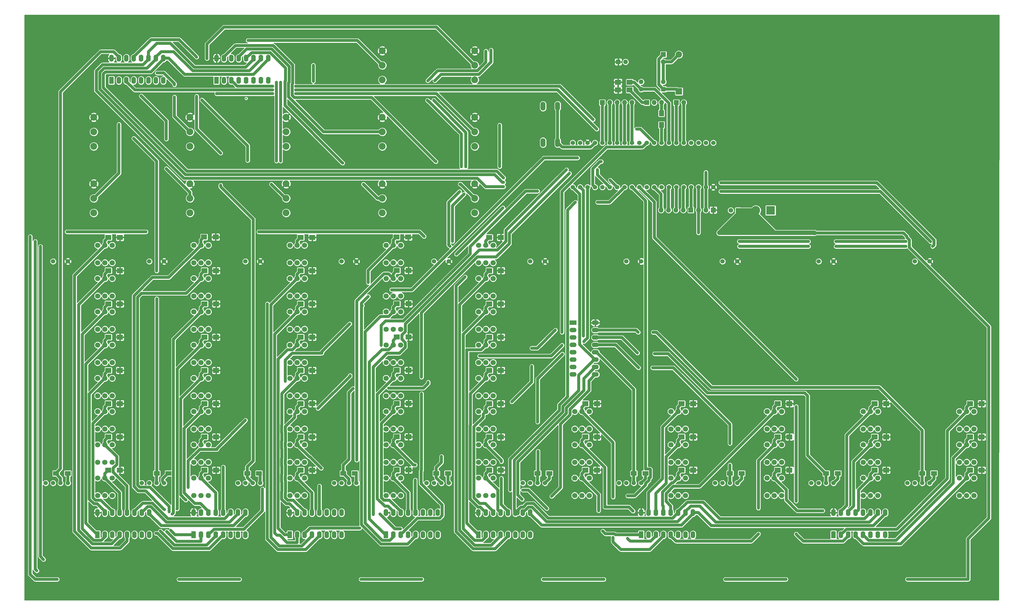
<source format=gbr>
G04 #@! TF.FileFunction,Copper,L2,Bot,Signal*
%FSLAX46Y46*%
G04 Gerber Fmt 4.6, Leading zero omitted, Abs format (unit mm)*
G04 Created by KiCad (PCBNEW 4.0.7) date 05/05/18 03:18:50*
%MOMM*%
%LPD*%
G01*
G04 APERTURE LIST*
%ADD10C,0.100000*%
%ADD11C,0.600000*%
%ADD12C,1.800000*%
%ADD13C,1.016000*%
%ADD14C,1.524000*%
%ADD15R,1.600000X2.400000*%
%ADD16O,1.600000X2.400000*%
%ADD17C,2.340000*%
%ADD18R,2.000000X1.600000*%
%ADD19R,2.200000X2.200000*%
%ADD20O,2.200000X2.200000*%
%ADD21R,1.700000X1.700000*%
%ADD22O,1.700000X1.700000*%
%ADD23R,2.000000X1.700000*%
%ADD24R,1.700000X2.000000*%
%ADD25O,1.727200X3.048000*%
%ADD26R,1.600000X1.600000*%
%ADD27O,1.600000X1.600000*%
%ADD28R,2.400000X1.600000*%
%ADD29O,2.400000X1.600000*%
%ADD30C,1.600000*%
%ADD31R,3.000000X3.000000*%
%ADD32C,3.000000*%
%ADD33C,1.016000*%
%ADD34C,1.524000*%
%ADD35C,0.254000*%
G04 APERTURE END LIST*
D10*
D11*
X100330000Y-99568000D03*
X99568000Y-99568000D03*
X98806000Y-99568000D03*
X98806000Y-92456000D03*
X99568000Y-92456000D03*
D12*
X195580000Y-137620000D03*
X198080000Y-137620000D03*
X193080000Y-137620000D03*
X193080000Y-131620000D03*
X195580000Y-131620000D03*
X198080000Y-131620000D03*
D13*
X179006500Y-123952000D03*
X50292000Y-212090000D03*
D14*
X82550000Y-201930000D03*
X85090000Y-201930000D03*
X80010000Y-201930000D03*
X77470000Y-201930000D03*
X85090000Y-125730000D03*
X80010000Y-125730000D03*
D13*
X91948000Y-228219000D03*
X65659000Y-169418000D03*
X46228000Y-169418000D03*
X46228000Y-168275000D03*
D15*
X67056000Y-63500000D03*
D16*
X84836000Y-55880000D03*
X69596000Y-63500000D03*
X82296000Y-55880000D03*
X72136000Y-63500000D03*
X79756000Y-55880000D03*
X74676000Y-63500000D03*
X77216000Y-55880000D03*
X77216000Y-63500000D03*
X74676000Y-55880000D03*
X79756000Y-63500000D03*
X72136000Y-55880000D03*
X82296000Y-63500000D03*
X69596000Y-55880000D03*
X84836000Y-63500000D03*
X67056000Y-55880000D03*
D14*
X49530000Y-201930000D03*
X52070000Y-201930000D03*
X46990000Y-201930000D03*
X44450000Y-201930000D03*
X52070000Y-125730000D03*
X46990000Y-125730000D03*
X115570000Y-201930000D03*
X118110000Y-201930000D03*
X113030000Y-201930000D03*
X110490000Y-201930000D03*
X118110000Y-125730000D03*
X113030000Y-125730000D03*
X148590000Y-201930000D03*
X151130000Y-201930000D03*
X146050000Y-201930000D03*
X143510000Y-201930000D03*
X151130000Y-125730000D03*
X146050000Y-125730000D03*
X180340000Y-201930000D03*
X182880000Y-201930000D03*
X177800000Y-201930000D03*
X175260000Y-201930000D03*
X182880000Y-125730000D03*
X177800000Y-125730000D03*
X213360000Y-201930000D03*
X215900000Y-201930000D03*
X210820000Y-201930000D03*
X208280000Y-201930000D03*
X215900000Y-125730000D03*
X210820000Y-125730000D03*
X246380000Y-201930000D03*
X248920000Y-201930000D03*
X243840000Y-201930000D03*
X241300000Y-201930000D03*
X248920000Y-125730000D03*
X243840000Y-125730000D03*
X279400000Y-201930000D03*
X281940000Y-201930000D03*
X276860000Y-201930000D03*
X274320000Y-201930000D03*
X281940000Y-125730000D03*
X276860000Y-125730000D03*
X312420000Y-201930000D03*
X314960000Y-201930000D03*
X309880000Y-201930000D03*
X307340000Y-201930000D03*
X314960000Y-125730000D03*
X309880000Y-125730000D03*
X345440000Y-201930000D03*
X347980000Y-201930000D03*
X342900000Y-201930000D03*
X340360000Y-201930000D03*
X347980000Y-125730000D03*
X342900000Y-125730000D03*
D17*
X93980000Y-109060000D03*
X93980000Y-104060000D03*
X93980000Y-99060000D03*
X93980000Y-86200000D03*
X93980000Y-81200000D03*
X93980000Y-76200000D03*
X127000000Y-109060000D03*
X127000000Y-104060000D03*
X127000000Y-99060000D03*
X127000000Y-86200000D03*
X127000000Y-81200000D03*
X127000000Y-76200000D03*
X160020000Y-109060000D03*
X160020000Y-104060000D03*
X160020000Y-99060000D03*
X160020000Y-63340000D03*
X160020000Y-58340000D03*
X160020000Y-53340000D03*
X160020000Y-86200000D03*
X160020000Y-81200000D03*
X160020000Y-76200000D03*
X191770000Y-109060000D03*
X191770000Y-104060000D03*
X191770000Y-99060000D03*
X191770000Y-63340000D03*
X191770000Y-58340000D03*
X191770000Y-53340000D03*
X191770000Y-86200000D03*
X191770000Y-81200000D03*
X191770000Y-76200000D03*
X60960000Y-109060000D03*
X60960000Y-104060000D03*
X60960000Y-99060000D03*
X60960000Y-86200000D03*
X60960000Y-81200000D03*
X60960000Y-76200000D03*
D12*
X64770000Y-126190000D03*
X67270000Y-126190000D03*
X62270000Y-126190000D03*
X62270000Y-120190000D03*
X64770000Y-120190000D03*
X67270000Y-120190000D03*
X64770000Y-137620000D03*
X67270000Y-137620000D03*
X62270000Y-137620000D03*
X62270000Y-131620000D03*
X64770000Y-131620000D03*
X67270000Y-131620000D03*
X64770000Y-149050000D03*
X67270000Y-149050000D03*
X62270000Y-149050000D03*
X62270000Y-143050000D03*
X64770000Y-143050000D03*
X67270000Y-143050000D03*
X64770000Y-160480000D03*
X67270000Y-160480000D03*
X62270000Y-160480000D03*
X62270000Y-154480000D03*
X64770000Y-154480000D03*
X67270000Y-154480000D03*
X64770000Y-171910000D03*
X67270000Y-171910000D03*
X62270000Y-171910000D03*
X62270000Y-165910000D03*
X64770000Y-165910000D03*
X67270000Y-165910000D03*
X64770000Y-183340000D03*
X67270000Y-183340000D03*
X62270000Y-183340000D03*
X62270000Y-177340000D03*
X64770000Y-177340000D03*
X67270000Y-177340000D03*
X64770000Y-194770000D03*
X67270000Y-194770000D03*
X62270000Y-194770000D03*
X62270000Y-188770000D03*
X64770000Y-188770000D03*
X67270000Y-188770000D03*
X64770000Y-206200000D03*
X67270000Y-206200000D03*
X62270000Y-206200000D03*
X62270000Y-200200000D03*
X64770000Y-200200000D03*
X67270000Y-200200000D03*
X97790000Y-126190000D03*
X100290000Y-126190000D03*
X95290000Y-126190000D03*
X95290000Y-120190000D03*
X97790000Y-120190000D03*
X100290000Y-120190000D03*
X97790000Y-137620000D03*
X100290000Y-137620000D03*
X95290000Y-137620000D03*
X95290000Y-131620000D03*
X97790000Y-131620000D03*
X100290000Y-131620000D03*
X97790000Y-149050000D03*
X100290000Y-149050000D03*
X95290000Y-149050000D03*
X95290000Y-143050000D03*
X97790000Y-143050000D03*
X100290000Y-143050000D03*
X97790000Y-160480000D03*
X100290000Y-160480000D03*
X95290000Y-160480000D03*
X95290000Y-154480000D03*
X97790000Y-154480000D03*
X100290000Y-154480000D03*
X97790000Y-171910000D03*
X100290000Y-171910000D03*
X95290000Y-171910000D03*
X95290000Y-165910000D03*
X97790000Y-165910000D03*
X100290000Y-165910000D03*
X97790000Y-183340000D03*
X100290000Y-183340000D03*
X95290000Y-183340000D03*
X95290000Y-177340000D03*
X97790000Y-177340000D03*
X100290000Y-177340000D03*
X97790000Y-194770000D03*
X100290000Y-194770000D03*
X95290000Y-194770000D03*
X95290000Y-188770000D03*
X97790000Y-188770000D03*
X100290000Y-188770000D03*
X97790000Y-206200000D03*
X100290000Y-206200000D03*
X95290000Y-206200000D03*
X95290000Y-200200000D03*
X97790000Y-200200000D03*
X100290000Y-200200000D03*
X130810000Y-126190000D03*
X133310000Y-126190000D03*
X128310000Y-126190000D03*
X128310000Y-120190000D03*
X130810000Y-120190000D03*
X133310000Y-120190000D03*
X130810000Y-137620000D03*
X133310000Y-137620000D03*
X128310000Y-137620000D03*
X128310000Y-131620000D03*
X130810000Y-131620000D03*
X133310000Y-131620000D03*
X130810000Y-149050000D03*
X133310000Y-149050000D03*
X128310000Y-149050000D03*
X128310000Y-143050000D03*
X130810000Y-143050000D03*
X133310000Y-143050000D03*
X130810000Y-160480000D03*
X133310000Y-160480000D03*
X128310000Y-160480000D03*
X128310000Y-154480000D03*
X130810000Y-154480000D03*
X133310000Y-154480000D03*
X130810000Y-171910000D03*
X133310000Y-171910000D03*
X128310000Y-171910000D03*
X128310000Y-165910000D03*
X130810000Y-165910000D03*
X133310000Y-165910000D03*
X130810000Y-183340000D03*
X133310000Y-183340000D03*
X128310000Y-183340000D03*
X128310000Y-177340000D03*
X130810000Y-177340000D03*
X133310000Y-177340000D03*
X130810000Y-194770000D03*
X133310000Y-194770000D03*
X128310000Y-194770000D03*
X128310000Y-188770000D03*
X130810000Y-188770000D03*
X133310000Y-188770000D03*
X130810000Y-206200000D03*
X133310000Y-206200000D03*
X128310000Y-206200000D03*
X128310000Y-200200000D03*
X130810000Y-200200000D03*
X133310000Y-200200000D03*
X163830000Y-126190000D03*
X166330000Y-126190000D03*
X161330000Y-126190000D03*
X161330000Y-120190000D03*
X163830000Y-120190000D03*
X166330000Y-120190000D03*
X163830000Y-137620000D03*
X166330000Y-137620000D03*
X161330000Y-137620000D03*
X161330000Y-131620000D03*
X163830000Y-131620000D03*
X166330000Y-131620000D03*
X163830000Y-149050000D03*
X166330000Y-149050000D03*
X161330000Y-149050000D03*
X161330000Y-143050000D03*
X163830000Y-143050000D03*
X166330000Y-143050000D03*
X163830000Y-160480000D03*
X166330000Y-160480000D03*
X161330000Y-160480000D03*
X161330000Y-154480000D03*
X163830000Y-154480000D03*
X166330000Y-154480000D03*
X163830000Y-171910000D03*
X166330000Y-171910000D03*
X161330000Y-171910000D03*
X161330000Y-165910000D03*
X163830000Y-165910000D03*
X166330000Y-165910000D03*
X163830000Y-183340000D03*
X166330000Y-183340000D03*
X161330000Y-183340000D03*
X161330000Y-177340000D03*
X163830000Y-177340000D03*
X166330000Y-177340000D03*
X163830000Y-194770000D03*
X166330000Y-194770000D03*
X161330000Y-194770000D03*
X161330000Y-188770000D03*
X163830000Y-188770000D03*
X166330000Y-188770000D03*
X163830000Y-206200000D03*
X166330000Y-206200000D03*
X161330000Y-206200000D03*
X161330000Y-200200000D03*
X163830000Y-200200000D03*
X166330000Y-200200000D03*
X195580000Y-126190000D03*
X198080000Y-126190000D03*
X193080000Y-126190000D03*
X193080000Y-120190000D03*
X195580000Y-120190000D03*
X198080000Y-120190000D03*
X195580000Y-149050000D03*
X198080000Y-149050000D03*
X193080000Y-149050000D03*
X193080000Y-143050000D03*
X195580000Y-143050000D03*
X198080000Y-143050000D03*
X195580000Y-160480000D03*
X198080000Y-160480000D03*
X193080000Y-160480000D03*
X193080000Y-154480000D03*
X195580000Y-154480000D03*
X198080000Y-154480000D03*
X195580000Y-171910000D03*
X198080000Y-171910000D03*
X193080000Y-171910000D03*
X193080000Y-165910000D03*
X195580000Y-165910000D03*
X198080000Y-165910000D03*
X195580000Y-183340000D03*
X198080000Y-183340000D03*
X193080000Y-183340000D03*
X193080000Y-177340000D03*
X195580000Y-177340000D03*
X198080000Y-177340000D03*
X195580000Y-194770000D03*
X198080000Y-194770000D03*
X193080000Y-194770000D03*
X193080000Y-188770000D03*
X195580000Y-188770000D03*
X198080000Y-188770000D03*
X195580000Y-206200000D03*
X198080000Y-206200000D03*
X193080000Y-206200000D03*
X193080000Y-200200000D03*
X195580000Y-200200000D03*
X198080000Y-200200000D03*
X228600000Y-183340000D03*
X231100000Y-183340000D03*
X226100000Y-183340000D03*
X226100000Y-177340000D03*
X228600000Y-177340000D03*
X231100000Y-177340000D03*
X228600000Y-194770000D03*
X231100000Y-194770000D03*
X226100000Y-194770000D03*
X226100000Y-188770000D03*
X228600000Y-188770000D03*
X231100000Y-188770000D03*
X228600000Y-206200000D03*
X231100000Y-206200000D03*
X226100000Y-206200000D03*
X226100000Y-200200000D03*
X228600000Y-200200000D03*
X231100000Y-200200000D03*
X261620000Y-183340000D03*
X264120000Y-183340000D03*
X259120000Y-183340000D03*
X259120000Y-177340000D03*
X261620000Y-177340000D03*
X264120000Y-177340000D03*
X261620000Y-194770000D03*
X264120000Y-194770000D03*
X259120000Y-194770000D03*
X259120000Y-188770000D03*
X261620000Y-188770000D03*
X264120000Y-188770000D03*
X261620000Y-206200000D03*
X264120000Y-206200000D03*
X259120000Y-206200000D03*
X259120000Y-200200000D03*
X261620000Y-200200000D03*
X264120000Y-200200000D03*
X294640000Y-183340000D03*
X297140000Y-183340000D03*
X292140000Y-183340000D03*
X292140000Y-177340000D03*
X294640000Y-177340000D03*
X297140000Y-177340000D03*
X294640000Y-194770000D03*
X297140000Y-194770000D03*
X292140000Y-194770000D03*
X292140000Y-188770000D03*
X294640000Y-188770000D03*
X297140000Y-188770000D03*
X294640000Y-206200000D03*
X297140000Y-206200000D03*
X292140000Y-206200000D03*
X292140000Y-200200000D03*
X294640000Y-200200000D03*
X297140000Y-200200000D03*
X327660000Y-183340000D03*
X330160000Y-183340000D03*
X325160000Y-183340000D03*
X325160000Y-177340000D03*
X327660000Y-177340000D03*
X330160000Y-177340000D03*
X327660000Y-194770000D03*
X330160000Y-194770000D03*
X325160000Y-194770000D03*
X325160000Y-188770000D03*
X327660000Y-188770000D03*
X330160000Y-188770000D03*
X327660000Y-206200000D03*
X330160000Y-206200000D03*
X325160000Y-206200000D03*
X325160000Y-200200000D03*
X327660000Y-200200000D03*
X330160000Y-200200000D03*
X360680000Y-183340000D03*
X363180000Y-183340000D03*
X358180000Y-183340000D03*
X358180000Y-177340000D03*
X360680000Y-177340000D03*
X363180000Y-177340000D03*
X360680000Y-194770000D03*
X363180000Y-194770000D03*
X358180000Y-194770000D03*
X358180000Y-188770000D03*
X360680000Y-188770000D03*
X363180000Y-188770000D03*
X360680000Y-206200000D03*
X363180000Y-206200000D03*
X358180000Y-206200000D03*
X358180000Y-200200000D03*
X360680000Y-200200000D03*
X363180000Y-200200000D03*
D18*
X52006000Y-198628000D03*
X48006000Y-198628000D03*
X86582000Y-198628000D03*
X82582000Y-198628000D03*
X117665000Y-198628000D03*
X113665000Y-198628000D03*
X150622000Y-198628000D03*
X146622000Y-198628000D03*
X182562000Y-198628000D03*
X178562000Y-198628000D03*
X217360000Y-198628000D03*
X213360000Y-198628000D03*
X250380000Y-198628000D03*
X246380000Y-198628000D03*
X283400000Y-198628000D03*
X279400000Y-198628000D03*
X316420000Y-198628000D03*
X312420000Y-198628000D03*
X349440000Y-198628000D03*
X345440000Y-198628000D03*
D19*
X261874000Y-67310000D03*
D20*
X261874000Y-54610000D03*
D21*
X265938000Y-108077000D03*
D22*
X263398000Y-108077000D03*
X260858000Y-108077000D03*
X258318000Y-108077000D03*
X255778000Y-108077000D03*
D21*
X273685000Y-108077000D03*
D22*
X271145000Y-108077000D03*
X268605000Y-108077000D03*
D21*
X235585000Y-71120000D03*
D22*
X238125000Y-71120000D03*
X240665000Y-71120000D03*
X243205000Y-71120000D03*
X245745000Y-71120000D03*
D21*
X260985000Y-71120000D03*
D22*
X263525000Y-71120000D03*
D21*
X250825000Y-71120000D03*
D22*
X253365000Y-71120000D03*
X255905000Y-71120000D03*
D21*
X256540000Y-54610000D03*
D22*
X256540000Y-57150000D03*
D23*
X69945000Y-117475000D03*
X65945000Y-117475000D03*
X69945000Y-128905000D03*
X65945000Y-128905000D03*
X69945000Y-140335000D03*
X65945000Y-140335000D03*
X69945000Y-151765000D03*
X65945000Y-151765000D03*
X69945000Y-163195000D03*
X65945000Y-163195000D03*
X69945000Y-174625000D03*
X65945000Y-174625000D03*
X69945000Y-186055000D03*
X65945000Y-186055000D03*
X69945000Y-197485000D03*
X65945000Y-197485000D03*
X102806000Y-117348000D03*
X98806000Y-117348000D03*
X102965000Y-128905000D03*
X98965000Y-128905000D03*
X102965000Y-140335000D03*
X98965000Y-140335000D03*
X102965000Y-151765000D03*
X98965000Y-151765000D03*
X102965000Y-163195000D03*
X98965000Y-163195000D03*
X102965000Y-174625000D03*
X98965000Y-174625000D03*
X102965000Y-186055000D03*
X98965000Y-186055000D03*
X102965000Y-197485000D03*
X98965000Y-197485000D03*
X135985000Y-117475000D03*
X131985000Y-117475000D03*
X135985000Y-128905000D03*
X131985000Y-128905000D03*
X135985000Y-140335000D03*
X131985000Y-140335000D03*
X135985000Y-151765000D03*
X131985000Y-151765000D03*
X135985000Y-163195000D03*
X131985000Y-163195000D03*
X135985000Y-174625000D03*
X131985000Y-174625000D03*
X135985000Y-186055000D03*
X131985000Y-186055000D03*
X135985000Y-197485000D03*
X131985000Y-197485000D03*
X169024682Y-128883562D03*
X165024682Y-128883562D03*
X169024682Y-140313562D03*
X165024682Y-140313562D03*
X169024682Y-151743562D03*
X165024682Y-151743562D03*
X169024682Y-163173562D03*
X165024682Y-163173562D03*
X169024682Y-174603562D03*
X165024682Y-174603562D03*
X169024682Y-186033562D03*
X165024682Y-186033562D03*
X169024682Y-197463562D03*
X165024682Y-197463562D03*
X200755000Y-117475000D03*
X196755000Y-117475000D03*
X200755000Y-128905000D03*
X196755000Y-128905000D03*
X200755000Y-140335000D03*
X196755000Y-140335000D03*
X200755000Y-151765000D03*
X196755000Y-151765000D03*
X200755000Y-163195000D03*
X196755000Y-163195000D03*
X200755000Y-174625000D03*
X196755000Y-174625000D03*
X200755000Y-186055000D03*
X196755000Y-186055000D03*
X200755000Y-197485000D03*
X196755000Y-197485000D03*
X233775000Y-174625000D03*
X229775000Y-174625000D03*
X233775000Y-186055000D03*
X229775000Y-186055000D03*
X233775000Y-197485000D03*
X229775000Y-197485000D03*
X266795000Y-174625000D03*
X262795000Y-174625000D03*
X266795000Y-186055000D03*
X262795000Y-186055000D03*
X266795000Y-197485000D03*
X262795000Y-197485000D03*
X299815000Y-174625000D03*
X295815000Y-174625000D03*
X299815000Y-186055000D03*
X295815000Y-186055000D03*
X299815000Y-197485000D03*
X295815000Y-197485000D03*
X333089000Y-174625000D03*
X329089000Y-174625000D03*
X333089000Y-186055000D03*
X329089000Y-186055000D03*
X333089000Y-197485000D03*
X329089000Y-197485000D03*
X365855000Y-174625000D03*
X361855000Y-174625000D03*
X365855000Y-186055000D03*
X361855000Y-186055000D03*
X365855000Y-197485000D03*
X361855000Y-197485000D03*
D24*
X255905000Y-74803000D03*
X255905000Y-78803000D03*
D23*
X240951000Y-64135000D03*
X244951000Y-64135000D03*
X244951000Y-66802000D03*
X240951000Y-66802000D03*
D25*
X215218000Y-72390000D03*
X220218000Y-72390000D03*
X215218000Y-84890000D03*
X220218000Y-84890000D03*
D26*
X256540000Y-66548000D03*
D27*
X248920000Y-64008000D03*
X256540000Y-64008000D03*
X248920000Y-66548000D03*
D14*
X225428000Y-100206000D03*
X227968000Y-100206000D03*
X230508000Y-100206000D03*
X233048000Y-100206000D03*
X235588000Y-100206000D03*
X238128000Y-100206000D03*
X240668000Y-100206000D03*
X243208000Y-100206000D03*
X245748000Y-100206000D03*
X248288000Y-100206000D03*
X250828000Y-100206000D03*
X253368000Y-100206000D03*
X255908000Y-100206000D03*
X258448000Y-100206000D03*
X260988000Y-100206000D03*
X263528000Y-100206000D03*
X266068000Y-100206000D03*
X268608000Y-100206000D03*
X271148000Y-100206000D03*
X273688000Y-100206000D03*
X273688000Y-84966000D03*
X271148000Y-84966000D03*
X268608000Y-84966000D03*
X266068000Y-84966000D03*
X263528000Y-84966000D03*
X260988000Y-84966000D03*
X258448000Y-84966000D03*
X255908000Y-84966000D03*
X253368000Y-84966000D03*
X250828000Y-84966000D03*
X248288000Y-84966000D03*
X245748000Y-84966000D03*
X243208000Y-84966000D03*
X240668000Y-84966000D03*
X238128000Y-84966000D03*
X235588000Y-84966000D03*
X233048000Y-84966000D03*
X230508000Y-84966000D03*
X227968000Y-84966000D03*
X225428000Y-84966000D03*
D28*
X225552000Y-146812000D03*
D29*
X233172000Y-164592000D03*
X225552000Y-149352000D03*
X233172000Y-162052000D03*
X225552000Y-151892000D03*
X233172000Y-159512000D03*
X225552000Y-154432000D03*
X233172000Y-156972000D03*
X225552000Y-156972000D03*
X233172000Y-154432000D03*
X225552000Y-159512000D03*
X233172000Y-151892000D03*
X225552000Y-162052000D03*
X233172000Y-149352000D03*
X225552000Y-164592000D03*
X233172000Y-146812000D03*
D15*
X103124000Y-63500000D03*
D16*
X120904000Y-55880000D03*
X105664000Y-63500000D03*
X118364000Y-55880000D03*
X108204000Y-63500000D03*
X115824000Y-55880000D03*
X110744000Y-63500000D03*
X113284000Y-55880000D03*
X113284000Y-63500000D03*
X110744000Y-55880000D03*
X115824000Y-63500000D03*
X108204000Y-55880000D03*
X118364000Y-63500000D03*
X105664000Y-55880000D03*
X120904000Y-63500000D03*
X103124000Y-55880000D03*
D15*
X62230000Y-219710000D03*
D16*
X80010000Y-212090000D03*
X64770000Y-219710000D03*
X77470000Y-212090000D03*
X67310000Y-219710000D03*
X74930000Y-212090000D03*
X69850000Y-219710000D03*
X72390000Y-212090000D03*
X72390000Y-219710000D03*
X69850000Y-212090000D03*
X74930000Y-219710000D03*
X67310000Y-212090000D03*
X77470000Y-219710000D03*
X64770000Y-212090000D03*
X80010000Y-219710000D03*
X62230000Y-212090000D03*
D15*
X95250000Y-219710000D03*
D16*
X113030000Y-212090000D03*
X97790000Y-219710000D03*
X110490000Y-212090000D03*
X100330000Y-219710000D03*
X107950000Y-212090000D03*
X102870000Y-219710000D03*
X105410000Y-212090000D03*
X105410000Y-219710000D03*
X102870000Y-212090000D03*
X107950000Y-219710000D03*
X100330000Y-212090000D03*
X110490000Y-219710000D03*
X97790000Y-212090000D03*
X113030000Y-219710000D03*
X95250000Y-212090000D03*
D15*
X128270000Y-219710000D03*
D16*
X146050000Y-212090000D03*
X130810000Y-219710000D03*
X143510000Y-212090000D03*
X133350000Y-219710000D03*
X140970000Y-212090000D03*
X135890000Y-219710000D03*
X138430000Y-212090000D03*
X138430000Y-219710000D03*
X135890000Y-212090000D03*
X140970000Y-219710000D03*
X133350000Y-212090000D03*
X143510000Y-219710000D03*
X130810000Y-212090000D03*
X146050000Y-219710000D03*
X128270000Y-212090000D03*
D15*
X161290000Y-219710000D03*
D16*
X179070000Y-212090000D03*
X163830000Y-219710000D03*
X176530000Y-212090000D03*
X166370000Y-219710000D03*
X173990000Y-212090000D03*
X168910000Y-219710000D03*
X171450000Y-212090000D03*
X171450000Y-219710000D03*
X168910000Y-212090000D03*
X173990000Y-219710000D03*
X166370000Y-212090000D03*
X176530000Y-219710000D03*
X163830000Y-212090000D03*
X179070000Y-219710000D03*
X161290000Y-212090000D03*
D15*
X193040000Y-219710000D03*
D16*
X210820000Y-212090000D03*
X195580000Y-219710000D03*
X208280000Y-212090000D03*
X198120000Y-219710000D03*
X205740000Y-212090000D03*
X200660000Y-219710000D03*
X203200000Y-212090000D03*
X203200000Y-219710000D03*
X200660000Y-212090000D03*
X205740000Y-219710000D03*
X198120000Y-212090000D03*
X208280000Y-219710000D03*
X195580000Y-212090000D03*
X210820000Y-219710000D03*
X193040000Y-212090000D03*
D15*
X248920000Y-219710000D03*
D16*
X266700000Y-212090000D03*
X251460000Y-219710000D03*
X264160000Y-212090000D03*
X254000000Y-219710000D03*
X261620000Y-212090000D03*
X256540000Y-219710000D03*
X259080000Y-212090000D03*
X259080000Y-219710000D03*
X256540000Y-212090000D03*
X261620000Y-219710000D03*
X254000000Y-212090000D03*
X264160000Y-219710000D03*
X251460000Y-212090000D03*
X266700000Y-219710000D03*
X248920000Y-212090000D03*
D15*
X314960000Y-219710000D03*
D16*
X332740000Y-212090000D03*
X317500000Y-219710000D03*
X330200000Y-212090000D03*
X320040000Y-219710000D03*
X327660000Y-212090000D03*
X322580000Y-219710000D03*
X325120000Y-212090000D03*
X325120000Y-219710000D03*
X322580000Y-212090000D03*
X327660000Y-219710000D03*
X320040000Y-212090000D03*
X330200000Y-219710000D03*
X317500000Y-212090000D03*
X332740000Y-219710000D03*
X314960000Y-212090000D03*
D23*
X168910000Y-117348000D03*
X164910000Y-117348000D03*
D13*
X65659000Y-168275000D03*
D11*
X271145000Y-95123000D03*
X100330000Y-92456000D03*
D26*
X282194000Y-108204000D03*
D30*
X279694000Y-108204000D03*
D26*
X241046000Y-57150000D03*
D30*
X243546000Y-57150000D03*
D31*
X293370000Y-108204000D03*
D32*
X288290000Y-108204000D03*
D11*
X69596000Y-78613000D03*
X82550000Y-129032001D03*
X82582000Y-138557000D03*
X74676000Y-83439000D03*
X77216000Y-68834000D03*
X85852000Y-83693000D03*
X85852000Y-93853000D03*
X88646002Y-69215000D03*
X82677000Y-60960000D03*
X88646000Y-65024000D03*
X104521000Y-88519000D03*
X96265996Y-68961000D03*
X96265998Y-55499000D03*
X104521000Y-99568000D03*
X113791996Y-91059000D03*
X98044000Y-70231000D03*
X121920000Y-99187000D03*
X113284000Y-69723000D03*
X175768000Y-167259000D03*
X149987000Y-169418000D03*
X162179000Y-169291000D03*
X221742000Y-154559000D03*
X193421000Y-158242000D03*
X146431000Y-91948000D03*
X153543000Y-99187000D03*
X113918996Y-49784000D03*
X204514402Y-173990000D03*
X180340000Y-192786000D03*
X219456000Y-149352000D03*
X211328000Y-155575000D03*
X211328000Y-161798000D03*
X178434998Y-91440000D03*
X186690000Y-99187000D03*
X122428008Y-68072000D03*
X130302004Y-68072000D03*
X103124000Y-68072000D03*
X99822000Y-56007000D03*
X213487000Y-191008000D03*
X213360000Y-180975000D03*
X221869000Y-157607000D03*
X279400000Y-195707000D03*
X252857000Y-162306000D03*
X279400000Y-188341000D03*
X248031000Y-162306000D03*
X253492000Y-157480000D03*
X247650000Y-157226000D03*
X252984000Y-150114000D03*
X247904000Y-150114000D03*
X136334500Y-58293000D03*
X136334500Y-63817500D03*
X361187987Y-235036001D03*
X340340709Y-235036001D03*
X298646153Y-235036001D03*
X277798875Y-235036001D03*
X236104319Y-235036001D03*
X215257041Y-235036001D03*
X173562485Y-235036001D03*
X152715207Y-235036001D03*
X111020651Y-235036001D03*
X90173373Y-235036001D03*
X48412400Y-235026204D03*
X39116000Y-117170200D03*
X51752500Y-115570000D03*
X78880000Y-115570000D03*
X117602000Y-115570000D03*
X185483498Y-123253500D03*
X144907000Y-115570000D03*
X174371000Y-117157500D03*
X200316001Y-78880000D03*
X200316001Y-93154500D03*
X275730000Y-115913999D03*
X308483000Y-115951000D03*
X340169500Y-117157500D03*
X201422000Y-107315000D03*
X268605000Y-115913999D03*
X82296000Y-219202000D03*
X85217000Y-211074000D03*
X86868000Y-211836000D03*
X83820000Y-218440000D03*
X87884000Y-212598000D03*
X85979002Y-218566998D03*
X89535000Y-210693000D03*
X87376000Y-218186000D03*
X92583000Y-207772000D03*
X105409996Y-196405500D03*
X120557967Y-140335000D03*
X138430000Y-202940158D03*
X139065000Y-196850000D03*
X155194000Y-133032500D03*
X155194000Y-137795000D03*
X166243002Y-217678000D03*
X159258000Y-212598000D03*
X151257000Y-194056000D03*
X171323000Y-200914000D03*
X171323000Y-195707000D03*
X188468000Y-131064000D03*
X200914006Y-194564000D03*
X200914000Y-200279000D03*
X239268000Y-206756000D03*
X239268000Y-220599000D03*
X246126000Y-211582000D03*
X235712000Y-218440000D03*
X234315000Y-211455000D03*
X289179000Y-210566000D03*
X289179000Y-219455998D03*
X311277000Y-211455000D03*
X122428000Y-66802000D03*
X130301986Y-66802000D03*
X247396000Y-80264000D03*
X233679998Y-80264000D03*
X163194998Y-135509000D03*
X148844000Y-147193000D03*
X126701999Y-166922001D03*
X113030000Y-180340000D03*
X93345000Y-203453996D03*
X235204000Y-91440000D03*
X227076000Y-90170000D03*
X159649841Y-154548159D03*
X148971000Y-164973000D03*
X137922000Y-176276000D03*
X118872000Y-203962000D03*
X213360000Y-101600000D03*
X152273001Y-217412968D03*
X156972000Y-212725000D03*
X233934000Y-94234000D03*
X223266000Y-94234000D03*
X173482002Y-165544500D03*
X173482000Y-171196000D03*
X224282000Y-95504000D03*
X238251998Y-97790000D03*
X203962000Y-204342996D03*
X233934000Y-105409998D03*
X226314000Y-105410000D03*
X208280000Y-204343000D03*
X216535000Y-210693000D03*
X244221002Y-220980000D03*
X244266999Y-206329001D03*
X302133000Y-208153000D03*
X302133002Y-166243000D03*
X302145353Y-175641000D03*
X302133000Y-219456000D03*
X221742000Y-150114000D03*
X122428000Y-65532000D03*
X130302006Y-65532000D03*
X232410000Y-76962000D03*
X348297500Y-118935500D03*
X276225000Y-101676001D03*
X348996000Y-120586500D03*
X276225000Y-98735999D03*
X315785500Y-118872000D03*
X339788500Y-118872000D03*
X339801200Y-120573800D03*
X315798204Y-120573800D03*
X282575000Y-118872000D03*
X306374800Y-118897400D03*
X306387500Y-120586500D03*
X282638500Y-120586500D03*
X184150000Y-118872000D03*
X188087000Y-102616000D03*
X188722000Y-93218000D03*
X177673000Y-70358000D03*
X178054000Y-63627000D03*
X197358000Y-53086000D03*
X183261000Y-120523006D03*
X186563000Y-101727000D03*
X187198000Y-93218000D03*
X175514000Y-70358000D03*
X175641000Y-63627000D03*
X195580000Y-53467000D03*
X123698000Y-91249500D03*
X123698002Y-64135000D03*
X125095000Y-91249500D03*
X125094998Y-64198500D03*
X41402000Y-232092500D03*
X40843200Y-118872000D03*
X43688000Y-228219000D03*
X42646600Y-120573800D03*
X229234998Y-153289000D03*
X218186000Y-206502000D03*
X201676002Y-97028000D03*
X229108000Y-151384000D03*
X208026000Y-207518000D03*
X201676000Y-98552000D03*
X201676000Y-100076000D03*
D33*
X271145000Y-95123000D02*
X271145000Y-100203000D01*
X271145000Y-100203000D02*
X271148000Y-100206000D01*
X271148000Y-100206000D02*
X271148000Y-108074000D01*
X271148000Y-108074000D02*
X271145000Y-108077000D01*
X182562000Y-198628000D02*
X182562000Y-201612000D01*
X182562000Y-201612000D02*
X182880000Y-201930000D01*
X150823323Y-198507148D02*
X151130000Y-198813825D01*
X151130000Y-198813825D02*
X151130000Y-201930000D01*
X117983000Y-198628000D02*
X118110000Y-198755000D01*
X118110000Y-198755000D02*
X118110000Y-201930000D01*
X84566000Y-200444000D02*
X84566000Y-201406000D01*
X86582000Y-198628000D02*
X86382000Y-198628000D01*
X86382000Y-198628000D02*
X84566000Y-200444000D01*
X84566000Y-201406000D02*
X85090000Y-201930000D01*
X52070000Y-198501000D02*
X52070000Y-201930000D01*
X349440000Y-198628000D02*
X349440000Y-200470000D01*
X349440000Y-200470000D02*
X347980000Y-201930000D01*
X316420000Y-198628000D02*
X316420000Y-200470000D01*
X316420000Y-200470000D02*
X314960000Y-201930000D01*
X283400000Y-198628000D02*
X283400000Y-200470000D01*
X283400000Y-200470000D02*
X281940000Y-201930000D01*
X250380000Y-198628000D02*
X250380000Y-200470000D01*
X250380000Y-200470000D02*
X248920000Y-201930000D01*
X217360000Y-198628000D02*
X217360000Y-200470000D01*
X217360000Y-200470000D02*
X215900000Y-201930000D01*
X281940000Y-202184000D02*
X281940000Y-201930000D01*
X49530000Y-201930000D02*
X49530000Y-200279000D01*
X49530000Y-200279000D02*
X47879000Y-198628000D01*
X47879000Y-198628000D02*
X49530000Y-196977000D01*
X49530000Y-196977000D02*
X49530000Y-67437000D01*
X49530000Y-67437000D02*
X63303000Y-53664000D01*
X63303000Y-53664000D02*
X67780000Y-53664000D01*
X67780000Y-53664000D02*
X69596000Y-55480000D01*
X69596000Y-55480000D02*
X69596000Y-55880000D01*
X60960000Y-104060000D02*
X69596000Y-95424000D01*
X69596000Y-95424000D02*
X69596000Y-78613000D01*
X74676000Y-83439000D02*
X82550000Y-91313000D01*
X82550000Y-128607737D02*
X82550000Y-129032001D01*
X82550000Y-91313000D02*
X82550000Y-128607737D01*
X82582000Y-198628000D02*
X82582000Y-138557000D01*
X82550000Y-201930000D02*
X82550000Y-198660000D01*
X82550000Y-198660000D02*
X82582000Y-198628000D01*
X85852000Y-83693000D02*
X85852000Y-77470000D01*
X85852000Y-77470000D02*
X77216000Y-68834000D01*
X93980000Y-104060000D02*
X93980000Y-101981000D01*
X93980000Y-101981000D02*
X85852000Y-93853000D01*
X88646002Y-69639264D02*
X88646002Y-69215000D01*
X88646002Y-75866002D02*
X88646002Y-69639264D01*
X93980000Y-81200000D02*
X88646002Y-75866002D01*
X88646000Y-65024000D02*
X88646000Y-64599736D01*
X88646000Y-64599736D02*
X85006264Y-60960000D01*
X85006264Y-60960000D02*
X82677000Y-60960000D01*
X104221001Y-88219001D02*
X104521000Y-88519000D01*
X96265996Y-80263996D02*
X104221001Y-88219001D01*
X96265996Y-68961000D02*
X96265996Y-80263996D01*
X104521000Y-99568000D02*
X104521000Y-100076000D01*
X104521000Y-100076000D02*
X115697000Y-111252000D01*
X115697000Y-111252000D02*
X115697000Y-194310000D01*
X115697000Y-194310000D02*
X113665000Y-196342000D01*
X113665000Y-196342000D02*
X113665000Y-198628000D01*
X113665000Y-198628000D02*
X113665000Y-200025000D01*
X113665000Y-200025000D02*
X115570000Y-201930000D01*
X90250999Y-49484001D02*
X95965999Y-55199001D01*
X80671999Y-49484001D02*
X90250999Y-49484001D01*
X95965999Y-55199001D02*
X96265998Y-55499000D01*
X74676000Y-55480000D02*
X80671999Y-49484001D01*
X74676000Y-55880000D02*
X74676000Y-55480000D01*
X113791996Y-90634736D02*
X113791996Y-91059000D01*
X113791996Y-85978996D02*
X113791996Y-90634736D01*
X98044000Y-70231000D02*
X113791996Y-85978996D01*
X127000000Y-104060000D02*
X126793000Y-104060000D01*
X126793000Y-104060000D02*
X121920000Y-99187000D01*
X175768000Y-167683264D02*
X175768000Y-167259000D01*
X174160264Y-169291000D02*
X175768000Y-167683264D01*
X162179000Y-169291000D02*
X174160264Y-169291000D01*
X146622000Y-198628000D02*
X146622000Y-195770000D01*
X146622000Y-195770000D02*
X148590000Y-193802000D01*
X148590000Y-193802000D02*
X148590000Y-170815000D01*
X148590000Y-170815000D02*
X149687001Y-169717999D01*
X149687001Y-169717999D02*
X149987000Y-169418000D01*
X148590000Y-201930000D02*
X148590000Y-200596000D01*
X148590000Y-200596000D02*
X146622000Y-198628000D01*
X193421000Y-158242000D02*
X218059000Y-158242000D01*
X218059000Y-158242000D02*
X221742000Y-154559000D01*
X126819011Y-63622688D02*
X126628511Y-63813188D01*
X146131001Y-91648001D02*
X146431000Y-91948000D01*
X121528638Y-53971991D02*
X126819011Y-59262364D01*
X113284000Y-55880000D02*
X115192009Y-53971991D01*
X126628511Y-63813188D02*
X126628511Y-72145511D01*
X126819011Y-59262364D02*
X126819011Y-63622688D01*
X126628511Y-72145511D02*
X146131001Y-91648001D01*
X115192009Y-53971991D02*
X121528638Y-53971991D01*
X160020000Y-104060000D02*
X158416000Y-104060000D01*
X158416000Y-104060000D02*
X153543000Y-99187000D01*
X127844522Y-64316876D02*
X128035022Y-64126376D01*
X113468020Y-52755980D02*
X110744000Y-55480000D01*
X127844522Y-69160124D02*
X127844522Y-64316876D01*
X122032326Y-52755980D02*
X113468020Y-52755980D01*
X128035022Y-64126376D02*
X128035022Y-58758676D01*
X110744000Y-55480000D02*
X110744000Y-55880000D01*
X160020000Y-81200000D02*
X139884398Y-81200000D01*
X139884398Y-81200000D02*
X127844522Y-69160124D01*
X128035022Y-58758676D02*
X122032326Y-52755980D01*
X114343260Y-49784000D02*
X113918996Y-49784000D01*
X151464000Y-49784000D02*
X114343260Y-49784000D01*
X160020000Y-58340000D02*
X151464000Y-49784000D01*
X180340000Y-192786000D02*
X180340000Y-194818000D01*
X180340000Y-194818000D02*
X178562000Y-196596000D01*
X178562000Y-196596000D02*
X178562000Y-198628000D01*
X178562000Y-198628000D02*
X178562000Y-200152000D01*
X178562000Y-200152000D02*
X180340000Y-201930000D01*
X211328000Y-155575000D02*
X213233000Y-155575000D01*
X213233000Y-155575000D02*
X219456000Y-149352000D01*
X211328000Y-167176402D02*
X211328000Y-161798000D01*
X204514402Y-173990000D02*
X211328000Y-167176402D01*
X109604031Y-51539969D02*
X122536014Y-51539969D01*
X122536014Y-51539969D02*
X129251033Y-58254988D01*
X129819108Y-69415011D02*
X156410009Y-69415011D01*
X105664000Y-55480000D02*
X109604031Y-51539969D01*
X178134999Y-91140001D02*
X178434998Y-91440000D01*
X156410009Y-69415011D02*
X178134999Y-91140001D01*
X105664000Y-55880000D02*
X105664000Y-55480000D01*
X129060533Y-64820564D02*
X129060533Y-68656436D01*
X129060533Y-68656436D02*
X129819108Y-69415011D01*
X129251033Y-58254988D02*
X129251033Y-64630064D01*
X129251033Y-64630064D02*
X129060533Y-64820564D01*
X186897000Y-99187000D02*
X186690000Y-99187000D01*
X191770000Y-104060000D02*
X186897000Y-99187000D01*
X103124000Y-68072000D02*
X122428008Y-68072000D01*
X130726268Y-68072000D02*
X130302004Y-68072000D01*
X178642000Y-68072000D02*
X130726268Y-68072000D01*
X191770000Y-81200000D02*
X178642000Y-68072000D01*
X105664000Y-45212000D02*
X99822000Y-51054000D01*
X99822000Y-51054000D02*
X99822000Y-56007000D01*
X191770000Y-58340000D02*
X178642000Y-45212000D01*
X178642000Y-45212000D02*
X105664000Y-45212000D01*
X213487000Y-191008000D02*
X213487000Y-198501000D01*
X213487000Y-198501000D02*
X213360000Y-198628000D01*
X221869000Y-157607000D02*
X213360000Y-166116000D01*
X213360000Y-166116000D02*
X213360000Y-180975000D01*
X213360000Y-198628000D02*
X213360000Y-201930000D01*
X246380000Y-198628000D02*
X246380000Y-169780000D01*
X246380000Y-169780000D02*
X233572000Y-156972000D01*
X233572000Y-156972000D02*
X233172000Y-156972000D01*
X246380000Y-198628000D02*
X246380000Y-201930000D01*
X279400000Y-198628000D02*
X279400000Y-195707000D01*
X253281264Y-162306000D02*
X252857000Y-162306000D01*
X259969000Y-162306000D02*
X253281264Y-162306000D01*
X279400000Y-181737000D02*
X259969000Y-162306000D01*
X279400000Y-188341000D02*
X279400000Y-181737000D01*
X233172000Y-154432000D02*
X240157000Y-154432000D01*
X240157000Y-154432000D02*
X248031000Y-162306000D01*
X279400000Y-198628000D02*
X279400000Y-201930000D01*
X297517736Y-170942000D02*
X305054000Y-170942000D01*
X305054000Y-170942000D02*
X306070000Y-171958000D01*
X297517736Y-170942000D02*
X297942000Y-170942000D01*
X271668038Y-170942000D02*
X297517736Y-170942000D01*
X258206038Y-157480000D02*
X271668038Y-170942000D01*
X253492000Y-157480000D02*
X258206038Y-157480000D01*
X306070000Y-171958000D02*
X306070000Y-192478000D01*
X306070000Y-192478000D02*
X312220000Y-198628000D01*
X312220000Y-198628000D02*
X312420000Y-198628000D01*
X233172000Y-151892000D02*
X242316000Y-151892000D01*
X242316000Y-151892000D02*
X247650000Y-157226000D01*
X312420000Y-198628000D02*
X312420000Y-201930000D01*
X252984000Y-150114000D02*
X254127000Y-150114000D01*
X254127000Y-150114000D02*
X273050000Y-169037000D01*
X273050000Y-169037000D02*
X330625402Y-169037000D01*
X330625402Y-169037000D02*
X345440000Y-183851598D01*
X345440000Y-183851598D02*
X345440000Y-196812000D01*
X345440000Y-196812000D02*
X345440000Y-198628000D01*
X233172000Y-149352000D02*
X247142000Y-149352000D01*
X247142000Y-149352000D02*
X247904000Y-150114000D01*
X345440000Y-198628000D02*
X345440000Y-201930000D01*
X256540000Y-66548000D02*
X254981999Y-64989999D01*
X254981999Y-64989999D02*
X254981999Y-56168001D01*
X254981999Y-56168001D02*
X256540000Y-54610000D01*
X256540000Y-66548000D02*
X261112000Y-66548000D01*
X261112000Y-66548000D02*
X261874000Y-67310000D01*
X256540000Y-57150000D02*
X259334000Y-57150000D01*
X259334000Y-57150000D02*
X261874000Y-54610000D01*
X256540000Y-57150000D02*
X256540000Y-64008000D01*
X91948000Y-228219000D02*
X91948000Y-228790500D01*
X361187987Y-235036001D02*
X361187987Y-221107013D01*
X361187987Y-221107013D02*
X368300000Y-213995000D01*
X341017210Y-118381013D02*
X340169500Y-117533303D01*
X368300000Y-213995000D02*
X368300000Y-148225602D01*
X368300000Y-148225602D02*
X341017210Y-120942812D01*
X341017210Y-120942812D02*
X341017210Y-118381013D01*
X340169500Y-117533303D02*
X340169500Y-117157500D01*
D34*
X288290000Y-113538000D02*
X288290000Y-115913999D01*
X288290000Y-111252000D02*
X288290000Y-113538000D01*
X288290000Y-115913999D02*
X290830000Y-115913999D01*
X290830000Y-115913999D02*
X292100000Y-115913999D01*
X288290000Y-113538000D02*
X288454001Y-113538000D01*
X288454001Y-113538000D02*
X290830000Y-115913999D01*
X288290000Y-111252000D02*
X288290000Y-111506000D01*
X288290000Y-111506000D02*
X292697999Y-115913999D01*
X292697999Y-115913999D02*
X292862000Y-115913999D01*
X288290000Y-110325320D02*
X288290000Y-111252000D01*
X292100000Y-115913999D02*
X292862000Y-115913999D01*
X292862000Y-115913999D02*
X308445999Y-115913999D01*
X277876000Y-115913999D02*
X279997999Y-115913999D01*
X279997999Y-115913999D02*
X280162000Y-115749998D01*
X280162000Y-115749998D02*
X280162000Y-115570000D01*
X280162000Y-115570000D02*
X282194000Y-113538000D01*
X282194000Y-111506000D02*
X282194000Y-113538000D01*
X282194000Y-113538000D02*
X282194000Y-115913999D01*
X282194000Y-110528000D02*
X282194000Y-111506000D01*
X275730000Y-115913999D02*
X277876000Y-115913999D01*
X282194000Y-111506000D02*
X282194000Y-111595999D01*
X282194000Y-111595999D02*
X277876000Y-115913999D01*
X286766000Y-108204000D02*
X287020000Y-108204000D01*
X287020000Y-108204000D02*
X294386000Y-115570000D01*
X294386000Y-115570000D02*
X294386000Y-115824000D01*
X282194000Y-108204000D02*
X286766000Y-108204000D01*
X288290000Y-108204000D02*
X283439999Y-108204000D01*
X283439999Y-108204000D02*
X275730000Y-115913999D01*
X283718000Y-115913999D02*
X285242000Y-115913999D01*
X282194000Y-115913999D02*
X283718000Y-115913999D01*
X282194000Y-108204000D02*
X283718000Y-108204000D01*
X283718000Y-108204000D02*
X285242000Y-108204000D01*
X283718000Y-115913999D02*
X283718000Y-108204000D01*
X285242000Y-108204000D02*
X286766000Y-108204000D01*
X285242000Y-115913999D02*
X286766000Y-115913999D01*
X285242000Y-108204000D02*
X285242000Y-115913999D01*
X286766000Y-115913999D02*
X288290000Y-115913999D01*
X286766000Y-108204000D02*
X288290000Y-108204000D01*
X286766000Y-115913999D02*
X286766000Y-108204000D01*
X288290000Y-108204000D02*
X288290000Y-110325320D01*
X275730000Y-115913999D02*
X282194000Y-115913999D01*
X282194000Y-108204000D02*
X282194000Y-110528000D01*
X308445999Y-115913999D02*
X308483000Y-115951000D01*
D33*
X136334500Y-63817500D02*
X136334500Y-58293000D01*
X340340709Y-235036001D02*
X361187987Y-235036001D01*
X277798875Y-235036001D02*
X298646153Y-235036001D01*
X215257041Y-235036001D02*
X236104319Y-235036001D01*
X152715207Y-235036001D02*
X173562485Y-235036001D01*
X90173373Y-235036001D02*
X111020651Y-235036001D01*
X39116000Y-117170200D02*
X39116000Y-233299000D01*
X39116000Y-233299000D02*
X40843204Y-235026204D01*
X40843204Y-235026204D02*
X48412400Y-235026204D01*
X78880000Y-115570000D02*
X51752500Y-115570000D01*
X144907000Y-115570000D02*
X117602000Y-115570000D01*
X201422000Y-107315000D02*
X185483500Y-123253500D01*
X185483500Y-123253500D02*
X185483498Y-123253500D01*
X145331264Y-115570000D02*
X144907000Y-115570000D01*
X172783500Y-115570000D02*
X145331264Y-115570000D01*
X174371000Y-117157500D02*
X172783500Y-115570000D01*
X200316001Y-78880000D02*
X200316001Y-93154500D01*
X340169500Y-117157500D02*
X338963000Y-115951000D01*
X338963000Y-115951000D02*
X308483000Y-115951000D01*
X268605000Y-108077000D02*
X268605000Y-115913999D01*
X268605000Y-107823000D02*
X268605000Y-100209000D01*
X268605000Y-100209000D02*
X268608000Y-100206000D01*
X258318000Y-107823000D02*
X258318000Y-100336000D01*
X258318000Y-100336000D02*
X258448000Y-100206000D01*
X253368000Y-100206000D02*
X255778000Y-102616000D01*
X255778000Y-102616000D02*
X255778000Y-107823000D01*
X235585000Y-71120000D02*
X235585000Y-84963000D01*
X235585000Y-84963000D02*
X235588000Y-84966000D01*
X238128000Y-84966000D02*
X238128000Y-71123000D01*
X238128000Y-71123000D02*
X238125000Y-71120000D01*
X260985000Y-71120000D02*
X260985000Y-84963000D01*
X260985000Y-84963000D02*
X260988000Y-84966000D01*
X72390000Y-219710000D02*
X72390000Y-221926000D01*
X72390000Y-221926000D02*
X70034000Y-224282000D01*
X70034000Y-224282000D02*
X60088200Y-224282000D01*
X60088200Y-224282000D02*
X54356000Y-218549800D01*
X64770000Y-118650000D02*
X65945000Y-117475000D01*
X54356000Y-218549800D02*
X54356000Y-130604000D01*
X54356000Y-130604000D02*
X64770000Y-120190000D01*
X64770000Y-120190000D02*
X64770000Y-118650000D01*
X69850000Y-220110000D02*
X69850000Y-219710000D01*
X60469710Y-222834012D02*
X67125988Y-222834012D01*
X64770000Y-131620000D02*
X55797956Y-140592044D01*
X55797956Y-140592044D02*
X55797956Y-218162258D01*
X67125988Y-222834012D02*
X69850000Y-220110000D01*
X55797956Y-218162258D02*
X60469710Y-222834012D01*
X64770000Y-131620000D02*
X64770000Y-130080000D01*
X64770000Y-130080000D02*
X65945000Y-128905000D01*
X57013967Y-150806033D02*
X57013967Y-217658571D01*
X60973397Y-221618001D02*
X63596401Y-221618001D01*
X64770000Y-143050000D02*
X57013967Y-150806033D01*
X57013967Y-217658571D02*
X60973397Y-221618001D01*
X63596401Y-221618001D02*
X64770000Y-220444402D01*
X64770000Y-220444402D02*
X64770000Y-219710000D01*
X64770000Y-143050000D02*
X64770000Y-141510000D01*
X64770000Y-141510000D02*
X65945000Y-140335000D01*
X64770000Y-154480000D02*
X58229977Y-161020023D01*
X58229977Y-161020023D02*
X58229977Y-215709977D01*
X58229977Y-215709977D02*
X62230000Y-219710000D01*
X64770000Y-154480000D02*
X64770000Y-152940000D01*
X64770000Y-152940000D02*
X65945000Y-151765000D01*
X64770000Y-165910000D02*
X59445988Y-171234012D01*
X59445988Y-171234012D02*
X59445988Y-207475529D01*
X59445988Y-207475529D02*
X60994471Y-209024012D01*
X60994471Y-209024012D02*
X62104012Y-209024012D01*
X64770000Y-211690000D02*
X64770000Y-212090000D01*
X62104012Y-209024012D02*
X64770000Y-211690000D01*
X64770000Y-165910000D02*
X64770000Y-164370000D01*
X64770000Y-164370000D02*
X65945000Y-163195000D01*
X67310000Y-211690000D02*
X67310000Y-212090000D01*
X61498159Y-207808001D02*
X63428001Y-207808001D01*
X60661999Y-206971841D02*
X61498159Y-207808001D01*
X60661999Y-181448001D02*
X60661999Y-206971841D01*
X64770000Y-177340000D02*
X60661999Y-181448001D01*
X63428001Y-207808001D02*
X67310000Y-211690000D01*
X64770000Y-177340000D02*
X64770000Y-175800000D01*
X64770000Y-175800000D02*
X65945000Y-174625000D01*
X64770000Y-188770000D02*
X68878001Y-192878001D01*
X68878001Y-192878001D02*
X68878001Y-195541841D01*
X68878001Y-195541841D02*
X67653001Y-196766841D01*
X67653001Y-196766841D02*
X67653001Y-198203159D01*
X67653001Y-198203159D02*
X72390000Y-202940158D01*
X72390000Y-202940158D02*
X72390000Y-209874000D01*
X72390000Y-209874000D02*
X72390000Y-212090000D01*
X64770000Y-188770000D02*
X64770000Y-187230000D01*
X64770000Y-187230000D02*
X65945000Y-186055000D01*
X64770000Y-200200000D02*
X69850000Y-205280000D01*
X69850000Y-205280000D02*
X69850000Y-212090000D01*
X64770000Y-200200000D02*
X64770000Y-198660000D01*
X64770000Y-198660000D02*
X65945000Y-197485000D01*
X84917001Y-210774001D02*
X85217000Y-211074000D01*
X97790000Y-120190000D02*
X86715990Y-131264010D01*
X86715990Y-131264010D02*
X81079991Y-131264010D01*
X76260711Y-204616012D02*
X78759012Y-204616012D01*
X81079991Y-131264010D02*
X74783988Y-137560013D01*
X74783988Y-137560013D02*
X74783988Y-203139289D01*
X74783988Y-203139289D02*
X76260711Y-204616012D01*
X78759012Y-204616012D02*
X84917001Y-210774001D01*
X82296000Y-219202000D02*
X82862304Y-219202000D01*
X100637992Y-224482008D02*
X105410000Y-219710000D01*
X82862304Y-219202000D02*
X88142312Y-224482008D01*
X88142312Y-224482008D02*
X100637992Y-224482008D01*
X97790000Y-120190000D02*
X97790000Y-118364000D01*
X97790000Y-118364000D02*
X98806000Y-117348000D01*
X84119999Y-218739999D02*
X83820000Y-218440000D01*
X102870000Y-220110000D02*
X99714000Y-223266000D01*
X102870000Y-219710000D02*
X102870000Y-220110000D01*
X88646000Y-223266000D02*
X84119999Y-218739999D01*
X99714000Y-223266000D02*
X88646000Y-223266000D01*
X86868000Y-209989302D02*
X86868000Y-211411736D01*
X76764399Y-203400001D02*
X80278699Y-203400001D01*
X86868000Y-211411736D02*
X86868000Y-211836000D01*
X75999999Y-202635601D02*
X76764399Y-203400001D01*
X75999999Y-138063700D02*
X75999999Y-202635601D01*
X77338688Y-136725011D02*
X75999999Y-138063700D01*
X97790000Y-131620000D02*
X92684989Y-136725011D01*
X92684989Y-136725011D02*
X77338688Y-136725011D01*
X80278699Y-203400001D02*
X86868000Y-209989302D01*
X97790000Y-131620000D02*
X97790000Y-130080000D01*
X97790000Y-130080000D02*
X98965000Y-128905000D01*
X89408004Y-221996000D02*
X86279001Y-218866997D01*
X86279001Y-218866997D02*
X85979002Y-218566998D01*
X97790000Y-219710000D02*
X97790000Y-221926000D01*
X97790000Y-221926000D02*
X97720000Y-221996000D01*
X97720000Y-221996000D02*
X89408004Y-221996000D01*
X88183999Y-212298001D02*
X87884000Y-212598000D01*
X88290001Y-212191999D02*
X88183999Y-212298001D01*
X88290001Y-152549999D02*
X88290001Y-212191999D01*
X97790000Y-143050000D02*
X88290001Y-152549999D01*
X97790000Y-219710000D02*
X97790000Y-220444402D01*
X97790000Y-143050000D02*
X97790000Y-141510000D01*
X97790000Y-141510000D02*
X98965000Y-140335000D01*
X88900000Y-219710000D02*
X87675999Y-218485999D01*
X95250000Y-219710000D02*
X88900000Y-219710000D01*
X87675999Y-218485999D02*
X87376000Y-218186000D01*
X89535000Y-210820000D02*
X89608010Y-210746990D01*
X89608010Y-210746990D02*
X89608010Y-162661990D01*
X89608010Y-162661990D02*
X96890001Y-155379999D01*
X96890001Y-155379999D02*
X97790000Y-154480000D01*
X97790000Y-154480000D02*
X97790000Y-152940000D01*
X97790000Y-152940000D02*
X98965000Y-151765000D01*
X90824021Y-206013021D02*
X92283001Y-207472001D01*
X90824021Y-172875979D02*
X90824021Y-206013021D01*
X92283001Y-207472001D02*
X92583000Y-207772000D01*
X97790000Y-165910000D02*
X90824021Y-172875979D01*
X97782648Y-212090000D02*
X97790000Y-212090000D01*
X97790000Y-165910000D02*
X97790000Y-164370000D01*
X97790000Y-164370000D02*
X98965000Y-163195000D01*
X96890001Y-178239999D02*
X97790000Y-177340000D01*
X93517999Y-206801999D02*
X92040032Y-205324032D01*
X92040032Y-205324032D02*
X92040032Y-183089968D01*
X92040032Y-183089968D02*
X96890001Y-178239999D01*
X95681979Y-208965979D02*
X93517999Y-206801999D01*
X93517999Y-206801999D02*
X93218000Y-206502000D01*
X100330000Y-211690000D02*
X97605979Y-208965979D01*
X100330000Y-212090000D02*
X100330000Y-211690000D01*
X97605979Y-208965979D02*
X95681979Y-208965979D01*
X97790000Y-177340000D02*
X97790000Y-175800000D01*
X97790000Y-175800000D02*
X98965000Y-174625000D01*
X105410000Y-196405504D02*
X105409996Y-196405500D01*
X105410000Y-212090000D02*
X105410000Y-196405504D01*
X97790000Y-188770000D02*
X97790000Y-187230000D01*
X97790000Y-187230000D02*
X98965000Y-186055000D01*
X102870000Y-212090000D02*
X102870000Y-205280000D01*
X102870000Y-205280000D02*
X97790000Y-200200000D01*
X97790000Y-200200000D02*
X97790000Y-198660000D01*
X97790000Y-198660000D02*
X98965000Y-197485000D01*
X120557967Y-140335000D02*
X120557967Y-221152365D01*
X133730978Y-224809022D02*
X138430000Y-220110000D01*
X124214624Y-224809022D02*
X133730978Y-224809022D01*
X120557967Y-221152365D02*
X124214624Y-224809022D01*
X130810000Y-120190000D02*
X130810000Y-118650000D01*
X130810000Y-118650000D02*
X131985000Y-117475000D01*
X129910001Y-132519999D02*
X130810000Y-131620000D01*
X121773978Y-140656022D02*
X129910001Y-132519999D01*
X121773978Y-220648677D02*
X121773978Y-140656022D01*
X124718312Y-223593011D02*
X121773978Y-220648677D01*
X135890000Y-219710000D02*
X135890000Y-220110000D01*
X132406989Y-223593011D02*
X124718312Y-223593011D01*
X135890000Y-220110000D02*
X132406989Y-223593011D01*
X130810000Y-131620000D02*
X130810000Y-130080000D01*
X130810000Y-130080000D02*
X131985000Y-128905000D01*
X123829312Y-219910010D02*
X124836688Y-219910010D01*
X123053966Y-150806034D02*
X123053966Y-219134665D01*
X130810000Y-143050000D02*
X123053966Y-150806034D01*
X123053966Y-219134665D02*
X123829312Y-219910010D01*
X124836688Y-219910010D02*
X127303678Y-222377000D01*
X127303678Y-222377000D02*
X130810000Y-222377000D01*
X130810000Y-222377000D02*
X130810000Y-219710000D01*
X130810000Y-143050000D02*
X130810000Y-141510000D01*
X130810000Y-141510000D02*
X131985000Y-140335000D01*
X128270000Y-219710000D02*
X126454000Y-219710000D01*
X126454000Y-219710000D02*
X124269977Y-217525977D01*
X124269977Y-217525977D02*
X124269977Y-159321023D01*
X124269977Y-159321023D02*
X127502999Y-156088001D01*
X127502999Y-156088001D02*
X129201999Y-156088001D01*
X129201999Y-156088001D02*
X130810000Y-154480000D01*
X130810000Y-154480000D02*
X130810000Y-152940000D01*
X130810000Y-152940000D02*
X131985000Y-151765000D01*
X125485988Y-187494471D02*
X125485988Y-190045529D01*
X125549011Y-184678552D02*
X125549011Y-187431448D01*
X125549011Y-196108552D02*
X125549011Y-198861448D01*
X130810000Y-165910000D02*
X125549011Y-171170989D01*
X125549011Y-198861448D02*
X125485988Y-198924471D01*
X125485988Y-182064471D02*
X125485988Y-184615529D01*
X125549011Y-201538552D02*
X125549011Y-204861448D01*
X125485988Y-207475529D02*
X127034471Y-209024012D01*
X128144012Y-209024012D02*
X130810000Y-211690000D01*
X125485988Y-201475529D02*
X125549011Y-201538552D01*
X125549011Y-171170989D02*
X125549011Y-182001448D01*
X125549011Y-190108552D02*
X125549011Y-193431448D01*
X127034471Y-209024012D02*
X128144012Y-209024012D01*
X130810000Y-211690000D02*
X130810000Y-212090000D01*
X125485988Y-190045529D02*
X125549011Y-190108552D01*
X125549011Y-187431448D02*
X125485988Y-187494471D01*
X125485988Y-198924471D02*
X125485988Y-201475529D01*
X125485988Y-193494471D02*
X125485988Y-196045529D01*
X125549011Y-193431448D02*
X125485988Y-193494471D01*
X125549011Y-204861448D02*
X125485988Y-204924471D01*
X125485988Y-204924471D02*
X125485988Y-207475529D01*
X125485988Y-184615529D02*
X125549011Y-184678552D01*
X125549011Y-182001448D02*
X125485988Y-182064471D01*
X125485988Y-196045529D02*
X125549011Y-196108552D01*
X130810000Y-165910000D02*
X130810000Y-164370000D01*
X130810000Y-164370000D02*
X131985000Y-163195000D01*
X127538159Y-207808001D02*
X126701999Y-206971841D01*
X126701999Y-184111841D02*
X126701999Y-182568159D01*
X126765022Y-199365136D02*
X126765022Y-195604864D01*
X126765022Y-205365136D02*
X126765022Y-201034864D01*
X126701999Y-182568159D02*
X129910001Y-179360157D01*
X126701999Y-189541841D02*
X126701999Y-187998159D01*
X126701999Y-200971841D02*
X126701999Y-199428159D01*
X129910001Y-179360157D02*
X129910001Y-178239999D01*
X126701999Y-195541841D02*
X126701999Y-193998159D01*
X126701999Y-206971841D02*
X126701999Y-205428159D01*
X126701999Y-193998159D02*
X126765022Y-193935136D01*
X126701999Y-205428159D02*
X126765022Y-205365136D01*
X126765022Y-195604864D02*
X126701999Y-195541841D01*
X126765022Y-184174864D02*
X126701999Y-184111841D01*
X129910001Y-178239999D02*
X130810000Y-177340000D01*
X133350000Y-212090000D02*
X133350000Y-211690000D01*
X126765022Y-189604864D02*
X126701999Y-189541841D01*
X126701999Y-199428159D02*
X126765022Y-199365136D01*
X126765022Y-193935136D02*
X126765022Y-189604864D01*
X133350000Y-211690000D02*
X129468001Y-207808001D01*
X129468001Y-207808001D02*
X127538159Y-207808001D01*
X126701999Y-187998159D02*
X126765022Y-187935136D01*
X126765022Y-201034864D02*
X126701999Y-200971841D01*
X126765022Y-187935136D02*
X126765022Y-184174864D01*
X130810000Y-177340000D02*
X130810000Y-175800000D01*
X130810000Y-175800000D02*
X131985000Y-174625000D01*
X134918001Y-192878001D02*
X135093001Y-192878001D01*
X135093001Y-192878001D02*
X139065000Y-196850000D01*
X130810000Y-188770000D02*
X134918001Y-192878001D01*
X138430000Y-202940158D02*
X138430000Y-209874000D01*
X138430000Y-209874000D02*
X138430000Y-212090000D01*
X130810000Y-188770000D02*
X130810000Y-187230000D01*
X130810000Y-187230000D02*
X131985000Y-186055000D01*
X135890000Y-212090000D02*
X135890000Y-205280000D01*
X135890000Y-205280000D02*
X130810000Y-200200000D01*
X130810000Y-200200000D02*
X130810000Y-198660000D01*
X130810000Y-198660000D02*
X131985000Y-197485000D01*
X155194000Y-133032500D02*
X155194000Y-128826000D01*
X155194000Y-128826000D02*
X163830000Y-120190000D01*
X159580699Y-222885000D02*
X168675000Y-222885000D01*
X152908001Y-141223999D02*
X152908001Y-216212302D01*
X171450000Y-220110000D02*
X171450000Y-219710000D01*
X168675000Y-222885000D02*
X171450000Y-220110000D01*
X152908001Y-216212302D02*
X159580699Y-222885000D01*
X152908001Y-141223999D02*
X152908001Y-140080999D01*
X152908001Y-140080999D02*
X155194000Y-137795000D01*
X152908001Y-141223999D02*
X153162000Y-140970000D01*
X171450000Y-219710000D02*
X171450000Y-219310000D01*
X163830000Y-120190000D02*
X163830000Y-118428000D01*
X163830000Y-118428000D02*
X164910000Y-117348000D01*
X165818738Y-217678000D02*
X166243002Y-217678000D01*
X159258000Y-212598000D02*
X164338000Y-217678000D01*
X164338000Y-217678000D02*
X165818738Y-217678000D01*
X162221999Y-130011999D02*
X160558159Y-130011999D01*
X163830000Y-131620000D02*
X162221999Y-130011999D01*
X160558159Y-130011999D02*
X151257000Y-139313158D01*
X151257000Y-139313158D02*
X151257000Y-193631736D01*
X151257000Y-193631736D02*
X151257000Y-194056000D01*
X163830000Y-131620000D02*
X163830000Y-130078244D01*
X163830000Y-130078244D02*
X165024682Y-128883562D01*
X163830000Y-220444402D02*
X163830000Y-219710000D01*
X159379999Y-144658001D02*
X154124012Y-149913988D01*
X163830000Y-143050000D02*
X162221999Y-144658001D01*
X162221999Y-144658001D02*
X159379999Y-144658001D01*
X154124012Y-215708614D02*
X160033399Y-221618001D01*
X154124012Y-149913988D02*
X154124012Y-215708614D01*
X160033399Y-221618001D02*
X162656401Y-221618001D01*
X162656401Y-221618001D02*
X163830000Y-220444402D01*
X163830000Y-143050000D02*
X163830000Y-141508244D01*
X163830000Y-141508244D02*
X165024682Y-140313562D01*
X163830000Y-154480000D02*
X162221999Y-156088001D01*
X162221999Y-156088001D02*
X159887999Y-156088001D01*
X159887999Y-156088001D02*
X155628989Y-160347011D01*
X155628989Y-160347011D02*
X155628989Y-214244688D01*
X155628989Y-214244688D02*
X161094301Y-219710000D01*
X161094301Y-219710000D02*
X161290000Y-219710000D01*
X163830000Y-154480000D02*
X163830000Y-152938244D01*
X163830000Y-152938244D02*
X165024682Y-151743562D01*
X160904459Y-209874000D02*
X158334032Y-207303573D01*
X158334032Y-171405968D02*
X162930001Y-166809999D01*
X163830000Y-211690000D02*
X162014000Y-209874000D01*
X162930001Y-166809999D02*
X163830000Y-165910000D01*
X162014000Y-209874000D02*
X160904459Y-209874000D01*
X158334032Y-207303573D02*
X158334032Y-171405968D01*
X163830000Y-212090000D02*
X163830000Y-211690000D01*
X163830000Y-165910000D02*
X163830000Y-164368244D01*
X163830000Y-164368244D02*
X165024682Y-163173562D01*
X160558159Y-207808001D02*
X162488001Y-207808001D01*
X159721999Y-181448001D02*
X159721999Y-206971841D01*
X159721999Y-206971841D02*
X160558159Y-207808001D01*
X163830000Y-177340000D02*
X159721999Y-181448001D01*
X166370000Y-211690000D02*
X166370000Y-212090000D01*
X162488001Y-207808001D02*
X166370000Y-211690000D01*
X163830000Y-177340000D02*
X163830000Y-175798244D01*
X163830000Y-175798244D02*
X165024682Y-174603562D01*
X171323000Y-200914000D02*
X171323000Y-211963000D01*
X171323000Y-211963000D02*
X171450000Y-212090000D01*
X163830000Y-188770000D02*
X170767000Y-195707000D01*
X170767000Y-195707000D02*
X171323000Y-195707000D01*
X163830000Y-188770000D02*
X163830000Y-187228244D01*
X163830000Y-187228244D02*
X165024682Y-186033562D01*
X163830000Y-200200000D02*
X168910000Y-205280000D01*
X168910000Y-205280000D02*
X168910000Y-212090000D01*
X163830000Y-200200000D02*
X163830000Y-198658244D01*
X163830000Y-198658244D02*
X165024682Y-197463562D01*
X203200000Y-220110000D02*
X203200000Y-219710000D01*
X188468000Y-131064000D02*
X185391944Y-134140056D01*
X185391944Y-218665945D02*
X191261999Y-224536000D01*
X185391944Y-134140056D02*
X185391944Y-218665945D01*
X191261999Y-224536000D02*
X198774000Y-224536000D01*
X198774000Y-224536000D02*
X203200000Y-220110000D01*
X195580000Y-120190000D02*
X195580000Y-118650000D01*
X195580000Y-118650000D02*
X196755000Y-117475000D01*
X191765687Y-223319989D02*
X186607955Y-218162257D01*
X186607955Y-140592045D02*
X194680001Y-132519999D01*
X186607955Y-218162257D02*
X186607955Y-140592045D01*
X194680001Y-132519999D02*
X195580000Y-131620000D01*
X200660000Y-220110000D02*
X197450011Y-223319989D01*
X200660000Y-219710000D02*
X200660000Y-220110000D01*
X197450011Y-223319989D02*
X191765687Y-223319989D01*
X195580000Y-131620000D02*
X195580000Y-130080000D01*
X195580000Y-130080000D02*
X196755000Y-128905000D01*
X195580000Y-220444402D02*
X195580000Y-219710000D01*
X194406401Y-221618001D02*
X195580000Y-220444402D01*
X191783397Y-221618001D02*
X194406401Y-221618001D01*
X187823966Y-217658570D02*
X191783397Y-221618001D01*
X187823966Y-150806034D02*
X187823966Y-217658570D01*
X195580000Y-143050000D02*
X187823966Y-150806034D01*
X195580000Y-143050000D02*
X195580000Y-141510000D01*
X195580000Y-141510000D02*
X196755000Y-140335000D01*
X189068033Y-181532727D02*
X189039977Y-181560783D01*
X189039977Y-181560783D02*
X189039977Y-215709977D01*
X193971999Y-156088001D02*
X189068033Y-156088001D01*
X189039977Y-215709977D02*
X193040000Y-219710000D01*
X195580000Y-154480000D02*
X193971999Y-156088001D01*
X189068033Y-156088001D02*
X189068033Y-181532727D01*
X195580000Y-154480000D02*
X195580000Y-152940000D01*
X195580000Y-152940000D02*
X196755000Y-151765000D01*
X190284044Y-171205956D02*
X194680001Y-166809999D01*
X190255988Y-182064471D02*
X190284044Y-182036415D01*
X190255988Y-207475529D02*
X190255988Y-182064471D01*
X192962449Y-210181990D02*
X190255988Y-207475529D01*
X193671990Y-210181990D02*
X192962449Y-210181990D01*
X194680001Y-166809999D02*
X195580000Y-165910000D01*
X190284044Y-182036415D02*
X190284044Y-171205956D01*
X195580000Y-212090000D02*
X193671990Y-210181990D01*
X195580000Y-165910000D02*
X195580000Y-164370000D01*
X195580000Y-164370000D02*
X196755000Y-163195000D01*
X193466137Y-208965979D02*
X195395979Y-208965979D01*
X191471999Y-206971841D02*
X193466137Y-208965979D01*
X195395979Y-208965979D02*
X198120000Y-211690000D01*
X191471999Y-182568159D02*
X191471999Y-206971841D01*
X194680001Y-179360157D02*
X191471999Y-182568159D01*
X195580000Y-177340000D02*
X194680001Y-178239999D01*
X198120000Y-211690000D02*
X198120000Y-212090000D01*
X194680001Y-178239999D02*
X194680001Y-179360157D01*
X195580000Y-177340000D02*
X195580000Y-175800000D01*
X195580000Y-175800000D02*
X196755000Y-174625000D01*
X200914006Y-194139736D02*
X200914006Y-194564000D01*
X200914006Y-194104006D02*
X200914006Y-194139736D01*
X195580000Y-188770000D02*
X200914006Y-194104006D01*
X200914000Y-209404000D02*
X200914000Y-200703264D01*
X203200000Y-211690000D02*
X200914000Y-209404000D01*
X200914000Y-200703264D02*
X200914000Y-200279000D01*
X203200000Y-212090000D02*
X203200000Y-211690000D01*
X195580000Y-188770000D02*
X195580000Y-187230000D01*
X195580000Y-187230000D02*
X196755000Y-186055000D01*
X199688001Y-211118001D02*
X200660000Y-212090000D01*
X199688001Y-204308001D02*
X199688001Y-211118001D01*
X195580000Y-200200000D02*
X199688001Y-204308001D01*
X195580000Y-200200000D02*
X195580000Y-198660000D01*
X195580000Y-198660000D02*
X196755000Y-197485000D01*
X239268000Y-206331736D02*
X239268000Y-206756000D01*
X239268000Y-188008000D02*
X239268000Y-206331736D01*
X228600000Y-177340000D02*
X239268000Y-188008000D01*
X241935000Y-224790000D02*
X251860000Y-224790000D01*
X251860000Y-224790000D02*
X256540000Y-220110000D01*
X256540000Y-220110000D02*
X256540000Y-219710000D01*
X239268000Y-220599000D02*
X239268000Y-222123000D01*
X239268000Y-222123000D02*
X241935000Y-224790000D01*
X228600000Y-177340000D02*
X228600000Y-175800000D01*
X228600000Y-175800000D02*
X229775000Y-174625000D01*
X228600000Y-188770000D02*
X228648000Y-188770000D01*
X228648000Y-188770000D02*
X236474000Y-196596000D01*
X236474000Y-196596000D02*
X236474000Y-210185000D01*
X236474000Y-210185000D02*
X244729000Y-210185000D01*
X244729000Y-210185000D02*
X246126000Y-211582000D01*
X228600000Y-188770000D02*
X228600000Y-187230000D01*
X228600000Y-187230000D02*
X229775000Y-186055000D01*
X235712000Y-218440000D02*
X236654990Y-219382990D01*
X236654990Y-219382990D02*
X239771687Y-219382990D01*
X239771687Y-219382990D02*
X240098697Y-219710000D01*
X240098697Y-219710000D02*
X248920000Y-219710000D01*
X228600000Y-200200000D02*
X234315000Y-205915000D01*
X234315000Y-205915000D02*
X234315000Y-211455000D01*
X228600000Y-200200000D02*
X228600000Y-198660000D01*
X228600000Y-198660000D02*
X229775000Y-197485000D01*
X260720001Y-178239999D02*
X261620000Y-177340000D01*
X256295988Y-182664012D02*
X260720001Y-178239999D01*
X256295988Y-200396012D02*
X256295988Y-182664012D01*
X251460000Y-205232000D02*
X256295988Y-200396012D01*
X251460000Y-212090000D02*
X251460000Y-205232000D01*
X261620000Y-177340000D02*
X261620000Y-175800000D01*
X261620000Y-175800000D02*
X262795000Y-174625000D01*
X257511999Y-192878001D02*
X260720001Y-189669999D01*
X260720001Y-189669999D02*
X261620000Y-188770000D01*
X254000000Y-205500760D02*
X257511999Y-201988761D01*
X257511999Y-201988761D02*
X257511999Y-192878001D01*
X254000000Y-212090000D02*
X254000000Y-205500760D01*
X261620000Y-188770000D02*
X261620000Y-187230000D01*
X261620000Y-187230000D02*
X262795000Y-186055000D01*
X259514300Y-201808001D02*
X259891841Y-201808001D01*
X256540000Y-212090000D02*
X256540000Y-209874000D01*
X259891841Y-201808001D02*
X261499842Y-200200000D01*
X256295988Y-209629988D02*
X256295988Y-205026313D01*
X256295988Y-205026313D02*
X259514300Y-201808001D01*
X256540000Y-209874000D02*
X256295988Y-209629988D01*
X261499842Y-200200000D02*
X261620000Y-200200000D01*
X261620000Y-200200000D02*
X261620000Y-198660000D01*
X261620000Y-198660000D02*
X262795000Y-197485000D01*
X259080000Y-212090000D02*
X259080000Y-209874000D01*
X259080000Y-209874000D02*
X257511999Y-208305999D01*
X257511999Y-208305999D02*
X257511999Y-205530001D01*
X293740001Y-178239999D02*
X294640000Y-177340000D01*
X257511999Y-205530001D02*
X260017988Y-203024012D01*
X260017988Y-203024012D02*
X268955988Y-203024012D01*
X268955988Y-203024012D02*
X293740001Y-178239999D01*
X294640000Y-177340000D02*
X294640000Y-175800000D01*
X294640000Y-175800000D02*
X295815000Y-174625000D01*
X289179000Y-210141736D02*
X289179000Y-210566000D01*
X289179000Y-194231000D02*
X289179000Y-210141736D01*
X294640000Y-188770000D02*
X289179000Y-194231000D01*
X288879001Y-219755997D02*
X289179000Y-219455998D01*
X260896000Y-221926000D02*
X286708998Y-221926000D01*
X259080000Y-220110000D02*
X260896000Y-221926000D01*
X286708998Y-221926000D02*
X288879001Y-219755997D01*
X259080000Y-219710000D02*
X259080000Y-220110000D01*
X294640000Y-188770000D02*
X294640000Y-187230000D01*
X294640000Y-187230000D02*
X295815000Y-186055000D01*
X302514000Y-211455000D02*
X311277000Y-211455000D01*
X298748001Y-207689001D02*
X302514000Y-211455000D01*
X294640000Y-200200000D02*
X298748001Y-204308001D01*
X298748001Y-204308001D02*
X298748001Y-207689001D01*
X294640000Y-200200000D02*
X294640000Y-198660000D01*
X294640000Y-198660000D02*
X295815000Y-197485000D01*
X327660000Y-177340000D02*
X319532000Y-185468000D01*
X319532000Y-185468000D02*
X319532000Y-209658000D01*
X319532000Y-209658000D02*
X317500000Y-211690000D01*
X317500000Y-211690000D02*
X317500000Y-212090000D01*
X327660000Y-177340000D02*
X327660000Y-176054000D01*
X327660000Y-176054000D02*
X329089000Y-174625000D01*
X327660000Y-188770000D02*
X321856000Y-194574000D01*
X321856000Y-194574000D02*
X321856000Y-209874000D01*
X321856000Y-209874000D02*
X320040000Y-211690000D01*
X320040000Y-211690000D02*
X320040000Y-212090000D01*
X327660000Y-188770000D02*
X327660000Y-187484000D01*
X327660000Y-187484000D02*
X329089000Y-186055000D01*
X327660000Y-200200000D02*
X323551999Y-204308001D01*
X323551999Y-211118001D02*
X322580000Y-212090000D01*
X323551999Y-204308001D02*
X323551999Y-211118001D01*
X327660000Y-200200000D02*
X327660000Y-198914000D01*
X327660000Y-198914000D02*
X329089000Y-197485000D01*
X360680000Y-177340000D02*
X354076000Y-183944000D01*
X354076000Y-183944000D02*
X354076000Y-200406000D01*
X336680010Y-217801990D02*
X319408010Y-217801990D01*
X354076000Y-200406000D02*
X336680010Y-217801990D01*
X319408010Y-217801990D02*
X317500000Y-219710000D01*
X360680000Y-177340000D02*
X360680000Y-175800000D01*
X360680000Y-175800000D02*
X361855000Y-174625000D01*
X325120000Y-219710000D02*
X327028010Y-221618010D01*
X327028010Y-221618010D02*
X336419990Y-221618010D01*
X356108000Y-201930000D02*
X356108000Y-193342000D01*
X336419990Y-221618010D02*
X356108000Y-201930000D01*
X356108000Y-193342000D02*
X359780001Y-189669999D01*
X359780001Y-189669999D02*
X360680000Y-188770000D01*
X360680000Y-188770000D02*
X360680000Y-187230000D01*
X360680000Y-187230000D02*
X361855000Y-186055000D01*
X325304021Y-222834021D02*
X338045979Y-222834021D01*
X322580000Y-219710000D02*
X322580000Y-220110000D01*
X322580000Y-220110000D02*
X325304021Y-222834021D01*
X338045979Y-222834021D02*
X359780001Y-201099999D01*
X359780001Y-201099999D02*
X360680000Y-200200000D01*
X360680000Y-200200000D02*
X360680000Y-198660000D01*
X360680000Y-198660000D02*
X361855000Y-197485000D01*
X255905000Y-78803000D02*
X255905000Y-84963000D01*
X255905000Y-84963000D02*
X255908000Y-84966000D01*
X244951000Y-64135000D02*
X246507000Y-64135000D01*
X246507000Y-64135000D02*
X248920000Y-66548000D01*
X258448000Y-84966000D02*
X258448000Y-71357158D01*
X258448000Y-71357158D02*
X253638842Y-66548000D01*
X253638842Y-66548000D02*
X250051370Y-66548000D01*
X250051370Y-66548000D02*
X248920000Y-66548000D01*
X220218000Y-84890000D02*
X220272000Y-84890000D01*
X231577999Y-86436001D02*
X232286001Y-85727999D01*
X220272000Y-84890000D02*
X221818001Y-86436001D01*
X221818001Y-86436001D02*
X231577999Y-86436001D01*
X232286001Y-85727999D02*
X233048000Y-84966000D01*
X220218000Y-72390000D02*
X220218000Y-84890000D01*
X122003736Y-66802000D02*
X122428000Y-66802000D01*
X75038000Y-66802000D02*
X122003736Y-66802000D01*
X72136000Y-63500000D02*
X72136000Y-63900000D01*
X72136000Y-63900000D02*
X75038000Y-66802000D01*
X130726250Y-66802000D02*
X130301986Y-66802000D01*
X220217998Y-66802000D02*
X130726250Y-66802000D01*
X233679998Y-80264000D02*
X220217998Y-66802000D01*
X248666000Y-80264000D02*
X247820264Y-80264000D01*
X247820264Y-80264000D02*
X247396000Y-80264000D01*
X253368000Y-84966000D02*
X248666000Y-80264000D01*
X215535602Y-90170000D02*
X170196602Y-135509000D01*
X170196602Y-135509000D02*
X163619262Y-135509000D01*
X227076000Y-90170000D02*
X215535602Y-90170000D01*
X163619262Y-135509000D02*
X163194998Y-135509000D01*
X139266146Y-157304012D02*
X139266146Y-156770854D01*
X139266146Y-156770854D02*
X148844000Y-147193000D01*
X126701999Y-166497737D02*
X126701999Y-166922001D01*
X126701999Y-159708159D02*
X126701999Y-166497737D01*
X139266146Y-157304012D02*
X129106146Y-157304012D01*
X129106146Y-157304012D02*
X126701999Y-159708159D01*
X103245999Y-190378001D02*
X103245999Y-190124001D01*
X103245999Y-190124001D02*
X113030000Y-180340000D01*
X93345000Y-203029732D02*
X93345000Y-203453996D01*
X103245999Y-190378001D02*
X97302157Y-190378001D01*
X93345000Y-194335158D02*
X93345000Y-203029732D01*
X97302157Y-190378001D02*
X93345000Y-194335158D01*
X67310000Y-220110000D02*
X67310000Y-219710000D01*
X232286001Y-99444001D02*
X233048000Y-100206000D01*
X232286001Y-93908298D02*
X232286001Y-99444001D01*
X235204000Y-91440000D02*
X234754299Y-91440000D01*
X234754299Y-91440000D02*
X232286001Y-93908298D01*
X67310000Y-219710000D02*
X67310000Y-219310000D01*
X213360000Y-101600000D02*
X209296000Y-101600000D01*
X209296000Y-101600000D02*
X190246000Y-120650000D01*
X190246000Y-120650000D02*
X190246000Y-123204761D01*
X190246000Y-123204761D02*
X167273761Y-146177000D01*
X167273761Y-146177000D02*
X161163000Y-146177000D01*
X161163000Y-146177000D02*
X159639000Y-147701000D01*
X159639000Y-147701000D02*
X159639000Y-154548159D01*
X159639000Y-154548159D02*
X159649841Y-154548159D01*
X137922000Y-176276000D02*
X148971000Y-165227000D01*
X148971000Y-165227000D02*
X148971000Y-164973000D01*
X112525006Y-217801990D02*
X118872000Y-211454996D01*
X118872000Y-211454996D02*
X118872000Y-203962000D01*
X102238010Y-217801990D02*
X112525006Y-217801990D01*
X100330000Y-219710000D02*
X102238010Y-217801990D01*
X100330000Y-219710000D02*
X100330000Y-219310000D01*
X193372459Y-121798001D02*
X167938001Y-147232459D01*
X167938001Y-155251841D02*
X165885830Y-157304012D01*
X166732683Y-152502841D02*
X167938001Y-153708159D01*
X156972000Y-212300736D02*
X156972000Y-212725000D01*
X202463001Y-115036999D02*
X202463001Y-118891401D01*
X166732683Y-151027159D02*
X166732683Y-152502841D01*
X202463001Y-118891401D02*
X199556401Y-121798001D01*
X223266000Y-94234000D02*
X202463001Y-115036999D01*
X167938001Y-147232459D02*
X167938001Y-149821841D01*
X167938001Y-153708159D02*
X167938001Y-155251841D01*
X161725830Y-157304012D02*
X156972000Y-162057842D01*
X156972000Y-162057842D02*
X156972000Y-212300736D01*
X199556401Y-121798001D02*
X193372459Y-121798001D01*
X167938001Y-149821841D02*
X166732683Y-151027159D01*
X165885830Y-157304012D02*
X161725830Y-157304012D01*
X135247032Y-217412968D02*
X151848737Y-217412968D01*
X133350000Y-219710000D02*
X133350000Y-219310000D01*
X133350000Y-219310000D02*
X135247032Y-217412968D01*
X151848737Y-217412968D02*
X152273001Y-217412968D01*
X133350000Y-220110000D02*
X133350000Y-219710000D01*
X233934000Y-94658264D02*
X233934000Y-94234000D01*
X233934000Y-96012000D02*
X233934000Y-94658264D01*
X238128000Y-100206000D02*
X233934000Y-96012000D01*
X173482002Y-165120236D02*
X173482002Y-165544500D01*
X173482002Y-143408157D02*
X173482002Y-165120236D01*
X192678022Y-124212137D02*
X173482002Y-143408157D01*
X199129863Y-124212137D02*
X192678022Y-124212137D01*
X203679012Y-116106988D02*
X203679012Y-119662988D01*
X203679012Y-119662988D02*
X199129863Y-124212137D01*
X224282000Y-95504000D02*
X203679012Y-116106988D01*
X173482000Y-171196000D02*
X173482000Y-197568736D01*
X173482000Y-197568736D02*
X173355000Y-197695736D01*
X173355000Y-197695736D02*
X173355000Y-200616736D01*
X173355000Y-202200602D02*
X173355000Y-200616736D01*
X180578010Y-209423612D02*
X173355000Y-202200602D01*
X180578010Y-213114638D02*
X180578010Y-209423612D01*
X179694638Y-213998010D02*
X180578010Y-213114638D01*
X166370000Y-219710000D02*
X172081990Y-213998010D01*
X172081990Y-213998010D02*
X179694638Y-213998010D01*
X166370000Y-220110000D02*
X166370000Y-219710000D01*
X173355000Y-200616736D02*
X173355000Y-201041000D01*
X238551997Y-98089999D02*
X238251998Y-97790000D01*
X239905999Y-99444001D02*
X238551997Y-98089999D01*
X240668000Y-100206000D02*
X239905999Y-99444001D01*
X203962000Y-203918732D02*
X203962000Y-204342996D01*
X203962000Y-193802004D02*
X203962000Y-203918732D01*
X220843967Y-176920037D02*
X203962000Y-193802004D01*
X220843967Y-175057096D02*
X220843967Y-176920037D01*
X223643999Y-172257066D02*
X220843967Y-175057096D01*
X223643999Y-108080001D02*
X223643999Y-172257066D01*
X226314000Y-105410000D02*
X223643999Y-108080001D01*
X234358264Y-105409998D02*
X233934000Y-105409998D01*
X238004002Y-105409998D02*
X234358264Y-105409998D01*
X243208000Y-100206000D02*
X238004002Y-105409998D01*
X216535000Y-210693000D02*
X210185000Y-204343000D01*
X210185000Y-204343000D02*
X208280000Y-204343000D01*
X198120000Y-220110000D02*
X198120000Y-219710000D01*
X198120000Y-219710000D02*
X198120000Y-219310000D01*
X244521001Y-221279999D02*
X244221002Y-220980000D01*
X245167002Y-221926000D02*
X244521001Y-221279999D01*
X252184000Y-221926000D02*
X245167002Y-221926000D01*
X254000000Y-220110000D02*
X252184000Y-221926000D01*
X254000000Y-219710000D02*
X254000000Y-220110000D01*
X244266999Y-206329001D02*
X246696601Y-206329001D01*
X246696601Y-206329001D02*
X250444000Y-202581602D01*
X250444000Y-202581602D02*
X250444000Y-202125696D01*
X251596010Y-200973687D02*
X251596010Y-200136001D01*
X251596010Y-200136001D02*
X251946401Y-200136001D01*
X246509999Y-100967999D02*
X245748000Y-100206000D01*
X251946401Y-197119999D02*
X250444000Y-197119999D01*
X254000000Y-219710000D02*
X254000000Y-219702648D01*
X250444000Y-202125696D02*
X251596010Y-200973687D01*
X251946401Y-200136001D02*
X252088001Y-199994401D01*
X250444000Y-104902000D02*
X246509999Y-100967999D01*
X252088001Y-199994401D02*
X252088001Y-197261599D01*
X252088001Y-197261599D02*
X251946401Y-197119999D01*
X250444000Y-197119999D02*
X250444000Y-104902000D01*
X302145353Y-208140647D02*
X302133000Y-208153000D01*
X302145353Y-175641000D02*
X302145353Y-208140647D01*
X301833003Y-165943001D02*
X302133002Y-166243000D01*
X253438011Y-117548009D02*
X301833003Y-165943001D01*
X253438011Y-105356011D02*
X253438011Y-117548009D01*
X248288000Y-100206000D02*
X253438011Y-105356011D01*
X304603000Y-221926000D02*
X302432999Y-219755999D01*
X318224000Y-221926000D02*
X304603000Y-221926000D01*
X302432999Y-219755999D02*
X302133000Y-219456000D01*
X320040000Y-220110000D02*
X318224000Y-221926000D01*
X320040000Y-219710000D02*
X320040000Y-220110000D01*
X320040000Y-219710000D02*
X320040000Y-219310000D01*
X221742000Y-150114000D02*
X221742000Y-101716398D01*
X221742000Y-101716398D02*
X237022397Y-86436001D01*
X237022397Y-86436001D02*
X249357999Y-86436001D01*
X249357999Y-86436001D02*
X250066001Y-85727999D01*
X250066001Y-85727999D02*
X250828000Y-84966000D01*
X122003736Y-65532000D02*
X122428000Y-65532000D01*
X110236000Y-65532000D02*
X122003736Y-65532000D01*
X108204000Y-63500000D02*
X110236000Y-65532000D01*
X220980000Y-65532000D02*
X130726270Y-65532000D01*
X130726270Y-65532000D02*
X130302006Y-65532000D01*
X232410000Y-76962000D02*
X220980000Y-65532000D01*
X331038001Y-101676001D02*
X276225000Y-101676001D01*
X348297500Y-118935500D02*
X331038001Y-101676001D01*
X349295999Y-120286501D02*
X348996000Y-120586500D01*
X349513510Y-120068990D02*
X349295999Y-120286501D01*
X349513510Y-118431812D02*
X349513510Y-120068990D01*
X276225000Y-98735999D02*
X329817697Y-98735999D01*
X329817697Y-98735999D02*
X349513510Y-118431812D01*
X260988000Y-100206000D02*
X260988000Y-107693000D01*
X260988000Y-107947000D02*
X260858000Y-108077000D01*
X263398000Y-107823000D02*
X263398000Y-100336000D01*
X263398000Y-100336000D02*
X263528000Y-100206000D01*
X266068000Y-100206000D02*
X266068000Y-107693000D01*
X266068000Y-107947000D02*
X265938000Y-108077000D01*
X339788500Y-118872000D02*
X315785500Y-118872000D01*
X315798204Y-120573800D02*
X339801200Y-120573800D01*
X306374800Y-118897400D02*
X282600400Y-118897400D01*
X282600400Y-118897400D02*
X282575000Y-118872000D01*
X282638500Y-120586500D02*
X306387500Y-120586500D01*
X178353999Y-63327001D02*
X178054000Y-63627000D01*
X180219001Y-61461999D02*
X178353999Y-63327001D01*
X193147142Y-61461999D02*
X180219001Y-61461999D01*
X197358000Y-57251141D02*
X193147142Y-61461999D01*
X197358000Y-53086000D02*
X197358000Y-57251141D01*
X188087000Y-102616000D02*
X184150000Y-106553000D01*
X184150000Y-106553000D02*
X184150000Y-118872000D01*
X177673000Y-70358000D02*
X188722000Y-81407000D01*
X188722000Y-81407000D02*
X188722000Y-93218000D01*
X182833993Y-120095999D02*
X182961001Y-120223007D01*
X182833993Y-105456007D02*
X182833993Y-120095999D01*
X186563000Y-101727000D02*
X182833993Y-105456007D01*
X182961001Y-120223007D02*
X183261000Y-120523006D01*
X175940999Y-70657999D02*
X187198000Y-81915000D01*
X187198000Y-81915000D02*
X187198000Y-93218000D01*
X175514000Y-70358000D02*
X175813999Y-70657999D01*
X175813999Y-70657999D02*
X175940999Y-70657999D01*
X179049999Y-60218001D02*
X175641000Y-63627000D01*
X195580000Y-53467000D02*
X195580000Y-57309442D01*
X195580000Y-57309442D02*
X192671441Y-60218001D01*
X192671441Y-60218001D02*
X179049999Y-60218001D01*
X123698002Y-91249498D02*
X123698000Y-91249500D01*
X123698002Y-64135000D02*
X123698002Y-91249498D01*
X125094998Y-64198500D02*
X125094998Y-91249498D01*
X125094998Y-91249498D02*
X125095000Y-91249500D01*
X40843200Y-118872000D02*
X40843200Y-231533700D01*
X40843200Y-231533700D02*
X41402000Y-232092500D01*
X42646600Y-120573800D02*
X42646600Y-227177600D01*
X42646600Y-227177600D02*
X43688000Y-228219000D01*
X263528000Y-84966000D02*
X263528000Y-71123000D01*
X263528000Y-71123000D02*
X263525000Y-71120000D01*
X250825000Y-71120000D02*
X249269000Y-71120000D01*
X249269000Y-71120000D02*
X244951000Y-66802000D01*
X255905000Y-74803000D02*
X255905000Y-71120000D01*
X245745000Y-71120000D02*
X245745000Y-84963000D01*
X245745000Y-84963000D02*
X245748000Y-84966000D01*
X243208000Y-84966000D02*
X243208000Y-71123000D01*
X243208000Y-71123000D02*
X243205000Y-71120000D01*
X240665000Y-71120000D02*
X240665000Y-84963000D01*
X240665000Y-84963000D02*
X240668000Y-84966000D01*
X230508000Y-100206000D02*
X230508000Y-152016000D01*
X230508000Y-152016000D02*
X229534997Y-152989001D01*
X229534997Y-152989001D02*
X229234998Y-153289000D01*
X120904000Y-56280000D02*
X120904000Y-55880000D01*
X115760478Y-61423522D02*
X120904000Y-56280000D01*
X86652000Y-55880000D02*
X92195522Y-61423522D01*
X92195522Y-61423522D02*
X115760478Y-61423522D01*
X84836000Y-55880000D02*
X86652000Y-55880000D01*
X218186000Y-206502000D02*
X221234000Y-203454000D01*
X231013000Y-170047158D02*
X231013000Y-166751000D01*
X221234000Y-203454000D02*
X221234000Y-181689095D01*
X221234000Y-181689095D02*
X224491999Y-178431096D01*
X224491999Y-178431096D02*
X224491999Y-176568159D01*
X224491999Y-176568159D02*
X231013000Y-170047158D01*
X231013000Y-166751000D02*
X233172000Y-164592000D01*
X113030000Y-212490000D02*
X113030000Y-212090000D01*
X80010000Y-212490000D02*
X84105979Y-216585979D01*
X108934021Y-216585979D02*
X113030000Y-212490000D01*
X80010000Y-212090000D02*
X80010000Y-212490000D01*
X84105979Y-216585979D02*
X108934021Y-216585979D01*
X268516000Y-212090000D02*
X273011979Y-216585979D01*
X266700000Y-212090000D02*
X268516000Y-212090000D01*
X328644021Y-216585979D02*
X332740000Y-212490000D01*
X332740000Y-212490000D02*
X332740000Y-212090000D01*
X273011979Y-216585979D02*
X328644021Y-216585979D01*
X92918001Y-94696001D02*
X199344003Y-94696001D01*
X199344003Y-94696001D02*
X201376003Y-96728001D01*
X64262000Y-66040000D02*
X92918001Y-94696001D01*
X84836000Y-56280000D02*
X80537000Y-60579000D01*
X201376003Y-96728001D02*
X201676002Y-97028000D01*
X80537000Y-60579000D02*
X64983446Y-60579000D01*
X84836000Y-55880000D02*
X84836000Y-56280000D01*
X64983446Y-60579000D02*
X64262000Y-61300446D01*
X64262000Y-61300446D02*
X64262000Y-66040000D01*
X214760032Y-216430032D02*
X262759968Y-216430032D01*
X262759968Y-216430032D02*
X266700000Y-212490000D01*
X266700000Y-212490000D02*
X266700000Y-212090000D01*
X210820000Y-212490000D02*
X214760032Y-216430032D01*
X210820000Y-212090000D02*
X210820000Y-212490000D01*
X179070000Y-212490000D02*
X179070000Y-212090000D01*
X179070000Y-212090000D02*
X179070000Y-211690000D01*
X146050000Y-212490000D02*
X146050000Y-212090000D01*
X208026000Y-207518000D02*
X206565500Y-206057500D01*
X206565500Y-206057500D02*
X206565500Y-194637899D01*
X206565500Y-194637899D02*
X223275989Y-177927412D01*
X223275989Y-177927412D02*
X223275989Y-176064471D01*
X233172000Y-162059352D02*
X233172000Y-162052000D01*
X223275989Y-176064471D02*
X229235000Y-170105460D01*
X229235000Y-170105460D02*
X229235000Y-165996352D01*
X229235000Y-165996352D02*
X233172000Y-162059352D01*
X229108000Y-151384000D02*
X229108000Y-101346000D01*
X229108000Y-101346000D02*
X227968000Y-100206000D01*
X114436489Y-60207511D02*
X118364000Y-56280000D01*
X118364000Y-56280000D02*
X118364000Y-55880000D01*
X82296000Y-55880000D02*
X82296000Y-55480000D01*
X82296000Y-55480000D02*
X84112000Y-53664000D01*
X84112000Y-53664000D02*
X88393301Y-53664000D01*
X94936812Y-60207511D02*
X114436489Y-60207511D01*
X88393301Y-53664000D02*
X94936812Y-60207511D01*
X77470000Y-212090000D02*
X79482979Y-210077021D01*
X110490000Y-212490000D02*
X110490000Y-212090000D01*
X80595323Y-210077021D02*
X85888269Y-215369968D01*
X85888269Y-215369968D02*
X107610032Y-215369968D01*
X107610032Y-215369968D02*
X110490000Y-212490000D01*
X79482979Y-210077021D02*
X80595323Y-210077021D01*
X330200000Y-212490000D02*
X330200000Y-212090000D01*
X327320032Y-215369968D02*
X330200000Y-212490000D01*
X264160000Y-212090000D02*
X264160000Y-211690000D01*
X274551968Y-215369968D02*
X327320032Y-215369968D01*
X265976000Y-209874000D02*
X269056000Y-209874000D01*
X269056000Y-209874000D02*
X274551968Y-215369968D01*
X264160000Y-211690000D02*
X265976000Y-209874000D01*
X198611748Y-95912012D02*
X201251736Y-98552000D01*
X79213011Y-59362989D02*
X64479759Y-59362989D01*
X92414313Y-95912012D02*
X198611748Y-95912012D01*
X63045989Y-66543688D02*
X92414313Y-95912012D01*
X64479759Y-59362989D02*
X63045989Y-60796759D01*
X201251736Y-98552000D02*
X201676000Y-98552000D01*
X82296000Y-56280000D02*
X79213011Y-59362989D01*
X63045989Y-60796759D02*
X63045989Y-66543688D01*
X82296000Y-55880000D02*
X82296000Y-56280000D01*
X210195360Y-210181992D02*
X208287352Y-212090000D01*
X211444638Y-210181992D02*
X210195360Y-210181992D01*
X261435979Y-215214021D02*
X216476667Y-215214021D01*
X216476667Y-215214021D02*
X211444638Y-210181992D01*
X208287352Y-212090000D02*
X208280000Y-212090000D01*
X264160000Y-212090000D02*
X264160000Y-212490000D01*
X264160000Y-212490000D02*
X261435979Y-215214021D01*
X208280000Y-212490000D02*
X208280000Y-212090000D01*
X176530000Y-212490000D02*
X176530000Y-212090000D01*
X143510000Y-212490000D02*
X143510000Y-212090000D01*
X232772000Y-159512000D02*
X233172000Y-159512000D01*
X227457000Y-164827000D02*
X232772000Y-159512000D01*
X227457000Y-170163761D02*
X227457000Y-164827000D01*
X222059978Y-175560783D02*
X227457000Y-170163761D01*
X205740000Y-211690000D02*
X205349489Y-211299489D01*
X205349489Y-211299489D02*
X205349489Y-194134213D01*
X222059978Y-177423724D02*
X222059978Y-175560783D01*
X205349489Y-194134213D02*
X222059978Y-177423724D01*
X79756000Y-55880000D02*
X79756000Y-53664000D01*
X87249000Y-50800000D02*
X95440500Y-58991500D01*
X79756000Y-53664000D02*
X82620000Y-50800000D01*
X115824000Y-56280000D02*
X115824000Y-55880000D01*
X82620000Y-50800000D02*
X87249000Y-50800000D01*
X95440500Y-58991500D02*
X113112500Y-58991500D01*
X113112500Y-58991500D02*
X115824000Y-56280000D01*
X233172000Y-159512000D02*
X233045000Y-159512000D01*
X233045000Y-159512000D02*
X227838000Y-154305000D01*
X227838000Y-154305000D02*
X227838000Y-102616000D01*
X227838000Y-102616000D02*
X225428000Y-100206000D01*
X86391957Y-214153957D02*
X105886043Y-214153957D01*
X74930000Y-211690000D02*
X77758990Y-208861010D01*
X105886043Y-214153957D02*
X107950000Y-212090000D01*
X81099010Y-208861010D02*
X86391957Y-214153957D01*
X77758990Y-208861010D02*
X81099010Y-208861010D01*
X74930000Y-212090000D02*
X74930000Y-211690000D01*
X107950000Y-212090000D02*
X107950000Y-211690000D01*
X140970000Y-212490000D02*
X140970000Y-212090000D01*
X325596043Y-214153957D02*
X327660000Y-212090000D01*
X275875957Y-214153957D02*
X325596043Y-214153957D01*
X270256000Y-208534000D02*
X275875957Y-214153957D01*
X261620000Y-211690000D02*
X264776000Y-208534000D01*
X261620000Y-212090000D02*
X261620000Y-211690000D01*
X264776000Y-208534000D02*
X270256000Y-208534000D01*
X201251736Y-100076000D02*
X201676000Y-100076000D01*
X195565442Y-100076000D02*
X201251736Y-100076000D01*
X192671441Y-97181999D02*
X195565442Y-100076000D01*
X61829978Y-60293072D02*
X61829978Y-67047376D01*
X79756000Y-56280000D02*
X77889022Y-58146978D01*
X79756000Y-55880000D02*
X79756000Y-56280000D01*
X61829978Y-67047376D02*
X91964601Y-97181999D01*
X77889022Y-58146978D02*
X63976072Y-58146978D01*
X91964601Y-97181999D02*
X192671441Y-97181999D01*
X63976072Y-58146978D02*
X61829978Y-60293072D01*
X205740000Y-211690000D02*
X206550152Y-212500152D01*
X206550152Y-212500152D02*
X206771990Y-212278314D01*
X206771990Y-212278314D02*
X206771990Y-211065362D01*
X209691674Y-208965981D02*
X211948325Y-208965981D01*
X206771990Y-211065362D02*
X207655362Y-210181990D01*
X207655362Y-210181990D02*
X208475666Y-210181990D01*
X208475666Y-210181990D02*
X209691674Y-208965981D01*
X211948325Y-208965981D02*
X216980355Y-213998011D01*
X216980355Y-213998011D02*
X259711989Y-213998011D01*
X259711989Y-213998011D02*
X261620000Y-212090000D01*
X205740000Y-212090000D02*
X205740000Y-211690000D01*
X173990000Y-212090000D02*
X173990000Y-211690000D01*
X205740000Y-212490000D02*
X205740000Y-212090000D01*
D35*
G36*
X371682965Y-242139000D02*
X37261000Y-242139000D01*
X37261000Y-117170200D01*
X38227000Y-117170200D01*
X38227000Y-233299000D01*
X38235011Y-233380704D01*
X38242170Y-233462533D01*
X38243475Y-233467025D01*
X38243931Y-233471674D01*
X38267665Y-233550284D01*
X38290577Y-233629146D01*
X38292727Y-233633294D01*
X38294079Y-233637772D01*
X38332647Y-233710309D01*
X38370422Y-233783184D01*
X38373338Y-233786837D01*
X38375533Y-233790965D01*
X38427442Y-233854611D01*
X38478667Y-233918780D01*
X38485084Y-233925288D01*
X38485192Y-233925420D01*
X38485315Y-233925521D01*
X38487382Y-233927618D01*
X40214586Y-235654822D01*
X40278031Y-235706936D01*
X40340948Y-235759730D01*
X40345046Y-235761983D01*
X40348657Y-235764949D01*
X40421029Y-235803755D01*
X40492990Y-235843315D01*
X40497444Y-235844728D01*
X40501566Y-235846938D01*
X40580133Y-235870959D01*
X40658371Y-235895777D01*
X40663014Y-235896298D01*
X40667486Y-235897665D01*
X40749189Y-235905964D01*
X40830792Y-235915117D01*
X40839934Y-235915181D01*
X40840101Y-235915198D01*
X40840256Y-235915183D01*
X40843204Y-235915204D01*
X48412400Y-235915204D01*
X48585074Y-235898273D01*
X48751172Y-235848125D01*
X48904365Y-235766671D01*
X49038820Y-235657012D01*
X49149414Y-235523326D01*
X49231936Y-235370705D01*
X49283242Y-235204962D01*
X49301378Y-235032410D01*
X49301141Y-235029795D01*
X89284395Y-235029795D01*
X89300120Y-235202583D01*
X89349107Y-235369026D01*
X89429490Y-235522785D01*
X89538207Y-235658002D01*
X89671117Y-235769527D01*
X89823159Y-235853112D01*
X89988540Y-235905574D01*
X90160961Y-235924914D01*
X90173373Y-235925001D01*
X111020651Y-235925001D01*
X111193325Y-235908070D01*
X111359423Y-235857922D01*
X111512616Y-235776468D01*
X111647071Y-235666809D01*
X111757665Y-235533123D01*
X111840187Y-235380502D01*
X111891493Y-235214759D01*
X111909629Y-235042207D01*
X111908500Y-235029795D01*
X151826229Y-235029795D01*
X151841954Y-235202583D01*
X151890941Y-235369026D01*
X151971324Y-235522785D01*
X152080041Y-235658002D01*
X152212951Y-235769527D01*
X152364993Y-235853112D01*
X152530374Y-235905574D01*
X152702795Y-235924914D01*
X152715207Y-235925001D01*
X173562485Y-235925001D01*
X173735159Y-235908070D01*
X173901257Y-235857922D01*
X174054450Y-235776468D01*
X174188905Y-235666809D01*
X174299499Y-235533123D01*
X174382021Y-235380502D01*
X174433327Y-235214759D01*
X174451463Y-235042207D01*
X174450334Y-235029795D01*
X214368063Y-235029795D01*
X214383788Y-235202583D01*
X214432775Y-235369026D01*
X214513158Y-235522785D01*
X214621875Y-235658002D01*
X214754785Y-235769527D01*
X214906827Y-235853112D01*
X215072208Y-235905574D01*
X215244629Y-235924914D01*
X215257041Y-235925001D01*
X236104319Y-235925001D01*
X236276993Y-235908070D01*
X236443091Y-235857922D01*
X236596284Y-235776468D01*
X236730739Y-235666809D01*
X236841333Y-235533123D01*
X236923855Y-235380502D01*
X236975161Y-235214759D01*
X236993297Y-235042207D01*
X236992168Y-235029795D01*
X276909897Y-235029795D01*
X276925622Y-235202583D01*
X276974609Y-235369026D01*
X277054992Y-235522785D01*
X277163709Y-235658002D01*
X277296619Y-235769527D01*
X277448661Y-235853112D01*
X277614042Y-235905574D01*
X277786463Y-235924914D01*
X277798875Y-235925001D01*
X298646153Y-235925001D01*
X298818827Y-235908070D01*
X298984925Y-235857922D01*
X299138118Y-235776468D01*
X299272573Y-235666809D01*
X299383167Y-235533123D01*
X299465689Y-235380502D01*
X299516995Y-235214759D01*
X299535131Y-235042207D01*
X299519406Y-234869419D01*
X299470419Y-234702976D01*
X299390036Y-234549217D01*
X299281319Y-234414000D01*
X299148409Y-234302475D01*
X298996367Y-234218890D01*
X298830986Y-234166428D01*
X298658565Y-234147088D01*
X298646153Y-234147001D01*
X277798875Y-234147001D01*
X277626201Y-234163932D01*
X277460103Y-234214080D01*
X277306910Y-234295534D01*
X277172455Y-234405193D01*
X277061861Y-234538879D01*
X276979339Y-234691500D01*
X276928033Y-234857243D01*
X276909897Y-235029795D01*
X236992168Y-235029795D01*
X236977572Y-234869419D01*
X236928585Y-234702976D01*
X236848202Y-234549217D01*
X236739485Y-234414000D01*
X236606575Y-234302475D01*
X236454533Y-234218890D01*
X236289152Y-234166428D01*
X236116731Y-234147088D01*
X236104319Y-234147001D01*
X215257041Y-234147001D01*
X215084367Y-234163932D01*
X214918269Y-234214080D01*
X214765076Y-234295534D01*
X214630621Y-234405193D01*
X214520027Y-234538879D01*
X214437505Y-234691500D01*
X214386199Y-234857243D01*
X214368063Y-235029795D01*
X174450334Y-235029795D01*
X174435738Y-234869419D01*
X174386751Y-234702976D01*
X174306368Y-234549217D01*
X174197651Y-234414000D01*
X174064741Y-234302475D01*
X173912699Y-234218890D01*
X173747318Y-234166428D01*
X173574897Y-234147088D01*
X173562485Y-234147001D01*
X152715207Y-234147001D01*
X152542533Y-234163932D01*
X152376435Y-234214080D01*
X152223242Y-234295534D01*
X152088787Y-234405193D01*
X151978193Y-234538879D01*
X151895671Y-234691500D01*
X151844365Y-234857243D01*
X151826229Y-235029795D01*
X111908500Y-235029795D01*
X111893904Y-234869419D01*
X111844917Y-234702976D01*
X111764534Y-234549217D01*
X111655817Y-234414000D01*
X111522907Y-234302475D01*
X111370865Y-234218890D01*
X111205484Y-234166428D01*
X111033063Y-234147088D01*
X111020651Y-234147001D01*
X90173373Y-234147001D01*
X90000699Y-234163932D01*
X89834601Y-234214080D01*
X89681408Y-234295534D01*
X89546953Y-234405193D01*
X89436359Y-234538879D01*
X89353837Y-234691500D01*
X89302531Y-234857243D01*
X89284395Y-235029795D01*
X49301141Y-235029795D01*
X49285653Y-234859622D01*
X49236666Y-234693179D01*
X49156283Y-234539420D01*
X49047566Y-234404203D01*
X48914656Y-234292678D01*
X48762614Y-234209093D01*
X48597233Y-234156631D01*
X48424812Y-234137291D01*
X48412400Y-234137204D01*
X41211440Y-234137204D01*
X40005000Y-232930764D01*
X40005000Y-231819869D01*
X40017777Y-231863846D01*
X40019927Y-231867994D01*
X40021279Y-231872472D01*
X40059847Y-231945009D01*
X40097622Y-232017884D01*
X40100538Y-232021537D01*
X40102733Y-232025665D01*
X40154642Y-232089311D01*
X40205867Y-232153480D01*
X40212284Y-232159988D01*
X40212392Y-232160120D01*
X40212515Y-232160221D01*
X40214582Y-232162318D01*
X40773382Y-232721118D01*
X40907453Y-232831245D01*
X41060362Y-232913234D01*
X41226283Y-232963961D01*
X41398898Y-232981495D01*
X41571630Y-232965166D01*
X41737901Y-232915599D01*
X41891378Y-232834680D01*
X42026214Y-232725491D01*
X42137275Y-232592192D01*
X42220329Y-232439860D01*
X42272213Y-232274297D01*
X42290952Y-232101809D01*
X42275830Y-231928968D01*
X42227424Y-231762354D01*
X42147578Y-231608316D01*
X42039333Y-231472721D01*
X42030618Y-231463882D01*
X41732200Y-231165464D01*
X41732200Y-120573800D01*
X41757600Y-120573800D01*
X41757600Y-227177600D01*
X41765611Y-227259304D01*
X41772770Y-227341133D01*
X41774075Y-227345625D01*
X41774531Y-227350274D01*
X41798265Y-227428884D01*
X41821177Y-227507746D01*
X41823327Y-227511894D01*
X41824679Y-227516372D01*
X41863247Y-227588909D01*
X41901022Y-227661784D01*
X41903938Y-227665437D01*
X41906133Y-227669565D01*
X41958042Y-227733211D01*
X42009267Y-227797380D01*
X42015684Y-227803888D01*
X42015792Y-227804020D01*
X42015915Y-227804121D01*
X42017982Y-227806218D01*
X43059382Y-228847618D01*
X43193453Y-228957745D01*
X43346362Y-229039734D01*
X43512283Y-229090461D01*
X43684897Y-229107994D01*
X43857629Y-229091666D01*
X44023900Y-229042098D01*
X44177377Y-228961179D01*
X44312214Y-228851991D01*
X44423274Y-228718692D01*
X44506328Y-228566360D01*
X44558213Y-228400796D01*
X44576951Y-228228309D01*
X44561830Y-228055467D01*
X44513423Y-227888854D01*
X44433578Y-227734816D01*
X44325333Y-227599220D01*
X44316618Y-227590382D01*
X43535600Y-226809364D01*
X43535600Y-202621210D01*
X43549905Y-202643407D01*
X43705615Y-202804650D01*
X43889679Y-202932577D01*
X44095085Y-203022317D01*
X44314009Y-203070451D01*
X44538114Y-203075145D01*
X44758862Y-203036221D01*
X44967846Y-202955162D01*
X45157106Y-202835054D01*
X45319432Y-202680473D01*
X45448641Y-202497307D01*
X45539813Y-202292532D01*
X45589473Y-202073949D01*
X45590141Y-202026107D01*
X45845498Y-202026107D01*
X45885962Y-202246578D01*
X45968479Y-202454991D01*
X46089905Y-202643407D01*
X46245615Y-202804650D01*
X46429679Y-202932577D01*
X46635085Y-203022317D01*
X46854009Y-203070451D01*
X47078114Y-203075145D01*
X47298862Y-203036221D01*
X47507846Y-202955162D01*
X47697106Y-202835054D01*
X47859432Y-202680473D01*
X47988641Y-202497307D01*
X48079813Y-202292532D01*
X48129473Y-202073949D01*
X48133049Y-201817923D01*
X48089510Y-201598038D01*
X48004092Y-201390798D01*
X47880047Y-201204095D01*
X47722101Y-201045042D01*
X47536269Y-200919697D01*
X47329630Y-200832834D01*
X47110054Y-200787762D01*
X46885906Y-200786197D01*
X46665722Y-200828199D01*
X46457891Y-200912169D01*
X46270327Y-201034907D01*
X46110175Y-201191739D01*
X45983535Y-201376691D01*
X45895232Y-201582719D01*
X45848628Y-201801975D01*
X45845498Y-202026107D01*
X45590141Y-202026107D01*
X45593049Y-201817923D01*
X45549510Y-201598038D01*
X45464092Y-201390798D01*
X45340047Y-201204095D01*
X45182101Y-201045042D01*
X44996269Y-200919697D01*
X44789630Y-200832834D01*
X44570054Y-200787762D01*
X44345906Y-200786197D01*
X44125722Y-200828199D01*
X43917891Y-200912169D01*
X43730327Y-201034907D01*
X43570175Y-201191739D01*
X43535600Y-201242234D01*
X43535600Y-197828000D01*
X46623157Y-197828000D01*
X46623157Y-199428000D01*
X46627995Y-199488673D01*
X46659864Y-199591580D01*
X46719140Y-199681535D01*
X46801130Y-199751415D01*
X46899342Y-199795686D01*
X47006000Y-199810843D01*
X47804607Y-199810843D01*
X48641000Y-200647236D01*
X48641000Y-201205139D01*
X48523535Y-201376691D01*
X48435232Y-201582719D01*
X48388628Y-201801975D01*
X48385498Y-202026107D01*
X48425962Y-202246578D01*
X48508479Y-202454991D01*
X48629905Y-202643407D01*
X48785615Y-202804650D01*
X48969679Y-202932577D01*
X49175085Y-203022317D01*
X49394009Y-203070451D01*
X49618114Y-203075145D01*
X49838862Y-203036221D01*
X50047846Y-202955162D01*
X50237106Y-202835054D01*
X50399432Y-202680473D01*
X50528641Y-202497307D01*
X50619813Y-202292532D01*
X50669473Y-202073949D01*
X50673049Y-201817923D01*
X50629510Y-201598038D01*
X50544092Y-201390798D01*
X50420047Y-201204095D01*
X50419000Y-201203041D01*
X50419000Y-200279000D01*
X50410993Y-200197336D01*
X50403830Y-200115468D01*
X50402525Y-200110976D01*
X50402069Y-200106326D01*
X50378346Y-200027750D01*
X50355424Y-199948854D01*
X50353272Y-199944702D01*
X50351921Y-199940228D01*
X50313371Y-199867727D01*
X50275578Y-199794816D01*
X50272662Y-199791163D01*
X50270467Y-199787035D01*
X50218558Y-199723389D01*
X50167333Y-199659220D01*
X50160916Y-199652712D01*
X50160808Y-199652580D01*
X50160685Y-199652479D01*
X50158618Y-199650382D01*
X49388843Y-198880607D01*
X49388843Y-198375393D01*
X49936236Y-197828000D01*
X50623157Y-197828000D01*
X50623157Y-199428000D01*
X50627995Y-199488673D01*
X50659864Y-199591580D01*
X50719140Y-199681535D01*
X50801130Y-199751415D01*
X50899342Y-199795686D01*
X51006000Y-199810843D01*
X51181000Y-199810843D01*
X51181000Y-201205139D01*
X51063535Y-201376691D01*
X50975232Y-201582719D01*
X50928628Y-201801975D01*
X50925498Y-202026107D01*
X50965962Y-202246578D01*
X51048479Y-202454991D01*
X51169905Y-202643407D01*
X51325615Y-202804650D01*
X51509679Y-202932577D01*
X51715085Y-203022317D01*
X51934009Y-203070451D01*
X52158114Y-203075145D01*
X52378862Y-203036221D01*
X52587846Y-202955162D01*
X52777106Y-202835054D01*
X52939432Y-202680473D01*
X53068641Y-202497307D01*
X53159813Y-202292532D01*
X53209473Y-202073949D01*
X53213049Y-201817923D01*
X53169510Y-201598038D01*
X53084092Y-201390798D01*
X52960047Y-201204095D01*
X52959000Y-201203041D01*
X52959000Y-199810843D01*
X53006000Y-199810843D01*
X53066673Y-199806005D01*
X53169580Y-199774136D01*
X53259535Y-199714860D01*
X53329415Y-199632870D01*
X53373686Y-199534658D01*
X53388843Y-199428000D01*
X53388843Y-197828000D01*
X53384005Y-197767327D01*
X53352136Y-197664420D01*
X53292860Y-197574465D01*
X53210870Y-197504585D01*
X53112658Y-197460314D01*
X53006000Y-197445157D01*
X51006000Y-197445157D01*
X50945327Y-197449995D01*
X50842420Y-197481864D01*
X50752465Y-197541140D01*
X50682585Y-197623130D01*
X50638314Y-197721342D01*
X50623157Y-197828000D01*
X49936236Y-197828000D01*
X50158618Y-197605618D01*
X50210732Y-197542173D01*
X50263526Y-197479256D01*
X50265779Y-197475158D01*
X50268745Y-197471547D01*
X50307551Y-197399175D01*
X50347111Y-197327214D01*
X50348524Y-197322760D01*
X50350734Y-197318638D01*
X50374751Y-197240083D01*
X50399573Y-197161833D01*
X50400094Y-197157188D01*
X50401461Y-197152717D01*
X50409764Y-197070980D01*
X50418913Y-196989412D01*
X50418977Y-196980279D01*
X50418995Y-196980102D01*
X50418979Y-196979937D01*
X50419000Y-196977000D01*
X50419000Y-126627393D01*
X51352212Y-126627393D01*
X51426369Y-126831946D01*
X51653716Y-126936339D01*
X51897059Y-126994373D01*
X52147049Y-127003818D01*
X52394078Y-126964310D01*
X52628653Y-126877369D01*
X52713631Y-126831946D01*
X52787788Y-126627393D01*
X52070000Y-125909605D01*
X51352212Y-126627393D01*
X50419000Y-126627393D01*
X50419000Y-125807049D01*
X50796182Y-125807049D01*
X50835690Y-126054078D01*
X50922631Y-126288653D01*
X50968054Y-126373631D01*
X51172607Y-126447788D01*
X51890395Y-125730000D01*
X52249605Y-125730000D01*
X52967393Y-126447788D01*
X53171946Y-126373631D01*
X53276339Y-126146284D01*
X53334373Y-125902941D01*
X53343818Y-125652951D01*
X53304310Y-125405922D01*
X53217369Y-125171347D01*
X53171946Y-125086369D01*
X52967393Y-125012212D01*
X52249605Y-125730000D01*
X51890395Y-125730000D01*
X51172607Y-125012212D01*
X50968054Y-125086369D01*
X50863661Y-125313716D01*
X50805627Y-125557059D01*
X50796182Y-125807049D01*
X50419000Y-125807049D01*
X50419000Y-124832607D01*
X51352212Y-124832607D01*
X52070000Y-125550395D01*
X52787788Y-124832607D01*
X52713631Y-124628054D01*
X52486284Y-124523661D01*
X52242941Y-124465627D01*
X51992951Y-124456182D01*
X51745922Y-124495690D01*
X51511347Y-124582631D01*
X51426369Y-124628054D01*
X51352212Y-124832607D01*
X50419000Y-124832607D01*
X50419000Y-115563794D01*
X50863522Y-115563794D01*
X50879247Y-115736582D01*
X50928234Y-115903025D01*
X51008617Y-116056784D01*
X51117334Y-116192001D01*
X51250244Y-116303526D01*
X51402286Y-116387111D01*
X51567667Y-116439573D01*
X51740088Y-116458913D01*
X51752500Y-116459000D01*
X64604064Y-116459000D01*
X64577314Y-116518342D01*
X64562157Y-116625000D01*
X64562157Y-117600607D01*
X64141382Y-118021382D01*
X64089268Y-118084827D01*
X64036474Y-118147744D01*
X64034221Y-118151842D01*
X64031255Y-118155453D01*
X63992449Y-118227825D01*
X63952889Y-118299786D01*
X63951476Y-118304240D01*
X63949266Y-118308362D01*
X63925249Y-118386917D01*
X63900427Y-118465167D01*
X63899906Y-118469812D01*
X63898539Y-118474283D01*
X63890241Y-118555980D01*
X63881087Y-118637588D01*
X63881023Y-118646730D01*
X63881006Y-118646897D01*
X63881021Y-118647052D01*
X63881000Y-118650000D01*
X63881000Y-119267566D01*
X63783949Y-119362605D01*
X63642020Y-119569888D01*
X63543055Y-119800790D01*
X63520175Y-119908434D01*
X63502260Y-119817959D01*
X63406528Y-119585697D01*
X63267507Y-119376453D01*
X63090491Y-119198197D01*
X62882223Y-119057718D01*
X62650635Y-118960368D01*
X62404549Y-118909853D01*
X62153338Y-118908100D01*
X61906571Y-118955173D01*
X61673646Y-119049281D01*
X61463437Y-119186838D01*
X61283949Y-119362605D01*
X61142020Y-119569888D01*
X61043055Y-119800790D01*
X60990824Y-120046517D01*
X60987316Y-120297710D01*
X61032666Y-120544800D01*
X61125145Y-120778376D01*
X61261231Y-120989540D01*
X61435741Y-121170251D01*
X61642028Y-121313624D01*
X61872234Y-121414198D01*
X62117591Y-121468143D01*
X62232220Y-121470544D01*
X53727382Y-129975382D01*
X53675268Y-130038827D01*
X53622474Y-130101744D01*
X53620221Y-130105842D01*
X53617255Y-130109453D01*
X53578449Y-130181825D01*
X53538889Y-130253786D01*
X53537476Y-130258240D01*
X53535266Y-130262362D01*
X53511249Y-130340917D01*
X53486427Y-130419167D01*
X53485906Y-130423812D01*
X53484539Y-130428283D01*
X53476241Y-130509980D01*
X53467087Y-130591588D01*
X53467023Y-130600730D01*
X53467006Y-130600897D01*
X53467021Y-130601052D01*
X53467000Y-130604000D01*
X53467000Y-218549800D01*
X53475011Y-218631504D01*
X53482170Y-218713333D01*
X53483475Y-218717825D01*
X53483931Y-218722474D01*
X53507665Y-218801084D01*
X53530577Y-218879946D01*
X53532727Y-218884094D01*
X53534079Y-218888572D01*
X53572647Y-218961109D01*
X53610422Y-219033984D01*
X53613338Y-219037637D01*
X53615533Y-219041765D01*
X53667442Y-219105411D01*
X53718667Y-219169580D01*
X53725084Y-219176088D01*
X53725192Y-219176220D01*
X53725315Y-219176321D01*
X53727382Y-219178418D01*
X59459582Y-224910618D01*
X59523027Y-224962732D01*
X59585944Y-225015526D01*
X59590042Y-225017779D01*
X59593653Y-225020745D01*
X59666025Y-225059551D01*
X59737986Y-225099111D01*
X59742440Y-225100524D01*
X59746562Y-225102734D01*
X59825117Y-225126751D01*
X59903367Y-225151573D01*
X59908012Y-225152094D01*
X59912483Y-225153461D01*
X59994180Y-225161759D01*
X60075788Y-225170913D01*
X60084930Y-225170977D01*
X60085097Y-225170994D01*
X60085252Y-225170979D01*
X60088200Y-225171000D01*
X70034000Y-225171000D01*
X70115704Y-225162989D01*
X70197533Y-225155830D01*
X70202025Y-225154525D01*
X70206674Y-225154069D01*
X70285284Y-225130335D01*
X70364146Y-225107423D01*
X70368294Y-225105273D01*
X70372772Y-225103921D01*
X70445309Y-225065353D01*
X70518184Y-225027578D01*
X70521837Y-225024662D01*
X70525965Y-225022467D01*
X70589611Y-224970558D01*
X70653780Y-224919333D01*
X70660288Y-224912916D01*
X70660420Y-224912808D01*
X70660521Y-224912685D01*
X70662618Y-224910618D01*
X73018618Y-222554618D01*
X73070732Y-222491173D01*
X73123526Y-222428256D01*
X73125779Y-222424158D01*
X73128745Y-222420547D01*
X73167551Y-222348175D01*
X73207111Y-222276214D01*
X73208524Y-222271760D01*
X73210734Y-222267638D01*
X73234755Y-222189071D01*
X73259573Y-222110833D01*
X73260094Y-222106190D01*
X73261461Y-222101718D01*
X73269760Y-222020015D01*
X73278913Y-221938412D01*
X73278977Y-221929270D01*
X73278994Y-221929103D01*
X73278979Y-221928948D01*
X73279000Y-221926000D01*
X73279000Y-220886722D01*
X73364459Y-220784876D01*
X73475499Y-220582895D01*
X73545192Y-220363194D01*
X73570885Y-220134139D01*
X73571000Y-220117650D01*
X73571000Y-219302350D01*
X73749000Y-219302350D01*
X73749000Y-220117650D01*
X73771492Y-220347041D01*
X73838111Y-220567694D01*
X73946320Y-220771205D01*
X74091997Y-220949823D01*
X74269593Y-221096743D01*
X74472344Y-221206370D01*
X74692527Y-221274528D01*
X74921755Y-221298621D01*
X75151297Y-221277731D01*
X75372410Y-221212654D01*
X75576672Y-221105869D01*
X75756302Y-220961442D01*
X75904459Y-220784876D01*
X76015499Y-220582895D01*
X76085192Y-220363194D01*
X76110885Y-220134139D01*
X76111000Y-220117650D01*
X76111000Y-219302350D01*
X76289000Y-219302350D01*
X76289000Y-220117650D01*
X76311492Y-220347041D01*
X76378111Y-220567694D01*
X76486320Y-220771205D01*
X76631997Y-220949823D01*
X76809593Y-221096743D01*
X77012344Y-221206370D01*
X77232527Y-221274528D01*
X77461755Y-221298621D01*
X77691297Y-221277731D01*
X77912410Y-221212654D01*
X78116672Y-221105869D01*
X78296302Y-220961442D01*
X78444459Y-220784876D01*
X78555499Y-220582895D01*
X78625192Y-220363194D01*
X78650885Y-220134139D01*
X78651000Y-220117650D01*
X78651000Y-219302350D01*
X78829000Y-219302350D01*
X78829000Y-220117650D01*
X78851492Y-220347041D01*
X78918111Y-220567694D01*
X79026320Y-220771205D01*
X79171997Y-220949823D01*
X79349593Y-221096743D01*
X79552344Y-221206370D01*
X79772527Y-221274528D01*
X80001755Y-221298621D01*
X80231297Y-221277731D01*
X80452410Y-221212654D01*
X80656672Y-221105869D01*
X80836302Y-220961442D01*
X80984459Y-220784876D01*
X81095499Y-220582895D01*
X81165192Y-220363194D01*
X81190885Y-220134139D01*
X81191000Y-220117650D01*
X81191000Y-219302350D01*
X81168508Y-219072959D01*
X81101889Y-218852306D01*
X80993680Y-218648795D01*
X80848003Y-218470177D01*
X80670407Y-218323257D01*
X80467656Y-218213630D01*
X80247473Y-218145472D01*
X80018245Y-218121379D01*
X79788703Y-218142269D01*
X79567590Y-218207346D01*
X79363328Y-218314131D01*
X79183698Y-218458558D01*
X79035541Y-218635124D01*
X78924501Y-218837105D01*
X78854808Y-219056806D01*
X78829115Y-219285861D01*
X78829000Y-219302350D01*
X78651000Y-219302350D01*
X78628508Y-219072959D01*
X78561889Y-218852306D01*
X78453680Y-218648795D01*
X78308003Y-218470177D01*
X78130407Y-218323257D01*
X77927656Y-218213630D01*
X77707473Y-218145472D01*
X77478245Y-218121379D01*
X77248703Y-218142269D01*
X77027590Y-218207346D01*
X76823328Y-218314131D01*
X76643698Y-218458558D01*
X76495541Y-218635124D01*
X76384501Y-218837105D01*
X76314808Y-219056806D01*
X76289115Y-219285861D01*
X76289000Y-219302350D01*
X76111000Y-219302350D01*
X76088508Y-219072959D01*
X76021889Y-218852306D01*
X75913680Y-218648795D01*
X75768003Y-218470177D01*
X75590407Y-218323257D01*
X75387656Y-218213630D01*
X75167473Y-218145472D01*
X74938245Y-218121379D01*
X74708703Y-218142269D01*
X74487590Y-218207346D01*
X74283328Y-218314131D01*
X74103698Y-218458558D01*
X73955541Y-218635124D01*
X73844501Y-218837105D01*
X73774808Y-219056806D01*
X73749115Y-219285861D01*
X73749000Y-219302350D01*
X73571000Y-219302350D01*
X73548508Y-219072959D01*
X73481889Y-218852306D01*
X73373680Y-218648795D01*
X73228003Y-218470177D01*
X73050407Y-218323257D01*
X72847656Y-218213630D01*
X72627473Y-218145472D01*
X72398245Y-218121379D01*
X72168703Y-218142269D01*
X71947590Y-218207346D01*
X71743328Y-218314131D01*
X71563698Y-218458558D01*
X71415541Y-218635124D01*
X71304501Y-218837105D01*
X71234808Y-219056806D01*
X71209115Y-219285861D01*
X71209000Y-219302350D01*
X71209000Y-220117650D01*
X71231492Y-220347041D01*
X71298111Y-220567694D01*
X71406320Y-220771205D01*
X71501000Y-220887294D01*
X71501000Y-221557764D01*
X69665764Y-223393000D01*
X67824236Y-223393000D01*
X69926310Y-221290926D01*
X70071297Y-221277731D01*
X70292410Y-221212654D01*
X70496672Y-221105869D01*
X70676302Y-220961442D01*
X70824459Y-220784876D01*
X70935499Y-220582895D01*
X71005192Y-220363194D01*
X71030885Y-220134139D01*
X71031000Y-220117650D01*
X71031000Y-219302350D01*
X71008508Y-219072959D01*
X70941889Y-218852306D01*
X70833680Y-218648795D01*
X70688003Y-218470177D01*
X70510407Y-218323257D01*
X70307656Y-218213630D01*
X70087473Y-218145472D01*
X69858245Y-218121379D01*
X69628703Y-218142269D01*
X69407590Y-218207346D01*
X69203328Y-218314131D01*
X69023698Y-218458558D01*
X68875541Y-218635124D01*
X68764501Y-218837105D01*
X68694808Y-219056806D01*
X68669115Y-219285861D01*
X68669000Y-219302350D01*
X68669000Y-220033764D01*
X68481063Y-220221701D01*
X68490885Y-220134139D01*
X68491000Y-220117650D01*
X68491000Y-219302350D01*
X68468508Y-219072959D01*
X68401889Y-218852306D01*
X68293680Y-218648795D01*
X68148003Y-218470177D01*
X67970407Y-218323257D01*
X67767656Y-218213630D01*
X67547473Y-218145472D01*
X67318245Y-218121379D01*
X67088703Y-218142269D01*
X66867590Y-218207346D01*
X66663328Y-218314131D01*
X66483698Y-218458558D01*
X66335541Y-218635124D01*
X66224501Y-218837105D01*
X66154808Y-219056806D01*
X66129115Y-219285861D01*
X66129000Y-219302350D01*
X66129000Y-220117650D01*
X66151492Y-220347041D01*
X66218111Y-220567694D01*
X66326320Y-220771205D01*
X66471997Y-220949823D01*
X66649593Y-221096743D01*
X66852344Y-221206370D01*
X67072527Y-221274528D01*
X67301755Y-221298621D01*
X67414394Y-221288370D01*
X66757752Y-221945012D01*
X64526626Y-221945012D01*
X65310005Y-221161633D01*
X65416672Y-221105869D01*
X65596302Y-220961442D01*
X65744459Y-220784876D01*
X65855499Y-220582895D01*
X65925192Y-220363194D01*
X65950885Y-220134139D01*
X65951000Y-220117650D01*
X65951000Y-219302350D01*
X65928508Y-219072959D01*
X65861889Y-218852306D01*
X65753680Y-218648795D01*
X65608003Y-218470177D01*
X65430407Y-218323257D01*
X65227656Y-218213630D01*
X65007473Y-218145472D01*
X64778245Y-218121379D01*
X64548703Y-218142269D01*
X64327590Y-218207346D01*
X64123328Y-218314131D01*
X63943698Y-218458558D01*
X63795541Y-218635124D01*
X63684501Y-218837105D01*
X63614808Y-219056806D01*
X63589115Y-219285861D01*
X63589000Y-219302350D01*
X63589000Y-220117650D01*
X63611370Y-220345796D01*
X63412843Y-220544323D01*
X63412843Y-218510000D01*
X63408005Y-218449327D01*
X63376136Y-218346420D01*
X63316860Y-218256465D01*
X63234870Y-218186585D01*
X63136658Y-218142314D01*
X63030000Y-218127157D01*
X61904393Y-218127157D01*
X59118977Y-215341741D01*
X59118977Y-212217000D01*
X60922000Y-212217000D01*
X60922000Y-212617000D01*
X60971909Y-212869738D01*
X61070166Y-213107883D01*
X61212995Y-213322283D01*
X61394907Y-213504699D01*
X61608911Y-213648120D01*
X61846783Y-213747036D01*
X61900914Y-213755925D01*
X62103000Y-213664152D01*
X62103000Y-212217000D01*
X62357000Y-212217000D01*
X62357000Y-213664152D01*
X62559086Y-213755925D01*
X62613217Y-213747036D01*
X62851089Y-213648120D01*
X63065093Y-213504699D01*
X63247005Y-213322283D01*
X63389834Y-213107883D01*
X63488091Y-212869738D01*
X63538000Y-212617000D01*
X63538000Y-212217000D01*
X62357000Y-212217000D01*
X62103000Y-212217000D01*
X60922000Y-212217000D01*
X59118977Y-212217000D01*
X59118977Y-208405754D01*
X60365853Y-209652630D01*
X60429298Y-209704744D01*
X60492215Y-209757538D01*
X60496313Y-209759791D01*
X60499924Y-209762757D01*
X60572296Y-209801563D01*
X60644257Y-209841123D01*
X60648711Y-209842536D01*
X60652833Y-209844746D01*
X60731388Y-209868763D01*
X60809638Y-209893585D01*
X60814283Y-209894106D01*
X60818754Y-209895473D01*
X60900495Y-209903776D01*
X60982059Y-209912925D01*
X60991191Y-209912989D01*
X60991368Y-209913007D01*
X60991533Y-209912991D01*
X60994471Y-209913012D01*
X61735776Y-209913012D01*
X62204764Y-210382000D01*
X62102998Y-210382000D01*
X62102998Y-210515847D01*
X61900914Y-210424075D01*
X61846783Y-210432964D01*
X61608911Y-210531880D01*
X61394907Y-210675301D01*
X61212995Y-210857717D01*
X61070166Y-211072117D01*
X60971909Y-211310262D01*
X60922000Y-211563000D01*
X60922000Y-211963000D01*
X62103000Y-211963000D01*
X62103000Y-211943000D01*
X62357000Y-211943000D01*
X62357000Y-211963000D01*
X63538000Y-211963000D01*
X63538000Y-211715236D01*
X63589000Y-211766236D01*
X63589000Y-212497650D01*
X63611492Y-212727041D01*
X63678111Y-212947694D01*
X63786320Y-213151205D01*
X63931997Y-213329823D01*
X64109593Y-213476743D01*
X64312344Y-213586370D01*
X64532527Y-213654528D01*
X64761755Y-213678621D01*
X64991297Y-213657731D01*
X65212410Y-213592654D01*
X65416672Y-213485869D01*
X65596302Y-213341442D01*
X65744459Y-213164876D01*
X65855499Y-212962895D01*
X65925192Y-212743194D01*
X65950885Y-212514139D01*
X65951000Y-212497650D01*
X65951000Y-211682350D01*
X65940769Y-211578005D01*
X66129000Y-211766236D01*
X66129000Y-212497650D01*
X66151492Y-212727041D01*
X66218111Y-212947694D01*
X66326320Y-213151205D01*
X66471997Y-213329823D01*
X66649593Y-213476743D01*
X66852344Y-213586370D01*
X67072527Y-213654528D01*
X67301755Y-213678621D01*
X67531297Y-213657731D01*
X67752410Y-213592654D01*
X67956672Y-213485869D01*
X68136302Y-213341442D01*
X68284459Y-213164876D01*
X68395499Y-212962895D01*
X68465192Y-212743194D01*
X68490885Y-212514139D01*
X68491000Y-212497650D01*
X68491000Y-211682350D01*
X68468508Y-211452959D01*
X68401889Y-211232306D01*
X68293680Y-211028795D01*
X68148003Y-210850177D01*
X67970407Y-210703257D01*
X67767656Y-210593630D01*
X67547473Y-210525472D01*
X67385705Y-210508469D01*
X64246504Y-207369268D01*
X64372234Y-207424198D01*
X64617591Y-207478143D01*
X64868753Y-207483404D01*
X65116153Y-207439781D01*
X65350369Y-207348935D01*
X65562478Y-207214326D01*
X65744403Y-207041082D01*
X65889212Y-206835801D01*
X65991391Y-206606303D01*
X66019451Y-206482797D01*
X66032666Y-206554800D01*
X66125145Y-206788376D01*
X66261231Y-206999540D01*
X66435741Y-207180251D01*
X66642028Y-207323624D01*
X66872234Y-207424198D01*
X67117591Y-207478143D01*
X67368753Y-207483404D01*
X67616153Y-207439781D01*
X67850369Y-207348935D01*
X68062478Y-207214326D01*
X68244403Y-207041082D01*
X68389212Y-206835801D01*
X68491391Y-206606303D01*
X68547048Y-206361329D01*
X68551055Y-206074391D01*
X68502260Y-205827959D01*
X68406528Y-205595697D01*
X68267507Y-205386453D01*
X68090491Y-205208197D01*
X67882223Y-205067718D01*
X67650635Y-204970368D01*
X67404549Y-204919853D01*
X67153338Y-204918100D01*
X66906571Y-204965173D01*
X66673646Y-205059281D01*
X66463437Y-205196838D01*
X66283949Y-205372605D01*
X66142020Y-205579888D01*
X66043055Y-205810790D01*
X66020175Y-205918434D01*
X66002260Y-205827959D01*
X65906528Y-205595697D01*
X65767507Y-205386453D01*
X65590491Y-205208197D01*
X65382223Y-205067718D01*
X65150635Y-204970368D01*
X64904549Y-204919853D01*
X64653338Y-204918100D01*
X64406571Y-204965173D01*
X64173646Y-205059281D01*
X63963437Y-205196838D01*
X63783949Y-205372605D01*
X63642020Y-205579888D01*
X63543055Y-205810790D01*
X63520175Y-205918434D01*
X63502260Y-205827959D01*
X63406528Y-205595697D01*
X63267507Y-205386453D01*
X63090491Y-205208197D01*
X62882223Y-205067718D01*
X62650635Y-204970368D01*
X62404549Y-204919853D01*
X62153338Y-204918100D01*
X61906571Y-204965173D01*
X61673646Y-205059281D01*
X61550999Y-205139539D01*
X61550999Y-201260357D01*
X61642028Y-201323624D01*
X61872234Y-201424198D01*
X62117591Y-201478143D01*
X62368753Y-201483404D01*
X62616153Y-201439781D01*
X62850369Y-201348935D01*
X63062478Y-201214326D01*
X63244403Y-201041082D01*
X63389212Y-200835801D01*
X63491391Y-200606303D01*
X63519451Y-200482797D01*
X63532666Y-200554800D01*
X63625145Y-200788376D01*
X63761231Y-200999540D01*
X63935741Y-201180251D01*
X64142028Y-201323624D01*
X64372234Y-201424198D01*
X64617591Y-201478143D01*
X64794615Y-201481851D01*
X68961000Y-205648236D01*
X68961000Y-210913278D01*
X68875541Y-211015124D01*
X68764501Y-211217105D01*
X68694808Y-211436806D01*
X68669115Y-211665861D01*
X68669000Y-211682350D01*
X68669000Y-212497650D01*
X68691492Y-212727041D01*
X68758111Y-212947694D01*
X68866320Y-213151205D01*
X69011997Y-213329823D01*
X69189593Y-213476743D01*
X69392344Y-213586370D01*
X69612527Y-213654528D01*
X69841755Y-213678621D01*
X70071297Y-213657731D01*
X70292410Y-213592654D01*
X70496672Y-213485869D01*
X70676302Y-213341442D01*
X70824459Y-213164876D01*
X70935499Y-212962895D01*
X71005192Y-212743194D01*
X71030885Y-212514139D01*
X71031000Y-212497650D01*
X71031000Y-211682350D01*
X71008508Y-211452959D01*
X70941889Y-211232306D01*
X70833680Y-211028795D01*
X70739000Y-210912706D01*
X70739000Y-205280000D01*
X70730989Y-205198296D01*
X70723830Y-205116467D01*
X70722525Y-205111975D01*
X70722069Y-205107326D01*
X70698335Y-205028716D01*
X70675423Y-204949854D01*
X70673273Y-204945706D01*
X70671921Y-204941228D01*
X70633353Y-204868691D01*
X70595578Y-204795816D01*
X70592662Y-204792163D01*
X70590467Y-204788035D01*
X70538558Y-204724389D01*
X70487333Y-204660220D01*
X70480916Y-204653712D01*
X70480808Y-204653580D01*
X70480685Y-204653479D01*
X70478618Y-204651382D01*
X67309397Y-201482161D01*
X67368753Y-201483404D01*
X67616153Y-201439781D01*
X67850369Y-201348935D01*
X68062478Y-201214326D01*
X68244403Y-201041082D01*
X68389212Y-200835801D01*
X68491391Y-200606303D01*
X68547048Y-200361329D01*
X68547143Y-200354537D01*
X71501000Y-203308394D01*
X71501000Y-210913278D01*
X71415541Y-211015124D01*
X71304501Y-211217105D01*
X71234808Y-211436806D01*
X71209115Y-211665861D01*
X71209000Y-211682350D01*
X71209000Y-212497650D01*
X71231492Y-212727041D01*
X71298111Y-212947694D01*
X71406320Y-213151205D01*
X71551997Y-213329823D01*
X71729593Y-213476743D01*
X71932344Y-213586370D01*
X72152527Y-213654528D01*
X72381755Y-213678621D01*
X72611297Y-213657731D01*
X72832410Y-213592654D01*
X73036672Y-213485869D01*
X73216302Y-213341442D01*
X73364459Y-213164876D01*
X73475499Y-212962895D01*
X73545192Y-212743194D01*
X73570885Y-212514139D01*
X73571000Y-212497650D01*
X73571000Y-211682350D01*
X73749000Y-211682350D01*
X73749000Y-212497650D01*
X73771492Y-212727041D01*
X73838111Y-212947694D01*
X73946320Y-213151205D01*
X74091997Y-213329823D01*
X74269593Y-213476743D01*
X74472344Y-213586370D01*
X74692527Y-213654528D01*
X74921755Y-213678621D01*
X75151297Y-213657731D01*
X75372410Y-213592654D01*
X75576672Y-213485869D01*
X75756302Y-213341442D01*
X75904459Y-213164876D01*
X76015499Y-212962895D01*
X76085192Y-212743194D01*
X76110885Y-212514139D01*
X76111000Y-212497650D01*
X76111000Y-211766236D01*
X76298937Y-211578299D01*
X76289115Y-211665861D01*
X76289000Y-211682350D01*
X76289000Y-212497650D01*
X76311492Y-212727041D01*
X76378111Y-212947694D01*
X76486320Y-213151205D01*
X76631997Y-213329823D01*
X76809593Y-213476743D01*
X77012344Y-213586370D01*
X77232527Y-213654528D01*
X77461755Y-213678621D01*
X77691297Y-213657731D01*
X77912410Y-213592654D01*
X78116672Y-213485869D01*
X78296302Y-213341442D01*
X78444459Y-213164876D01*
X78555499Y-212962895D01*
X78625192Y-212743194D01*
X78650885Y-212514139D01*
X78651000Y-212497650D01*
X78651000Y-212166236D01*
X78829000Y-211988236D01*
X78829000Y-212497650D01*
X78851492Y-212727041D01*
X78918111Y-212947694D01*
X79026320Y-213151205D01*
X79171997Y-213329823D01*
X79349593Y-213476743D01*
X79552344Y-213586370D01*
X79772527Y-213654528D01*
X79934295Y-213671531D01*
X83477361Y-217214597D01*
X83540806Y-217266711D01*
X83603723Y-217319505D01*
X83607821Y-217321758D01*
X83611432Y-217324724D01*
X83683804Y-217363530D01*
X83755765Y-217403090D01*
X83760219Y-217404503D01*
X83764341Y-217406713D01*
X83842896Y-217430730D01*
X83921146Y-217455552D01*
X83925791Y-217456073D01*
X83930262Y-217457440D01*
X84011959Y-217465738D01*
X84093567Y-217474892D01*
X84102709Y-217474956D01*
X84102876Y-217474973D01*
X84103031Y-217474958D01*
X84105979Y-217474979D01*
X86848146Y-217474979D01*
X86751786Y-217553009D01*
X86640726Y-217686308D01*
X86557672Y-217838640D01*
X86543039Y-217885333D01*
X86473549Y-217828253D01*
X86320640Y-217746264D01*
X86154719Y-217695537D01*
X85982105Y-217678004D01*
X85809373Y-217694332D01*
X85643102Y-217743900D01*
X85489625Y-217824819D01*
X85354788Y-217934007D01*
X85243728Y-218067306D01*
X85160674Y-218219638D01*
X85108789Y-218385202D01*
X85100328Y-218463092D01*
X84448618Y-217811382D01*
X84314547Y-217701255D01*
X84161638Y-217619266D01*
X83995717Y-217568539D01*
X83823103Y-217551006D01*
X83650371Y-217567334D01*
X83484100Y-217616902D01*
X83330623Y-217697821D01*
X83195786Y-217807009D01*
X83084726Y-217940308D01*
X83001672Y-218092640D01*
X82949787Y-218258204D01*
X82942993Y-218320745D01*
X82874716Y-218313087D01*
X82865574Y-218313023D01*
X82865407Y-218313006D01*
X82865252Y-218313021D01*
X82862304Y-218313000D01*
X82296000Y-218313000D01*
X82123326Y-218329931D01*
X81957228Y-218380079D01*
X81804035Y-218461533D01*
X81669580Y-218571192D01*
X81558986Y-218704878D01*
X81476464Y-218857499D01*
X81425158Y-219023242D01*
X81407022Y-219195794D01*
X81422747Y-219368582D01*
X81471734Y-219535025D01*
X81552117Y-219688784D01*
X81660834Y-219824001D01*
X81793744Y-219935526D01*
X81945786Y-220019111D01*
X82111167Y-220071573D01*
X82283588Y-220090913D01*
X82296000Y-220091000D01*
X82494068Y-220091000D01*
X87513694Y-225110626D01*
X87577139Y-225162740D01*
X87640056Y-225215534D01*
X87644154Y-225217787D01*
X87647765Y-225220753D01*
X87720137Y-225259559D01*
X87792098Y-225299119D01*
X87796552Y-225300532D01*
X87800674Y-225302742D01*
X87879229Y-225326759D01*
X87957479Y-225351581D01*
X87962124Y-225352102D01*
X87966595Y-225353469D01*
X88048292Y-225361767D01*
X88129900Y-225370921D01*
X88139042Y-225370985D01*
X88139209Y-225371002D01*
X88139364Y-225370987D01*
X88142312Y-225371008D01*
X100637992Y-225371008D01*
X100719696Y-225362997D01*
X100801525Y-225355838D01*
X100806017Y-225354533D01*
X100810666Y-225354077D01*
X100889276Y-225330343D01*
X100968138Y-225307431D01*
X100972286Y-225305281D01*
X100976764Y-225303929D01*
X101049301Y-225265361D01*
X101122176Y-225227586D01*
X101125829Y-225224670D01*
X101129957Y-225222475D01*
X101193603Y-225170566D01*
X101257772Y-225119341D01*
X101264280Y-225112924D01*
X101264412Y-225112816D01*
X101264513Y-225112693D01*
X101266610Y-225110626D01*
X105119212Y-221258024D01*
X105172527Y-221274528D01*
X105401755Y-221298621D01*
X105631297Y-221277731D01*
X105852410Y-221212654D01*
X106056672Y-221105869D01*
X106236302Y-220961442D01*
X106384459Y-220784876D01*
X106495499Y-220582895D01*
X106565192Y-220363194D01*
X106590885Y-220134139D01*
X106591000Y-220117650D01*
X106591000Y-219302350D01*
X106568508Y-219072959D01*
X106501889Y-218852306D01*
X106416116Y-218690990D01*
X106944828Y-218690990D01*
X106864501Y-218837105D01*
X106794808Y-219056806D01*
X106769115Y-219285861D01*
X106769000Y-219302350D01*
X106769000Y-220117650D01*
X106791492Y-220347041D01*
X106858111Y-220567694D01*
X106966320Y-220771205D01*
X107111997Y-220949823D01*
X107289593Y-221096743D01*
X107492344Y-221206370D01*
X107712527Y-221274528D01*
X107941755Y-221298621D01*
X108171297Y-221277731D01*
X108392410Y-221212654D01*
X108596672Y-221105869D01*
X108776302Y-220961442D01*
X108924459Y-220784876D01*
X109035499Y-220582895D01*
X109105192Y-220363194D01*
X109130885Y-220134139D01*
X109131000Y-220117650D01*
X109131000Y-219302350D01*
X109108508Y-219072959D01*
X109041889Y-218852306D01*
X108956116Y-218690990D01*
X109484828Y-218690990D01*
X109404501Y-218837105D01*
X109334808Y-219056806D01*
X109309115Y-219285861D01*
X109309000Y-219302350D01*
X109309000Y-220117650D01*
X109331492Y-220347041D01*
X109398111Y-220567694D01*
X109506320Y-220771205D01*
X109651997Y-220949823D01*
X109829593Y-221096743D01*
X110032344Y-221206370D01*
X110252527Y-221274528D01*
X110481755Y-221298621D01*
X110711297Y-221277731D01*
X110932410Y-221212654D01*
X111136672Y-221105869D01*
X111316302Y-220961442D01*
X111464459Y-220784876D01*
X111575499Y-220582895D01*
X111645192Y-220363194D01*
X111670885Y-220134139D01*
X111671000Y-220117650D01*
X111671000Y-219302350D01*
X111648508Y-219072959D01*
X111581889Y-218852306D01*
X111496116Y-218690990D01*
X112024828Y-218690990D01*
X111944501Y-218837105D01*
X111874808Y-219056806D01*
X111849115Y-219285861D01*
X111849000Y-219302350D01*
X111849000Y-220117650D01*
X111871492Y-220347041D01*
X111938111Y-220567694D01*
X112046320Y-220771205D01*
X112191997Y-220949823D01*
X112369593Y-221096743D01*
X112572344Y-221206370D01*
X112792527Y-221274528D01*
X113021755Y-221298621D01*
X113251297Y-221277731D01*
X113472410Y-221212654D01*
X113676672Y-221105869D01*
X113856302Y-220961442D01*
X114004459Y-220784876D01*
X114115499Y-220582895D01*
X114185192Y-220363194D01*
X114210885Y-220134139D01*
X114211000Y-220117650D01*
X114211000Y-219302350D01*
X114188508Y-219072959D01*
X114121889Y-218852306D01*
X114013680Y-218648795D01*
X113868003Y-218470177D01*
X113690407Y-218323257D01*
X113487656Y-218213630D01*
X113398271Y-218185961D01*
X119500618Y-212083614D01*
X119552732Y-212020169D01*
X119605526Y-211957252D01*
X119607779Y-211953154D01*
X119610745Y-211949543D01*
X119649551Y-211877171D01*
X119668967Y-211841852D01*
X119668967Y-221152365D01*
X119676978Y-221234069D01*
X119684137Y-221315898D01*
X119685442Y-221320390D01*
X119685898Y-221325039D01*
X119709632Y-221403649D01*
X119732544Y-221482511D01*
X119734694Y-221486659D01*
X119736046Y-221491137D01*
X119774614Y-221563674D01*
X119812389Y-221636549D01*
X119815305Y-221640202D01*
X119817500Y-221644330D01*
X119869409Y-221707976D01*
X119920634Y-221772145D01*
X119927051Y-221778653D01*
X119927159Y-221778785D01*
X119927282Y-221778886D01*
X119929349Y-221780983D01*
X123586006Y-225437640D01*
X123649451Y-225489754D01*
X123712368Y-225542548D01*
X123716466Y-225544801D01*
X123720077Y-225547767D01*
X123792449Y-225586573D01*
X123864410Y-225626133D01*
X123868864Y-225627546D01*
X123872986Y-225629756D01*
X123951541Y-225653773D01*
X124029791Y-225678595D01*
X124034436Y-225679116D01*
X124038907Y-225680483D01*
X124120604Y-225688781D01*
X124202212Y-225697935D01*
X124211354Y-225697999D01*
X124211521Y-225698016D01*
X124211676Y-225698001D01*
X124214624Y-225698022D01*
X133730978Y-225698022D01*
X133812682Y-225690011D01*
X133894511Y-225682852D01*
X133899003Y-225681547D01*
X133903652Y-225681091D01*
X133982262Y-225657357D01*
X134061124Y-225634445D01*
X134065272Y-225632295D01*
X134069750Y-225630943D01*
X134142287Y-225592375D01*
X134215162Y-225554600D01*
X134218815Y-225551684D01*
X134222943Y-225549489D01*
X134286589Y-225497580D01*
X134350758Y-225446355D01*
X134357266Y-225439938D01*
X134357398Y-225439830D01*
X134357499Y-225439707D01*
X134359596Y-225437640D01*
X138506310Y-221290926D01*
X138651297Y-221277731D01*
X138872410Y-221212654D01*
X139076672Y-221105869D01*
X139256302Y-220961442D01*
X139404459Y-220784876D01*
X139515499Y-220582895D01*
X139585192Y-220363194D01*
X139610885Y-220134139D01*
X139611000Y-220117650D01*
X139611000Y-219302350D01*
X139588508Y-219072959D01*
X139521889Y-218852306D01*
X139413680Y-218648795D01*
X139268003Y-218470177D01*
X139090407Y-218323257D01*
X139051034Y-218301968D01*
X140346594Y-218301968D01*
X140323328Y-218314131D01*
X140143698Y-218458558D01*
X139995541Y-218635124D01*
X139884501Y-218837105D01*
X139814808Y-219056806D01*
X139789115Y-219285861D01*
X139789000Y-219302350D01*
X139789000Y-220117650D01*
X139811492Y-220347041D01*
X139878111Y-220567694D01*
X139986320Y-220771205D01*
X140131997Y-220949823D01*
X140309593Y-221096743D01*
X140512344Y-221206370D01*
X140732527Y-221274528D01*
X140961755Y-221298621D01*
X141191297Y-221277731D01*
X141412410Y-221212654D01*
X141616672Y-221105869D01*
X141796302Y-220961442D01*
X141944459Y-220784876D01*
X142055499Y-220582895D01*
X142125192Y-220363194D01*
X142150885Y-220134139D01*
X142151000Y-220117650D01*
X142151000Y-219302350D01*
X142128508Y-219072959D01*
X142061889Y-218852306D01*
X141953680Y-218648795D01*
X141808003Y-218470177D01*
X141630407Y-218323257D01*
X141591034Y-218301968D01*
X142886594Y-218301968D01*
X142863328Y-218314131D01*
X142683698Y-218458558D01*
X142535541Y-218635124D01*
X142424501Y-218837105D01*
X142354808Y-219056806D01*
X142329115Y-219285861D01*
X142329000Y-219302350D01*
X142329000Y-220117650D01*
X142351492Y-220347041D01*
X142418111Y-220567694D01*
X142526320Y-220771205D01*
X142671997Y-220949823D01*
X142849593Y-221096743D01*
X143052344Y-221206370D01*
X143272527Y-221274528D01*
X143501755Y-221298621D01*
X143731297Y-221277731D01*
X143952410Y-221212654D01*
X144156672Y-221105869D01*
X144336302Y-220961442D01*
X144484459Y-220784876D01*
X144595499Y-220582895D01*
X144665192Y-220363194D01*
X144690885Y-220134139D01*
X144691000Y-220117650D01*
X144691000Y-219302350D01*
X144668508Y-219072959D01*
X144601889Y-218852306D01*
X144493680Y-218648795D01*
X144348003Y-218470177D01*
X144170407Y-218323257D01*
X144131034Y-218301968D01*
X145426594Y-218301968D01*
X145403328Y-218314131D01*
X145223698Y-218458558D01*
X145075541Y-218635124D01*
X144964501Y-218837105D01*
X144894808Y-219056806D01*
X144869115Y-219285861D01*
X144869000Y-219302350D01*
X144869000Y-220117650D01*
X144891492Y-220347041D01*
X144958111Y-220567694D01*
X145066320Y-220771205D01*
X145211997Y-220949823D01*
X145389593Y-221096743D01*
X145592344Y-221206370D01*
X145812527Y-221274528D01*
X146041755Y-221298621D01*
X146271297Y-221277731D01*
X146492410Y-221212654D01*
X146696672Y-221105869D01*
X146876302Y-220961442D01*
X147024459Y-220784876D01*
X147135499Y-220582895D01*
X147205192Y-220363194D01*
X147230885Y-220134139D01*
X147231000Y-220117650D01*
X147231000Y-219302350D01*
X147208508Y-219072959D01*
X147141889Y-218852306D01*
X147033680Y-218648795D01*
X146888003Y-218470177D01*
X146710407Y-218323257D01*
X146671034Y-218301968D01*
X152273001Y-218301968D01*
X152445675Y-218285037D01*
X152611773Y-218234889D01*
X152764966Y-218153435D01*
X152899421Y-218043776D01*
X153010015Y-217910090D01*
X153092537Y-217757469D01*
X153116977Y-217678514D01*
X158952081Y-223513618D01*
X159015526Y-223565732D01*
X159078443Y-223618526D01*
X159082541Y-223620779D01*
X159086152Y-223623745D01*
X159158524Y-223662551D01*
X159230485Y-223702111D01*
X159234939Y-223703524D01*
X159239061Y-223705734D01*
X159317616Y-223729751D01*
X159395866Y-223754573D01*
X159400511Y-223755094D01*
X159404982Y-223756461D01*
X159486679Y-223764759D01*
X159568287Y-223773913D01*
X159577429Y-223773977D01*
X159577596Y-223773994D01*
X159577751Y-223773979D01*
X159580699Y-223774000D01*
X168675000Y-223774000D01*
X168756704Y-223765989D01*
X168838533Y-223758830D01*
X168843025Y-223757525D01*
X168847674Y-223757069D01*
X168926284Y-223733335D01*
X169005146Y-223710423D01*
X169009294Y-223708273D01*
X169013772Y-223706921D01*
X169086309Y-223668353D01*
X169159184Y-223630578D01*
X169162837Y-223627662D01*
X169166965Y-223625467D01*
X169230611Y-223573558D01*
X169294780Y-223522333D01*
X169301288Y-223515916D01*
X169301420Y-223515808D01*
X169301521Y-223515685D01*
X169303618Y-223513618D01*
X171526310Y-221290926D01*
X171671297Y-221277731D01*
X171892410Y-221212654D01*
X172096672Y-221105869D01*
X172276302Y-220961442D01*
X172424459Y-220784876D01*
X172535499Y-220582895D01*
X172605192Y-220363194D01*
X172630885Y-220134139D01*
X172631000Y-220117650D01*
X172631000Y-219302350D01*
X172809000Y-219302350D01*
X172809000Y-220117650D01*
X172831492Y-220347041D01*
X172898111Y-220567694D01*
X173006320Y-220771205D01*
X173151997Y-220949823D01*
X173329593Y-221096743D01*
X173532344Y-221206370D01*
X173752527Y-221274528D01*
X173981755Y-221298621D01*
X174211297Y-221277731D01*
X174432410Y-221212654D01*
X174636672Y-221105869D01*
X174816302Y-220961442D01*
X174964459Y-220784876D01*
X175075499Y-220582895D01*
X175145192Y-220363194D01*
X175170885Y-220134139D01*
X175171000Y-220117650D01*
X175171000Y-219302350D01*
X175349000Y-219302350D01*
X175349000Y-220117650D01*
X175371492Y-220347041D01*
X175438111Y-220567694D01*
X175546320Y-220771205D01*
X175691997Y-220949823D01*
X175869593Y-221096743D01*
X176072344Y-221206370D01*
X176292527Y-221274528D01*
X176521755Y-221298621D01*
X176751297Y-221277731D01*
X176972410Y-221212654D01*
X177176672Y-221105869D01*
X177356302Y-220961442D01*
X177504459Y-220784876D01*
X177615499Y-220582895D01*
X177685192Y-220363194D01*
X177710885Y-220134139D01*
X177711000Y-220117650D01*
X177711000Y-219302350D01*
X177889000Y-219302350D01*
X177889000Y-220117650D01*
X177911492Y-220347041D01*
X177978111Y-220567694D01*
X178086320Y-220771205D01*
X178231997Y-220949823D01*
X178409593Y-221096743D01*
X178612344Y-221206370D01*
X178832527Y-221274528D01*
X179061755Y-221298621D01*
X179291297Y-221277731D01*
X179512410Y-221212654D01*
X179716672Y-221105869D01*
X179896302Y-220961442D01*
X180044459Y-220784876D01*
X180155499Y-220582895D01*
X180225192Y-220363194D01*
X180250885Y-220134139D01*
X180251000Y-220117650D01*
X180251000Y-219302350D01*
X180228508Y-219072959D01*
X180161889Y-218852306D01*
X180053680Y-218648795D01*
X179908003Y-218470177D01*
X179730407Y-218323257D01*
X179527656Y-218213630D01*
X179307473Y-218145472D01*
X179078245Y-218121379D01*
X178848703Y-218142269D01*
X178627590Y-218207346D01*
X178423328Y-218314131D01*
X178243698Y-218458558D01*
X178095541Y-218635124D01*
X177984501Y-218837105D01*
X177914808Y-219056806D01*
X177889115Y-219285861D01*
X177889000Y-219302350D01*
X177711000Y-219302350D01*
X177688508Y-219072959D01*
X177621889Y-218852306D01*
X177513680Y-218648795D01*
X177368003Y-218470177D01*
X177190407Y-218323257D01*
X176987656Y-218213630D01*
X176767473Y-218145472D01*
X176538245Y-218121379D01*
X176308703Y-218142269D01*
X176087590Y-218207346D01*
X175883328Y-218314131D01*
X175703698Y-218458558D01*
X175555541Y-218635124D01*
X175444501Y-218837105D01*
X175374808Y-219056806D01*
X175349115Y-219285861D01*
X175349000Y-219302350D01*
X175171000Y-219302350D01*
X175148508Y-219072959D01*
X175081889Y-218852306D01*
X174973680Y-218648795D01*
X174828003Y-218470177D01*
X174650407Y-218323257D01*
X174447656Y-218213630D01*
X174227473Y-218145472D01*
X173998245Y-218121379D01*
X173768703Y-218142269D01*
X173547590Y-218207346D01*
X173343328Y-218314131D01*
X173163698Y-218458558D01*
X173015541Y-218635124D01*
X172904501Y-218837105D01*
X172834808Y-219056806D01*
X172809115Y-219285861D01*
X172809000Y-219302350D01*
X172631000Y-219302350D01*
X172608508Y-219072959D01*
X172541889Y-218852306D01*
X172433680Y-218648795D01*
X172288003Y-218470177D01*
X172110407Y-218323257D01*
X171907656Y-218213630D01*
X171687473Y-218145472D01*
X171458245Y-218121379D01*
X171228703Y-218142269D01*
X171007590Y-218207346D01*
X170803328Y-218314131D01*
X170623698Y-218458558D01*
X170475541Y-218635124D01*
X170364501Y-218837105D01*
X170294808Y-219056806D01*
X170269115Y-219285861D01*
X170269000Y-219302350D01*
X170269000Y-220033764D01*
X170081063Y-220221701D01*
X170090885Y-220134139D01*
X170091000Y-220117650D01*
X170091000Y-219302350D01*
X170068508Y-219072959D01*
X170001889Y-218852306D01*
X169893680Y-218648795D01*
X169748003Y-218470177D01*
X169570407Y-218323257D01*
X169367656Y-218213630D01*
X169181295Y-218155941D01*
X172450226Y-214887010D01*
X179694638Y-214887010D01*
X179776342Y-214878999D01*
X179858171Y-214871840D01*
X179862663Y-214870535D01*
X179867312Y-214870079D01*
X179945922Y-214846345D01*
X180024784Y-214823433D01*
X180028932Y-214821283D01*
X180033410Y-214819931D01*
X180105947Y-214781363D01*
X180178822Y-214743588D01*
X180182475Y-214740672D01*
X180186603Y-214738477D01*
X180250249Y-214686568D01*
X180314418Y-214635343D01*
X180320926Y-214628926D01*
X180321058Y-214628818D01*
X180321159Y-214628695D01*
X180323256Y-214626628D01*
X181206628Y-213743256D01*
X181258742Y-213679811D01*
X181311536Y-213616894D01*
X181313789Y-213612796D01*
X181316755Y-213609185D01*
X181355561Y-213536813D01*
X181395121Y-213464852D01*
X181396534Y-213460398D01*
X181398744Y-213456276D01*
X181422761Y-213377721D01*
X181447583Y-213299471D01*
X181448104Y-213294826D01*
X181449471Y-213290355D01*
X181457774Y-213208614D01*
X181466923Y-213127050D01*
X181466987Y-213117918D01*
X181467005Y-213117741D01*
X181466989Y-213117576D01*
X181467010Y-213114638D01*
X181467010Y-209423612D01*
X181459003Y-209341948D01*
X181451840Y-209260080D01*
X181450535Y-209255588D01*
X181450079Y-209250938D01*
X181426356Y-209172362D01*
X181403434Y-209093466D01*
X181401282Y-209089314D01*
X181399931Y-209084840D01*
X181361381Y-209012339D01*
X181323588Y-208939428D01*
X181320672Y-208935775D01*
X181318477Y-208931647D01*
X181266568Y-208868001D01*
X181215343Y-208803832D01*
X181208926Y-208797324D01*
X181208818Y-208797192D01*
X181208695Y-208797091D01*
X181206628Y-208794994D01*
X175465994Y-203054360D01*
X175568862Y-203036221D01*
X175777846Y-202955162D01*
X175967106Y-202835054D01*
X176129432Y-202680473D01*
X176258641Y-202497307D01*
X176349813Y-202292532D01*
X176399473Y-202073949D01*
X176400141Y-202026107D01*
X176655498Y-202026107D01*
X176695962Y-202246578D01*
X176778479Y-202454991D01*
X176899905Y-202643407D01*
X177055615Y-202804650D01*
X177239679Y-202932577D01*
X177445085Y-203022317D01*
X177664009Y-203070451D01*
X177888114Y-203075145D01*
X178108862Y-203036221D01*
X178317846Y-202955162D01*
X178507106Y-202835054D01*
X178669432Y-202680473D01*
X178798641Y-202497307D01*
X178889813Y-202292532D01*
X178939473Y-202073949D01*
X178943049Y-201817923D01*
X178936225Y-201783461D01*
X179199236Y-202046472D01*
X179235962Y-202246578D01*
X179318479Y-202454991D01*
X179439905Y-202643407D01*
X179595615Y-202804650D01*
X179779679Y-202932577D01*
X179985085Y-203022317D01*
X180204009Y-203070451D01*
X180428114Y-203075145D01*
X180648862Y-203036221D01*
X180857846Y-202955162D01*
X181047106Y-202835054D01*
X181209432Y-202680473D01*
X181338641Y-202497307D01*
X181429813Y-202292532D01*
X181479473Y-202073949D01*
X181483049Y-201817923D01*
X181439510Y-201598038D01*
X181354092Y-201390798D01*
X181230047Y-201204095D01*
X181072101Y-201045042D01*
X180886269Y-200919697D01*
X180679630Y-200832834D01*
X180460054Y-200787762D01*
X180454962Y-200787726D01*
X179478079Y-199810843D01*
X179562000Y-199810843D01*
X179622673Y-199806005D01*
X179725580Y-199774136D01*
X179815535Y-199714860D01*
X179885415Y-199632870D01*
X179929686Y-199534658D01*
X179944843Y-199428000D01*
X179944843Y-197828000D01*
X181179157Y-197828000D01*
X181179157Y-199428000D01*
X181183995Y-199488673D01*
X181215864Y-199591580D01*
X181275140Y-199681535D01*
X181357130Y-199751415D01*
X181455342Y-199795686D01*
X181562000Y-199810843D01*
X181673000Y-199810843D01*
X181673000Y-201612000D01*
X181681011Y-201693704D01*
X181688170Y-201775533D01*
X181689475Y-201780025D01*
X181689931Y-201784674D01*
X181713665Y-201863284D01*
X181736577Y-201942146D01*
X181736668Y-201942322D01*
X181735498Y-202026107D01*
X181775962Y-202246578D01*
X181858479Y-202454991D01*
X181979905Y-202643407D01*
X182135615Y-202804650D01*
X182319679Y-202932577D01*
X182525085Y-203022317D01*
X182744009Y-203070451D01*
X182968114Y-203075145D01*
X183188862Y-203036221D01*
X183397846Y-202955162D01*
X183587106Y-202835054D01*
X183749432Y-202680473D01*
X183878641Y-202497307D01*
X183969813Y-202292532D01*
X184019473Y-202073949D01*
X184023049Y-201817923D01*
X183979510Y-201598038D01*
X183894092Y-201390798D01*
X183770047Y-201204095D01*
X183612101Y-201045042D01*
X183451000Y-200936378D01*
X183451000Y-199810843D01*
X183562000Y-199810843D01*
X183622673Y-199806005D01*
X183725580Y-199774136D01*
X183815535Y-199714860D01*
X183885415Y-199632870D01*
X183929686Y-199534658D01*
X183944843Y-199428000D01*
X183944843Y-197828000D01*
X183940005Y-197767327D01*
X183908136Y-197664420D01*
X183848860Y-197574465D01*
X183766870Y-197504585D01*
X183668658Y-197460314D01*
X183562000Y-197445157D01*
X181562000Y-197445157D01*
X181501327Y-197449995D01*
X181398420Y-197481864D01*
X181308465Y-197541140D01*
X181238585Y-197623130D01*
X181194314Y-197721342D01*
X181179157Y-197828000D01*
X179944843Y-197828000D01*
X179940005Y-197767327D01*
X179908136Y-197664420D01*
X179848860Y-197574465D01*
X179766870Y-197504585D01*
X179668658Y-197460314D01*
X179562000Y-197445157D01*
X179451000Y-197445157D01*
X179451000Y-196964236D01*
X180968618Y-195446618D01*
X181020732Y-195383173D01*
X181073526Y-195320256D01*
X181075779Y-195316158D01*
X181078745Y-195312547D01*
X181117551Y-195240175D01*
X181157111Y-195168214D01*
X181158524Y-195163760D01*
X181160734Y-195159638D01*
X181184751Y-195081083D01*
X181209573Y-195002833D01*
X181210094Y-194998188D01*
X181211461Y-194993717D01*
X181219764Y-194911976D01*
X181228913Y-194830412D01*
X181228977Y-194821280D01*
X181228995Y-194821103D01*
X181228979Y-194820938D01*
X181229000Y-194818000D01*
X181229000Y-192786000D01*
X181212069Y-192613326D01*
X181161921Y-192447228D01*
X181080467Y-192294035D01*
X180970808Y-192159580D01*
X180837122Y-192048986D01*
X180684501Y-191966464D01*
X180518758Y-191915158D01*
X180346206Y-191897022D01*
X180173418Y-191912747D01*
X180006975Y-191961734D01*
X179853216Y-192042117D01*
X179717999Y-192150834D01*
X179606474Y-192283744D01*
X179522889Y-192435786D01*
X179470427Y-192601167D01*
X179451087Y-192773588D01*
X179451000Y-192786000D01*
X179451000Y-194449764D01*
X177933382Y-195967382D01*
X177881268Y-196030827D01*
X177828474Y-196093744D01*
X177826221Y-196097842D01*
X177823255Y-196101453D01*
X177784449Y-196173825D01*
X177744889Y-196245786D01*
X177743476Y-196250240D01*
X177741266Y-196254362D01*
X177717249Y-196332917D01*
X177692427Y-196411167D01*
X177691906Y-196415812D01*
X177690539Y-196420283D01*
X177682241Y-196501980D01*
X177673087Y-196583588D01*
X177673023Y-196592730D01*
X177673006Y-196592897D01*
X177673021Y-196593052D01*
X177673000Y-196596000D01*
X177673000Y-197445157D01*
X177562000Y-197445157D01*
X177501327Y-197449995D01*
X177398420Y-197481864D01*
X177308465Y-197541140D01*
X177238585Y-197623130D01*
X177194314Y-197721342D01*
X177179157Y-197828000D01*
X177179157Y-199428000D01*
X177183995Y-199488673D01*
X177215864Y-199591580D01*
X177275140Y-199681535D01*
X177357130Y-199751415D01*
X177455342Y-199795686D01*
X177562000Y-199810843D01*
X177673000Y-199810843D01*
X177673000Y-200152000D01*
X177681011Y-200233704D01*
X177688170Y-200315533D01*
X177689475Y-200320025D01*
X177689931Y-200324674D01*
X177713665Y-200403284D01*
X177736577Y-200482146D01*
X177738727Y-200486294D01*
X177740079Y-200490772D01*
X177778647Y-200563309D01*
X177816422Y-200636184D01*
X177819338Y-200639837D01*
X177821533Y-200643965D01*
X177873442Y-200707611D01*
X177924667Y-200771780D01*
X177931084Y-200778288D01*
X177931192Y-200778420D01*
X177931315Y-200778521D01*
X177933382Y-200780618D01*
X177945814Y-200793050D01*
X177920054Y-200787762D01*
X177695906Y-200786197D01*
X177475722Y-200828199D01*
X177267891Y-200912169D01*
X177080327Y-201034907D01*
X176920175Y-201191739D01*
X176793535Y-201376691D01*
X176705232Y-201582719D01*
X176658628Y-201801975D01*
X176655498Y-202026107D01*
X176400141Y-202026107D01*
X176403049Y-201817923D01*
X176359510Y-201598038D01*
X176274092Y-201390798D01*
X176150047Y-201204095D01*
X175992101Y-201045042D01*
X175806269Y-200919697D01*
X175599630Y-200832834D01*
X175380054Y-200787762D01*
X175155906Y-200786197D01*
X174935722Y-200828199D01*
X174727891Y-200912169D01*
X174540327Y-201034907D01*
X174380175Y-201191739D01*
X174253535Y-201376691D01*
X174244000Y-201398938D01*
X174244000Y-198019913D01*
X174259551Y-197990911D01*
X174299111Y-197918950D01*
X174300524Y-197914496D01*
X174302734Y-197910374D01*
X174326755Y-197831807D01*
X174351573Y-197753569D01*
X174352094Y-197748926D01*
X174353461Y-197744454D01*
X174361760Y-197662751D01*
X174370913Y-197581148D01*
X174370977Y-197572006D01*
X174370994Y-197571839D01*
X174370979Y-197571684D01*
X174371000Y-197568736D01*
X174371000Y-171196000D01*
X174354069Y-171023326D01*
X174303921Y-170857228D01*
X174222467Y-170704035D01*
X174112808Y-170569580D01*
X173979122Y-170458986D01*
X173826501Y-170376464D01*
X173660758Y-170325158D01*
X173488206Y-170307022D01*
X173315418Y-170322747D01*
X173148975Y-170371734D01*
X172995216Y-170452117D01*
X172859999Y-170560834D01*
X172748474Y-170693744D01*
X172664889Y-170845786D01*
X172612427Y-171011167D01*
X172593087Y-171183588D01*
X172593000Y-171196000D01*
X172593000Y-197244559D01*
X172577449Y-197273561D01*
X172537889Y-197345522D01*
X172536476Y-197349976D01*
X172534266Y-197354098D01*
X172510249Y-197432653D01*
X172485427Y-197510903D01*
X172484906Y-197515548D01*
X172483539Y-197520019D01*
X172475241Y-197601716D01*
X172466087Y-197683324D01*
X172466023Y-197692466D01*
X172466006Y-197692633D01*
X172466021Y-197692788D01*
X172466000Y-197695736D01*
X172466000Y-202200602D01*
X172474011Y-202282306D01*
X172481170Y-202364135D01*
X172482475Y-202368627D01*
X172482931Y-202373276D01*
X172506665Y-202451886D01*
X172529577Y-202530748D01*
X172531727Y-202534896D01*
X172533079Y-202539374D01*
X172571647Y-202611911D01*
X172609422Y-202684786D01*
X172612338Y-202688439D01*
X172614533Y-202692567D01*
X172666442Y-202756213D01*
X172717667Y-202820382D01*
X172724084Y-202826890D01*
X172724192Y-202827022D01*
X172724315Y-202827123D01*
X172726382Y-202829220D01*
X179689010Y-209791848D01*
X179689010Y-210680874D01*
X179527656Y-210593630D01*
X179307473Y-210525472D01*
X179078245Y-210501379D01*
X178848703Y-210522269D01*
X178627590Y-210587346D01*
X178423328Y-210694131D01*
X178243698Y-210838558D01*
X178095541Y-211015124D01*
X177984501Y-211217105D01*
X177914808Y-211436806D01*
X177889115Y-211665861D01*
X177889000Y-211682350D01*
X177889000Y-212497650D01*
X177911492Y-212727041D01*
X177978111Y-212947694D01*
X178063884Y-213109010D01*
X177535172Y-213109010D01*
X177615499Y-212962895D01*
X177685192Y-212743194D01*
X177710885Y-212514139D01*
X177711000Y-212497650D01*
X177711000Y-211682350D01*
X177688508Y-211452959D01*
X177621889Y-211232306D01*
X177513680Y-211028795D01*
X177368003Y-210850177D01*
X177190407Y-210703257D01*
X176987656Y-210593630D01*
X176767473Y-210525472D01*
X176538245Y-210501379D01*
X176308703Y-210522269D01*
X176087590Y-210587346D01*
X175883328Y-210694131D01*
X175703698Y-210838558D01*
X175555541Y-211015124D01*
X175444501Y-211217105D01*
X175374808Y-211436806D01*
X175349115Y-211665861D01*
X175349000Y-211682350D01*
X175349000Y-212497650D01*
X175371492Y-212727041D01*
X175438111Y-212947694D01*
X175523884Y-213109010D01*
X174995172Y-213109010D01*
X175075499Y-212962895D01*
X175145192Y-212743194D01*
X175170885Y-212514139D01*
X175171000Y-212497650D01*
X175171000Y-211682350D01*
X175148508Y-211452959D01*
X175081889Y-211232306D01*
X174973680Y-211028795D01*
X174828003Y-210850177D01*
X174650407Y-210703257D01*
X174447656Y-210593630D01*
X174227473Y-210525472D01*
X173998245Y-210501379D01*
X173768703Y-210522269D01*
X173547590Y-210587346D01*
X173343328Y-210694131D01*
X173163698Y-210838558D01*
X173015541Y-211015124D01*
X172904501Y-211217105D01*
X172834808Y-211436806D01*
X172809115Y-211665861D01*
X172809000Y-211682350D01*
X172809000Y-212497650D01*
X172831492Y-212727041D01*
X172898111Y-212947694D01*
X172983884Y-213109010D01*
X172455172Y-213109010D01*
X172535499Y-212962895D01*
X172605192Y-212743194D01*
X172630885Y-212514139D01*
X172631000Y-212497650D01*
X172631000Y-211682350D01*
X172608508Y-211452959D01*
X172541889Y-211232306D01*
X172433680Y-211028795D01*
X172288003Y-210850177D01*
X172212000Y-210787302D01*
X172212000Y-200914000D01*
X172195069Y-200741326D01*
X172144921Y-200575228D01*
X172063467Y-200422035D01*
X171953808Y-200287580D01*
X171820122Y-200176986D01*
X171667501Y-200094464D01*
X171501758Y-200043158D01*
X171329206Y-200025022D01*
X171156418Y-200040747D01*
X170989975Y-200089734D01*
X170836216Y-200170117D01*
X170700999Y-200278834D01*
X170589474Y-200411744D01*
X170505889Y-200563786D01*
X170453427Y-200729167D01*
X170434087Y-200901588D01*
X170434000Y-200914000D01*
X170434000Y-211090687D01*
X170364501Y-211217105D01*
X170294808Y-211436806D01*
X170269115Y-211665861D01*
X170269000Y-211682350D01*
X170269000Y-212497650D01*
X170291492Y-212727041D01*
X170358111Y-212947694D01*
X170466320Y-213151205D01*
X170611997Y-213329823D01*
X170789593Y-213476743D01*
X170992344Y-213586370D01*
X171178705Y-213644059D01*
X167131207Y-217691557D01*
X167131980Y-217684206D01*
X167116255Y-217511418D01*
X167067268Y-217344975D01*
X166986885Y-217191216D01*
X166878168Y-217055999D01*
X166745258Y-216944474D01*
X166593216Y-216860889D01*
X166427835Y-216808427D01*
X166255414Y-216789087D01*
X166243002Y-216789000D01*
X164706236Y-216789000D01*
X161665534Y-213748298D01*
X161673217Y-213747036D01*
X161911089Y-213648120D01*
X162125093Y-213504699D01*
X162307005Y-213322283D01*
X162449834Y-213107883D01*
X162548091Y-212869738D01*
X162598000Y-212617000D01*
X162598000Y-212217000D01*
X161417000Y-212217000D01*
X161417000Y-212237000D01*
X161163000Y-212237000D01*
X161163000Y-212217000D01*
X161143000Y-212217000D01*
X161143000Y-211963000D01*
X161163000Y-211963000D01*
X161163000Y-211943000D01*
X161417000Y-211943000D01*
X161417000Y-211963000D01*
X162598000Y-211963000D01*
X162598000Y-211715236D01*
X162649000Y-211766236D01*
X162649000Y-212497650D01*
X162671492Y-212727041D01*
X162738111Y-212947694D01*
X162846320Y-213151205D01*
X162991997Y-213329823D01*
X163169593Y-213476743D01*
X163372344Y-213586370D01*
X163592527Y-213654528D01*
X163821755Y-213678621D01*
X164051297Y-213657731D01*
X164272410Y-213592654D01*
X164476672Y-213485869D01*
X164656302Y-213341442D01*
X164804459Y-213164876D01*
X164915499Y-212962895D01*
X164985192Y-212743194D01*
X165010885Y-212514139D01*
X165011000Y-212497650D01*
X165011000Y-211682350D01*
X165000769Y-211578005D01*
X165189000Y-211766236D01*
X165189000Y-212497650D01*
X165211492Y-212727041D01*
X165278111Y-212947694D01*
X165386320Y-213151205D01*
X165531997Y-213329823D01*
X165709593Y-213476743D01*
X165912344Y-213586370D01*
X166132527Y-213654528D01*
X166361755Y-213678621D01*
X166591297Y-213657731D01*
X166812410Y-213592654D01*
X167016672Y-213485869D01*
X167196302Y-213341442D01*
X167344459Y-213164876D01*
X167455499Y-212962895D01*
X167525192Y-212743194D01*
X167550885Y-212514139D01*
X167551000Y-212497650D01*
X167551000Y-211682350D01*
X167528508Y-211452959D01*
X167461889Y-211232306D01*
X167353680Y-211028795D01*
X167208003Y-210850177D01*
X167030407Y-210703257D01*
X166827656Y-210593630D01*
X166607473Y-210525472D01*
X166445705Y-210508469D01*
X163306504Y-207369268D01*
X163432234Y-207424198D01*
X163677591Y-207478143D01*
X163928753Y-207483404D01*
X164176153Y-207439781D01*
X164410369Y-207348935D01*
X164622478Y-207214326D01*
X164804403Y-207041082D01*
X164949212Y-206835801D01*
X165051391Y-206606303D01*
X165079451Y-206482797D01*
X165092666Y-206554800D01*
X165185145Y-206788376D01*
X165321231Y-206999540D01*
X165495741Y-207180251D01*
X165702028Y-207323624D01*
X165932234Y-207424198D01*
X166177591Y-207478143D01*
X166428753Y-207483404D01*
X166676153Y-207439781D01*
X166910369Y-207348935D01*
X167122478Y-207214326D01*
X167304403Y-207041082D01*
X167449212Y-206835801D01*
X167551391Y-206606303D01*
X167607048Y-206361329D01*
X167611055Y-206074391D01*
X167562260Y-205827959D01*
X167466528Y-205595697D01*
X167327507Y-205386453D01*
X167150491Y-205208197D01*
X166942223Y-205067718D01*
X166710635Y-204970368D01*
X166464549Y-204919853D01*
X166213338Y-204918100D01*
X165966571Y-204965173D01*
X165733646Y-205059281D01*
X165523437Y-205196838D01*
X165343949Y-205372605D01*
X165202020Y-205579888D01*
X165103055Y-205810790D01*
X165080175Y-205918434D01*
X165062260Y-205827959D01*
X164966528Y-205595697D01*
X164827507Y-205386453D01*
X164650491Y-205208197D01*
X164442223Y-205067718D01*
X164210635Y-204970368D01*
X163964549Y-204919853D01*
X163713338Y-204918100D01*
X163466571Y-204965173D01*
X163233646Y-205059281D01*
X163023437Y-205196838D01*
X162843949Y-205372605D01*
X162702020Y-205579888D01*
X162603055Y-205810790D01*
X162580175Y-205918434D01*
X162562260Y-205827959D01*
X162466528Y-205595697D01*
X162327507Y-205386453D01*
X162150491Y-205208197D01*
X161942223Y-205067718D01*
X161710635Y-204970368D01*
X161464549Y-204919853D01*
X161213338Y-204918100D01*
X160966571Y-204965173D01*
X160733646Y-205059281D01*
X160610999Y-205139539D01*
X160610999Y-201260357D01*
X160702028Y-201323624D01*
X160932234Y-201424198D01*
X161177591Y-201478143D01*
X161428753Y-201483404D01*
X161676153Y-201439781D01*
X161910369Y-201348935D01*
X162122478Y-201214326D01*
X162304403Y-201041082D01*
X162449212Y-200835801D01*
X162551391Y-200606303D01*
X162579451Y-200482797D01*
X162592666Y-200554800D01*
X162685145Y-200788376D01*
X162821231Y-200999540D01*
X162995741Y-201180251D01*
X163202028Y-201323624D01*
X163432234Y-201424198D01*
X163677591Y-201478143D01*
X163854615Y-201481851D01*
X168021000Y-205648236D01*
X168021000Y-210913278D01*
X167935541Y-211015124D01*
X167824501Y-211217105D01*
X167754808Y-211436806D01*
X167729115Y-211665861D01*
X167729000Y-211682350D01*
X167729000Y-212497650D01*
X167751492Y-212727041D01*
X167818111Y-212947694D01*
X167926320Y-213151205D01*
X168071997Y-213329823D01*
X168249593Y-213476743D01*
X168452344Y-213586370D01*
X168672527Y-213654528D01*
X168901755Y-213678621D01*
X169131297Y-213657731D01*
X169352410Y-213592654D01*
X169556672Y-213485869D01*
X169736302Y-213341442D01*
X169884459Y-213164876D01*
X169995499Y-212962895D01*
X170065192Y-212743194D01*
X170090885Y-212514139D01*
X170091000Y-212497650D01*
X170091000Y-211682350D01*
X170068508Y-211452959D01*
X170001889Y-211232306D01*
X169893680Y-211028795D01*
X169799000Y-210912706D01*
X169799000Y-205280000D01*
X169790989Y-205198296D01*
X169783830Y-205116467D01*
X169782525Y-205111975D01*
X169782069Y-205107326D01*
X169758335Y-205028716D01*
X169735423Y-204949854D01*
X169733273Y-204945706D01*
X169731921Y-204941228D01*
X169693353Y-204868691D01*
X169655578Y-204795816D01*
X169652662Y-204792163D01*
X169650467Y-204788035D01*
X169598558Y-204724389D01*
X169547333Y-204660220D01*
X169540916Y-204653712D01*
X169540808Y-204653580D01*
X169540685Y-204653479D01*
X169538618Y-204651382D01*
X166369397Y-201482161D01*
X166428753Y-201483404D01*
X166676153Y-201439781D01*
X166910369Y-201348935D01*
X167122478Y-201214326D01*
X167304403Y-201041082D01*
X167449212Y-200835801D01*
X167551391Y-200606303D01*
X167607048Y-200361329D01*
X167611055Y-200074391D01*
X167562260Y-199827959D01*
X167466528Y-199595697D01*
X167327507Y-199386453D01*
X167150491Y-199208197D01*
X166942223Y-199067718D01*
X166710635Y-198970368D01*
X166464549Y-198919853D01*
X166213338Y-198918100D01*
X165966571Y-198965173D01*
X165733646Y-199059281D01*
X165523437Y-199196838D01*
X165343949Y-199372605D01*
X165202020Y-199579888D01*
X165103055Y-199810790D01*
X165080175Y-199918434D01*
X165062260Y-199827959D01*
X164966528Y-199595697D01*
X164827507Y-199386453D01*
X164719000Y-199277186D01*
X164719000Y-199026480D01*
X165049075Y-198696405D01*
X166024682Y-198696405D01*
X166085355Y-198691567D01*
X166188262Y-198659698D01*
X166278217Y-198600422D01*
X166348097Y-198518432D01*
X166392368Y-198420220D01*
X166407525Y-198313562D01*
X166407525Y-197717562D01*
X167516682Y-197717562D01*
X167516682Y-198363595D01*
X167536204Y-198461740D01*
X167574498Y-198554190D01*
X167630092Y-198637393D01*
X167700851Y-198708151D01*
X167784053Y-198763746D01*
X167876504Y-198802040D01*
X167974648Y-198821562D01*
X168770682Y-198821562D01*
X168897682Y-198694562D01*
X168897682Y-197590562D01*
X169151682Y-197590562D01*
X169151682Y-198694562D01*
X169278682Y-198821562D01*
X170074716Y-198821562D01*
X170172860Y-198802040D01*
X170265311Y-198763746D01*
X170348513Y-198708151D01*
X170419272Y-198637393D01*
X170474866Y-198554190D01*
X170513160Y-198461740D01*
X170532682Y-198363595D01*
X170532682Y-197717562D01*
X170405682Y-197590562D01*
X169151682Y-197590562D01*
X168897682Y-197590562D01*
X167643682Y-197590562D01*
X167516682Y-197717562D01*
X166407525Y-197717562D01*
X166407525Y-196613562D01*
X166403536Y-196563529D01*
X167516682Y-196563529D01*
X167516682Y-197209562D01*
X167643682Y-197336562D01*
X168897682Y-197336562D01*
X168897682Y-196232562D01*
X168770682Y-196105562D01*
X167974648Y-196105562D01*
X167876504Y-196125084D01*
X167784053Y-196163378D01*
X167700851Y-196218973D01*
X167630092Y-196289731D01*
X167574498Y-196372934D01*
X167536204Y-196465384D01*
X167516682Y-196563529D01*
X166403536Y-196563529D01*
X166402687Y-196552889D01*
X166370818Y-196449982D01*
X166311542Y-196360027D01*
X166229552Y-196290147D01*
X166131340Y-196245876D01*
X166024682Y-196230719D01*
X164024682Y-196230719D01*
X163964009Y-196235557D01*
X163861102Y-196267426D01*
X163771147Y-196326702D01*
X163701267Y-196408692D01*
X163656996Y-196506904D01*
X163641839Y-196613562D01*
X163641839Y-197589169D01*
X163201382Y-198029626D01*
X163149268Y-198093071D01*
X163096474Y-198155988D01*
X163094221Y-198160086D01*
X163091255Y-198163697D01*
X163052449Y-198236069D01*
X163012889Y-198308030D01*
X163011476Y-198312484D01*
X163009266Y-198316606D01*
X162985249Y-198395161D01*
X162960427Y-198473411D01*
X162959906Y-198478056D01*
X162958539Y-198482527D01*
X162950241Y-198564224D01*
X162941087Y-198645832D01*
X162941023Y-198654974D01*
X162941006Y-198655141D01*
X162941021Y-198655296D01*
X162941000Y-198658244D01*
X162941000Y-199277566D01*
X162843949Y-199372605D01*
X162702020Y-199579888D01*
X162603055Y-199810790D01*
X162580175Y-199918434D01*
X162562260Y-199827959D01*
X162466528Y-199595697D01*
X162327507Y-199386453D01*
X162150491Y-199208197D01*
X161942223Y-199067718D01*
X161710635Y-198970368D01*
X161464549Y-198919853D01*
X161213338Y-198918100D01*
X160966571Y-198965173D01*
X160733646Y-199059281D01*
X160610999Y-199139539D01*
X160610999Y-195830357D01*
X160702028Y-195893624D01*
X160932234Y-195994198D01*
X161177591Y-196048143D01*
X161428753Y-196053404D01*
X161676153Y-196009781D01*
X161910369Y-195918935D01*
X162122478Y-195784326D01*
X162304403Y-195611082D01*
X162449212Y-195405801D01*
X162551391Y-195176303D01*
X162579451Y-195052797D01*
X162592666Y-195124800D01*
X162685145Y-195358376D01*
X162821231Y-195569540D01*
X162995741Y-195750251D01*
X163202028Y-195893624D01*
X163432234Y-195994198D01*
X163677591Y-196048143D01*
X163928753Y-196053404D01*
X164176153Y-196009781D01*
X164410369Y-195918935D01*
X164622478Y-195784326D01*
X164804403Y-195611082D01*
X164949212Y-195405801D01*
X165051391Y-195176303D01*
X165079451Y-195052797D01*
X165092666Y-195124800D01*
X165185145Y-195358376D01*
X165321231Y-195569540D01*
X165495741Y-195750251D01*
X165702028Y-195893624D01*
X165932234Y-195994198D01*
X166177591Y-196048143D01*
X166428753Y-196053404D01*
X166676153Y-196009781D01*
X166910369Y-195918935D01*
X167122478Y-195784326D01*
X167304403Y-195611082D01*
X167449212Y-195405801D01*
X167551391Y-195176303D01*
X167607048Y-194931329D01*
X167611055Y-194644391D01*
X167562260Y-194397959D01*
X167466528Y-194165697D01*
X167327507Y-193956453D01*
X167150491Y-193778197D01*
X166942223Y-193637718D01*
X166710635Y-193540368D01*
X166464549Y-193489853D01*
X166213338Y-193488100D01*
X165966571Y-193535173D01*
X165733646Y-193629281D01*
X165523437Y-193766838D01*
X165343949Y-193942605D01*
X165202020Y-194149888D01*
X165103055Y-194380790D01*
X165080175Y-194488434D01*
X165062260Y-194397959D01*
X164966528Y-194165697D01*
X164827507Y-193956453D01*
X164650491Y-193778197D01*
X164442223Y-193637718D01*
X164210635Y-193540368D01*
X163964549Y-193489853D01*
X163713338Y-193488100D01*
X163466571Y-193535173D01*
X163233646Y-193629281D01*
X163023437Y-193766838D01*
X162843949Y-193942605D01*
X162702020Y-194149888D01*
X162603055Y-194380790D01*
X162580175Y-194488434D01*
X162562260Y-194397959D01*
X162466528Y-194165697D01*
X162327507Y-193956453D01*
X162150491Y-193778197D01*
X161942223Y-193637718D01*
X161710635Y-193540368D01*
X161464549Y-193489853D01*
X161213338Y-193488100D01*
X160966571Y-193535173D01*
X160733646Y-193629281D01*
X160610999Y-193709539D01*
X160610999Y-189830357D01*
X160702028Y-189893624D01*
X160932234Y-189994198D01*
X161177591Y-190048143D01*
X161428753Y-190053404D01*
X161676153Y-190009781D01*
X161910369Y-189918935D01*
X162122478Y-189784326D01*
X162304403Y-189611082D01*
X162449212Y-189405801D01*
X162551391Y-189176303D01*
X162579451Y-189052797D01*
X162592666Y-189124800D01*
X162685145Y-189358376D01*
X162821231Y-189569540D01*
X162995741Y-189750251D01*
X163202028Y-189893624D01*
X163432234Y-189994198D01*
X163677591Y-190048143D01*
X163854615Y-190051851D01*
X169908326Y-196105562D01*
X169278682Y-196105562D01*
X169151682Y-196232562D01*
X169151682Y-197336562D01*
X170405682Y-197336562D01*
X170532682Y-197209562D01*
X170532682Y-196563529D01*
X170532119Y-196560697D01*
X170582167Y-196576573D01*
X170586810Y-196577094D01*
X170591282Y-196578461D01*
X170672985Y-196586760D01*
X170754588Y-196595913D01*
X170763730Y-196595977D01*
X170763897Y-196595994D01*
X170764052Y-196595979D01*
X170767000Y-196596000D01*
X171323000Y-196596000D01*
X171495674Y-196579069D01*
X171661772Y-196528921D01*
X171814965Y-196447467D01*
X171949420Y-196337808D01*
X172060014Y-196204122D01*
X172142536Y-196051501D01*
X172193842Y-195885758D01*
X172211978Y-195713206D01*
X172196253Y-195540418D01*
X172147266Y-195373975D01*
X172066883Y-195220216D01*
X171958166Y-195084999D01*
X171825256Y-194973474D01*
X171673214Y-194889889D01*
X171507833Y-194837427D01*
X171335412Y-194818087D01*
X171323000Y-194818000D01*
X171135236Y-194818000D01*
X166369397Y-190052161D01*
X166428753Y-190053404D01*
X166676153Y-190009781D01*
X166910369Y-189918935D01*
X167122478Y-189784326D01*
X167304403Y-189611082D01*
X167449212Y-189405801D01*
X167551391Y-189176303D01*
X167607048Y-188931329D01*
X167611055Y-188644391D01*
X167562260Y-188397959D01*
X167466528Y-188165697D01*
X167327507Y-187956453D01*
X167150491Y-187778197D01*
X166942223Y-187637718D01*
X166710635Y-187540368D01*
X166464549Y-187489853D01*
X166213338Y-187488100D01*
X165966571Y-187535173D01*
X165733646Y-187629281D01*
X165523437Y-187766838D01*
X165343949Y-187942605D01*
X165202020Y-188149888D01*
X165103055Y-188380790D01*
X165080175Y-188488434D01*
X165062260Y-188397959D01*
X164966528Y-188165697D01*
X164827507Y-187956453D01*
X164719000Y-187847186D01*
X164719000Y-187596480D01*
X165049075Y-187266405D01*
X166024682Y-187266405D01*
X166085355Y-187261567D01*
X166188262Y-187229698D01*
X166278217Y-187170422D01*
X166348097Y-187088432D01*
X166392368Y-186990220D01*
X166407525Y-186883562D01*
X166407525Y-186287562D01*
X167516682Y-186287562D01*
X167516682Y-186933595D01*
X167536204Y-187031740D01*
X167574498Y-187124190D01*
X167630092Y-187207393D01*
X167700851Y-187278151D01*
X167784053Y-187333746D01*
X167876504Y-187372040D01*
X167974648Y-187391562D01*
X168770682Y-187391562D01*
X168897682Y-187264562D01*
X168897682Y-186160562D01*
X169151682Y-186160562D01*
X169151682Y-187264562D01*
X169278682Y-187391562D01*
X170074716Y-187391562D01*
X170172860Y-187372040D01*
X170265311Y-187333746D01*
X170348513Y-187278151D01*
X170419272Y-187207393D01*
X170474866Y-187124190D01*
X170513160Y-187031740D01*
X170532682Y-186933595D01*
X170532682Y-186287562D01*
X170405682Y-186160562D01*
X169151682Y-186160562D01*
X168897682Y-186160562D01*
X167643682Y-186160562D01*
X167516682Y-186287562D01*
X166407525Y-186287562D01*
X166407525Y-185183562D01*
X166403536Y-185133529D01*
X167516682Y-185133529D01*
X167516682Y-185779562D01*
X167643682Y-185906562D01*
X168897682Y-185906562D01*
X168897682Y-184802562D01*
X169151682Y-184802562D01*
X169151682Y-185906562D01*
X170405682Y-185906562D01*
X170532682Y-185779562D01*
X170532682Y-185133529D01*
X170513160Y-185035384D01*
X170474866Y-184942934D01*
X170419272Y-184859731D01*
X170348513Y-184788973D01*
X170265311Y-184733378D01*
X170172860Y-184695084D01*
X170074716Y-184675562D01*
X169278682Y-184675562D01*
X169151682Y-184802562D01*
X168897682Y-184802562D01*
X168770682Y-184675562D01*
X167974648Y-184675562D01*
X167876504Y-184695084D01*
X167784053Y-184733378D01*
X167700851Y-184788973D01*
X167630092Y-184859731D01*
X167574498Y-184942934D01*
X167536204Y-185035384D01*
X167516682Y-185133529D01*
X166403536Y-185133529D01*
X166402687Y-185122889D01*
X166370818Y-185019982D01*
X166311542Y-184930027D01*
X166229552Y-184860147D01*
X166131340Y-184815876D01*
X166024682Y-184800719D01*
X164024682Y-184800719D01*
X163964009Y-184805557D01*
X163861102Y-184837426D01*
X163771147Y-184896702D01*
X163701267Y-184978692D01*
X163656996Y-185076904D01*
X163641839Y-185183562D01*
X163641839Y-186159169D01*
X163201382Y-186599626D01*
X163149268Y-186663071D01*
X163096474Y-186725988D01*
X163094221Y-186730086D01*
X163091255Y-186733697D01*
X163052449Y-186806069D01*
X163012889Y-186878030D01*
X163011476Y-186882484D01*
X163009266Y-186886606D01*
X162985249Y-186965161D01*
X162960427Y-187043411D01*
X162959906Y-187048056D01*
X162958539Y-187052527D01*
X162950241Y-187134224D01*
X162941087Y-187215832D01*
X162941023Y-187224974D01*
X162941006Y-187225141D01*
X162941021Y-187225296D01*
X162941000Y-187228244D01*
X162941000Y-187847566D01*
X162843949Y-187942605D01*
X162702020Y-188149888D01*
X162603055Y-188380790D01*
X162580175Y-188488434D01*
X162562260Y-188397959D01*
X162466528Y-188165697D01*
X162327507Y-187956453D01*
X162150491Y-187778197D01*
X161942223Y-187637718D01*
X161710635Y-187540368D01*
X161464549Y-187489853D01*
X161213338Y-187488100D01*
X160966571Y-187535173D01*
X160733646Y-187629281D01*
X160610999Y-187709539D01*
X160610999Y-184400357D01*
X160702028Y-184463624D01*
X160932234Y-184564198D01*
X161177591Y-184618143D01*
X161428753Y-184623404D01*
X161676153Y-184579781D01*
X161910369Y-184488935D01*
X162122478Y-184354326D01*
X162304403Y-184181082D01*
X162449212Y-183975801D01*
X162551391Y-183746303D01*
X162579451Y-183622797D01*
X162592666Y-183694800D01*
X162685145Y-183928376D01*
X162821231Y-184139540D01*
X162995741Y-184320251D01*
X163202028Y-184463624D01*
X163432234Y-184564198D01*
X163677591Y-184618143D01*
X163928753Y-184623404D01*
X164176153Y-184579781D01*
X164410369Y-184488935D01*
X164622478Y-184354326D01*
X164804403Y-184181082D01*
X164949212Y-183975801D01*
X165051391Y-183746303D01*
X165079451Y-183622797D01*
X165092666Y-183694800D01*
X165185145Y-183928376D01*
X165321231Y-184139540D01*
X165495741Y-184320251D01*
X165702028Y-184463624D01*
X165932234Y-184564198D01*
X166177591Y-184618143D01*
X166428753Y-184623404D01*
X166676153Y-184579781D01*
X166910369Y-184488935D01*
X167122478Y-184354326D01*
X167304403Y-184181082D01*
X167449212Y-183975801D01*
X167551391Y-183746303D01*
X167607048Y-183501329D01*
X167611055Y-183214391D01*
X167562260Y-182967959D01*
X167466528Y-182735697D01*
X167327507Y-182526453D01*
X167150491Y-182348197D01*
X166942223Y-182207718D01*
X166710635Y-182110368D01*
X166464549Y-182059853D01*
X166213338Y-182058100D01*
X165966571Y-182105173D01*
X165733646Y-182199281D01*
X165523437Y-182336838D01*
X165343949Y-182512605D01*
X165202020Y-182719888D01*
X165103055Y-182950790D01*
X165080175Y-183058434D01*
X165062260Y-182967959D01*
X164966528Y-182735697D01*
X164827507Y-182526453D01*
X164650491Y-182348197D01*
X164442223Y-182207718D01*
X164210635Y-182110368D01*
X163964549Y-182059853D01*
X163713338Y-182058100D01*
X163466571Y-182105173D01*
X163233646Y-182199281D01*
X163023437Y-182336838D01*
X162843949Y-182512605D01*
X162702020Y-182719888D01*
X162603055Y-182950790D01*
X162580175Y-183058434D01*
X162562260Y-182967959D01*
X162466528Y-182735697D01*
X162327507Y-182526453D01*
X162150491Y-182348197D01*
X161942223Y-182207718D01*
X161710635Y-182110368D01*
X161464549Y-182059853D01*
X161213338Y-182058100D01*
X160966571Y-182105173D01*
X160733646Y-182199281D01*
X160610999Y-182279539D01*
X160610999Y-181816237D01*
X163806395Y-178620841D01*
X163928753Y-178623404D01*
X164176153Y-178579781D01*
X164410369Y-178488935D01*
X164622478Y-178354326D01*
X164804403Y-178181082D01*
X164949212Y-177975801D01*
X165051391Y-177746303D01*
X165079451Y-177622797D01*
X165092666Y-177694800D01*
X165185145Y-177928376D01*
X165321231Y-178139540D01*
X165495741Y-178320251D01*
X165702028Y-178463624D01*
X165932234Y-178564198D01*
X166177591Y-178618143D01*
X166428753Y-178623404D01*
X166676153Y-178579781D01*
X166910369Y-178488935D01*
X167122478Y-178354326D01*
X167304403Y-178181082D01*
X167449212Y-177975801D01*
X167551391Y-177746303D01*
X167607048Y-177501329D01*
X167611055Y-177214391D01*
X167562260Y-176967959D01*
X167466528Y-176735697D01*
X167327507Y-176526453D01*
X167150491Y-176348197D01*
X166942223Y-176207718D01*
X166710635Y-176110368D01*
X166464549Y-176059853D01*
X166213338Y-176058100D01*
X165966571Y-176105173D01*
X165733646Y-176199281D01*
X165523437Y-176336838D01*
X165343949Y-176512605D01*
X165202020Y-176719888D01*
X165103055Y-176950790D01*
X165080175Y-177058434D01*
X165062260Y-176967959D01*
X164966528Y-176735697D01*
X164827507Y-176526453D01*
X164719000Y-176417186D01*
X164719000Y-176166480D01*
X165049075Y-175836405D01*
X166024682Y-175836405D01*
X166085355Y-175831567D01*
X166188262Y-175799698D01*
X166278217Y-175740422D01*
X166348097Y-175658432D01*
X166392368Y-175560220D01*
X166407525Y-175453562D01*
X166407525Y-174857562D01*
X167516682Y-174857562D01*
X167516682Y-175503595D01*
X167536204Y-175601740D01*
X167574498Y-175694190D01*
X167630092Y-175777393D01*
X167700851Y-175848151D01*
X167784053Y-175903746D01*
X167876504Y-175942040D01*
X167974648Y-175961562D01*
X168770682Y-175961562D01*
X168897682Y-175834562D01*
X168897682Y-174730562D01*
X169151682Y-174730562D01*
X169151682Y-175834562D01*
X169278682Y-175961562D01*
X170074716Y-175961562D01*
X170172860Y-175942040D01*
X170265311Y-175903746D01*
X170348513Y-175848151D01*
X170419272Y-175777393D01*
X170474866Y-175694190D01*
X170513160Y-175601740D01*
X170532682Y-175503595D01*
X170532682Y-174857562D01*
X170405682Y-174730562D01*
X169151682Y-174730562D01*
X168897682Y-174730562D01*
X167643682Y-174730562D01*
X167516682Y-174857562D01*
X166407525Y-174857562D01*
X166407525Y-173753562D01*
X166403536Y-173703529D01*
X167516682Y-173703529D01*
X167516682Y-174349562D01*
X167643682Y-174476562D01*
X168897682Y-174476562D01*
X168897682Y-173372562D01*
X169151682Y-173372562D01*
X169151682Y-174476562D01*
X170405682Y-174476562D01*
X170532682Y-174349562D01*
X170532682Y-173703529D01*
X170513160Y-173605384D01*
X170474866Y-173512934D01*
X170419272Y-173429731D01*
X170348513Y-173358973D01*
X170265311Y-173303378D01*
X170172860Y-173265084D01*
X170074716Y-173245562D01*
X169278682Y-173245562D01*
X169151682Y-173372562D01*
X168897682Y-173372562D01*
X168770682Y-173245562D01*
X167974648Y-173245562D01*
X167876504Y-173265084D01*
X167784053Y-173303378D01*
X167700851Y-173358973D01*
X167630092Y-173429731D01*
X167574498Y-173512934D01*
X167536204Y-173605384D01*
X167516682Y-173703529D01*
X166403536Y-173703529D01*
X166402687Y-173692889D01*
X166370818Y-173589982D01*
X166311542Y-173500027D01*
X166229552Y-173430147D01*
X166131340Y-173385876D01*
X166024682Y-173370719D01*
X164024682Y-173370719D01*
X163964009Y-173375557D01*
X163861102Y-173407426D01*
X163771147Y-173466702D01*
X163701267Y-173548692D01*
X163656996Y-173646904D01*
X163641839Y-173753562D01*
X163641839Y-174729169D01*
X163201382Y-175169626D01*
X163149268Y-175233071D01*
X163096474Y-175295988D01*
X163094221Y-175300086D01*
X163091255Y-175303697D01*
X163052449Y-175376069D01*
X163012889Y-175448030D01*
X163011476Y-175452484D01*
X163009266Y-175456606D01*
X162985249Y-175535161D01*
X162960427Y-175613411D01*
X162959906Y-175618056D01*
X162958539Y-175622527D01*
X162950241Y-175704224D01*
X162941087Y-175785832D01*
X162941023Y-175794974D01*
X162941006Y-175795141D01*
X162941021Y-175795296D01*
X162941000Y-175798244D01*
X162941000Y-176417566D01*
X162843949Y-176512605D01*
X162702020Y-176719888D01*
X162603055Y-176950790D01*
X162580175Y-177058434D01*
X162562260Y-176967959D01*
X162466528Y-176735697D01*
X162327507Y-176526453D01*
X162150491Y-176348197D01*
X161942223Y-176207718D01*
X161710635Y-176110368D01*
X161464549Y-176059853D01*
X161213338Y-176058100D01*
X160966571Y-176105173D01*
X160733646Y-176199281D01*
X160523437Y-176336838D01*
X160343949Y-176512605D01*
X160202020Y-176719888D01*
X160103055Y-176950790D01*
X160050824Y-177196517D01*
X160047316Y-177447710D01*
X160092666Y-177694800D01*
X160185145Y-177928376D01*
X160321231Y-178139540D01*
X160495741Y-178320251D01*
X160702028Y-178463624D01*
X160932234Y-178564198D01*
X161177591Y-178618143D01*
X161292220Y-178620544D01*
X159223032Y-180689732D01*
X159223032Y-172017710D01*
X160047316Y-172017710D01*
X160092666Y-172264800D01*
X160185145Y-172498376D01*
X160321231Y-172709540D01*
X160495741Y-172890251D01*
X160702028Y-173033624D01*
X160932234Y-173134198D01*
X161177591Y-173188143D01*
X161428753Y-173193404D01*
X161676153Y-173149781D01*
X161910369Y-173058935D01*
X162122478Y-172924326D01*
X162304403Y-172751082D01*
X162449212Y-172545801D01*
X162551391Y-172316303D01*
X162579451Y-172192797D01*
X162592666Y-172264800D01*
X162685145Y-172498376D01*
X162821231Y-172709540D01*
X162995741Y-172890251D01*
X163202028Y-173033624D01*
X163432234Y-173134198D01*
X163677591Y-173188143D01*
X163928753Y-173193404D01*
X164176153Y-173149781D01*
X164410369Y-173058935D01*
X164622478Y-172924326D01*
X164804403Y-172751082D01*
X164949212Y-172545801D01*
X165051391Y-172316303D01*
X165079451Y-172192797D01*
X165092666Y-172264800D01*
X165185145Y-172498376D01*
X165321231Y-172709540D01*
X165495741Y-172890251D01*
X165702028Y-173033624D01*
X165932234Y-173134198D01*
X166177591Y-173188143D01*
X166428753Y-173193404D01*
X166676153Y-173149781D01*
X166910369Y-173058935D01*
X167122478Y-172924326D01*
X167304403Y-172751082D01*
X167449212Y-172545801D01*
X167551391Y-172316303D01*
X167607048Y-172071329D01*
X167611055Y-171784391D01*
X167562260Y-171537959D01*
X167466528Y-171305697D01*
X167327507Y-171096453D01*
X167150491Y-170918197D01*
X166942223Y-170777718D01*
X166710635Y-170680368D01*
X166464549Y-170629853D01*
X166213338Y-170628100D01*
X165966571Y-170675173D01*
X165733646Y-170769281D01*
X165523437Y-170906838D01*
X165343949Y-171082605D01*
X165202020Y-171289888D01*
X165103055Y-171520790D01*
X165080175Y-171628434D01*
X165062260Y-171537959D01*
X164966528Y-171305697D01*
X164827507Y-171096453D01*
X164650491Y-170918197D01*
X164442223Y-170777718D01*
X164210635Y-170680368D01*
X163964549Y-170629853D01*
X163713338Y-170628100D01*
X163466571Y-170675173D01*
X163233646Y-170769281D01*
X163023437Y-170906838D01*
X162843949Y-171082605D01*
X162702020Y-171289888D01*
X162603055Y-171520790D01*
X162580175Y-171628434D01*
X162562260Y-171537959D01*
X162466528Y-171305697D01*
X162327507Y-171096453D01*
X162150491Y-170918197D01*
X161942223Y-170777718D01*
X161710635Y-170680368D01*
X161464549Y-170629853D01*
X161213338Y-170628100D01*
X160966571Y-170675173D01*
X160733646Y-170769281D01*
X160523437Y-170906838D01*
X160343949Y-171082605D01*
X160202020Y-171289888D01*
X160103055Y-171520790D01*
X160050824Y-171766517D01*
X160047316Y-172017710D01*
X159223032Y-172017710D01*
X159223032Y-171774204D01*
X161361077Y-169636159D01*
X161435117Y-169777784D01*
X161543834Y-169913001D01*
X161676744Y-170024526D01*
X161828786Y-170108111D01*
X161994167Y-170160573D01*
X162166588Y-170179913D01*
X162179000Y-170180000D01*
X174160264Y-170180000D01*
X174241968Y-170171989D01*
X174323797Y-170164830D01*
X174328289Y-170163525D01*
X174332938Y-170163069D01*
X174411548Y-170139335D01*
X174490410Y-170116423D01*
X174494558Y-170114273D01*
X174499036Y-170112921D01*
X174571573Y-170074353D01*
X174644448Y-170036578D01*
X174648101Y-170033662D01*
X174652229Y-170031467D01*
X174715875Y-169979558D01*
X174780044Y-169928333D01*
X174786552Y-169921916D01*
X174786684Y-169921808D01*
X174786785Y-169921685D01*
X174788882Y-169919618D01*
X176396618Y-168311882D01*
X176448732Y-168248437D01*
X176501526Y-168185520D01*
X176503779Y-168181422D01*
X176506745Y-168177811D01*
X176545551Y-168105439D01*
X176585111Y-168033478D01*
X176586524Y-168029024D01*
X176588734Y-168024902D01*
X176612751Y-167946347D01*
X176637573Y-167868097D01*
X176638094Y-167863452D01*
X176639461Y-167858981D01*
X176647759Y-167777284D01*
X176656913Y-167695676D01*
X176656977Y-167686534D01*
X176656994Y-167686367D01*
X176656979Y-167686212D01*
X176657000Y-167683264D01*
X176657000Y-167259000D01*
X176640069Y-167086326D01*
X176589921Y-166920228D01*
X176508467Y-166767035D01*
X176398808Y-166632580D01*
X176265122Y-166521986D01*
X176112501Y-166439464D01*
X175946758Y-166388158D01*
X175774206Y-166370022D01*
X175601418Y-166385747D01*
X175434975Y-166434734D01*
X175281216Y-166515117D01*
X175145999Y-166623834D01*
X175034474Y-166756744D01*
X174950889Y-166908786D01*
X174898427Y-167074167D01*
X174879087Y-167246588D01*
X174879000Y-167259000D01*
X174879000Y-167315028D01*
X173792028Y-168402000D01*
X162595236Y-168402000D01*
X163806395Y-167190841D01*
X163928753Y-167193404D01*
X164176153Y-167149781D01*
X164410369Y-167058935D01*
X164622478Y-166924326D01*
X164804403Y-166751082D01*
X164949212Y-166545801D01*
X165051391Y-166316303D01*
X165079451Y-166192797D01*
X165092666Y-166264800D01*
X165185145Y-166498376D01*
X165321231Y-166709540D01*
X165495741Y-166890251D01*
X165702028Y-167033624D01*
X165932234Y-167134198D01*
X166177591Y-167188143D01*
X166428753Y-167193404D01*
X166676153Y-167149781D01*
X166910369Y-167058935D01*
X167122478Y-166924326D01*
X167304403Y-166751082D01*
X167449212Y-166545801D01*
X167551391Y-166316303D01*
X167607048Y-166071329D01*
X167611055Y-165784391D01*
X167562260Y-165537959D01*
X167466528Y-165305697D01*
X167327507Y-165096453D01*
X167150491Y-164918197D01*
X166942223Y-164777718D01*
X166710635Y-164680368D01*
X166464549Y-164629853D01*
X166213338Y-164628100D01*
X165966571Y-164675173D01*
X165733646Y-164769281D01*
X165523437Y-164906838D01*
X165343949Y-165082605D01*
X165202020Y-165289888D01*
X165103055Y-165520790D01*
X165080175Y-165628434D01*
X165062260Y-165537959D01*
X164966528Y-165305697D01*
X164827507Y-165096453D01*
X164719000Y-164987186D01*
X164719000Y-164736480D01*
X165049075Y-164406405D01*
X166024682Y-164406405D01*
X166085355Y-164401567D01*
X166188262Y-164369698D01*
X166278217Y-164310422D01*
X166348097Y-164228432D01*
X166392368Y-164130220D01*
X166407525Y-164023562D01*
X166407525Y-163427562D01*
X167516682Y-163427562D01*
X167516682Y-164073595D01*
X167536204Y-164171740D01*
X167574498Y-164264190D01*
X167630092Y-164347393D01*
X167700851Y-164418151D01*
X167784053Y-164473746D01*
X167876504Y-164512040D01*
X167974648Y-164531562D01*
X168770682Y-164531562D01*
X168897682Y-164404562D01*
X168897682Y-163300562D01*
X169151682Y-163300562D01*
X169151682Y-164404562D01*
X169278682Y-164531562D01*
X170074716Y-164531562D01*
X170172860Y-164512040D01*
X170265311Y-164473746D01*
X170348513Y-164418151D01*
X170419272Y-164347393D01*
X170474866Y-164264190D01*
X170513160Y-164171740D01*
X170532682Y-164073595D01*
X170532682Y-163427562D01*
X170405682Y-163300562D01*
X169151682Y-163300562D01*
X168897682Y-163300562D01*
X167643682Y-163300562D01*
X167516682Y-163427562D01*
X166407525Y-163427562D01*
X166407525Y-162323562D01*
X166403536Y-162273529D01*
X167516682Y-162273529D01*
X167516682Y-162919562D01*
X167643682Y-163046562D01*
X168897682Y-163046562D01*
X168897682Y-161942562D01*
X169151682Y-161942562D01*
X169151682Y-163046562D01*
X170405682Y-163046562D01*
X170532682Y-162919562D01*
X170532682Y-162273529D01*
X170513160Y-162175384D01*
X170474866Y-162082934D01*
X170419272Y-161999731D01*
X170348513Y-161928973D01*
X170265311Y-161873378D01*
X170172860Y-161835084D01*
X170074716Y-161815562D01*
X169278682Y-161815562D01*
X169151682Y-161942562D01*
X168897682Y-161942562D01*
X168770682Y-161815562D01*
X167974648Y-161815562D01*
X167876504Y-161835084D01*
X167784053Y-161873378D01*
X167700851Y-161928973D01*
X167630092Y-161999731D01*
X167574498Y-162082934D01*
X167536204Y-162175384D01*
X167516682Y-162273529D01*
X166403536Y-162273529D01*
X166402687Y-162262889D01*
X166370818Y-162159982D01*
X166311542Y-162070027D01*
X166229552Y-162000147D01*
X166131340Y-161955876D01*
X166024682Y-161940719D01*
X164024682Y-161940719D01*
X163964009Y-161945557D01*
X163861102Y-161977426D01*
X163771147Y-162036702D01*
X163701267Y-162118692D01*
X163656996Y-162216904D01*
X163641839Y-162323562D01*
X163641839Y-163299169D01*
X163201382Y-163739626D01*
X163149268Y-163803071D01*
X163096474Y-163865988D01*
X163094221Y-163870086D01*
X163091255Y-163873697D01*
X163052449Y-163946069D01*
X163012889Y-164018030D01*
X163011476Y-164022484D01*
X163009266Y-164026606D01*
X162985249Y-164105161D01*
X162960427Y-164183411D01*
X162959906Y-164188056D01*
X162958539Y-164192527D01*
X162950241Y-164274224D01*
X162941087Y-164355832D01*
X162941023Y-164364974D01*
X162941006Y-164365141D01*
X162941021Y-164365296D01*
X162941000Y-164368244D01*
X162941000Y-164987566D01*
X162843949Y-165082605D01*
X162702020Y-165289888D01*
X162603055Y-165520790D01*
X162580175Y-165628434D01*
X162562260Y-165537959D01*
X162466528Y-165305697D01*
X162327507Y-165096453D01*
X162150491Y-164918197D01*
X161942223Y-164777718D01*
X161710635Y-164680368D01*
X161464549Y-164629853D01*
X161213338Y-164628100D01*
X160966571Y-164675173D01*
X160733646Y-164769281D01*
X160523437Y-164906838D01*
X160343949Y-165082605D01*
X160202020Y-165289888D01*
X160103055Y-165520790D01*
X160050824Y-165766517D01*
X160047316Y-166017710D01*
X160092666Y-166264800D01*
X160185145Y-166498376D01*
X160321231Y-166709540D01*
X160495741Y-166890251D01*
X160702028Y-167033624D01*
X160932234Y-167134198D01*
X161177591Y-167188143D01*
X161292220Y-167190544D01*
X157861000Y-170621764D01*
X157861000Y-162426078D01*
X160077888Y-160209190D01*
X160050824Y-160336517D01*
X160047316Y-160587710D01*
X160092666Y-160834800D01*
X160185145Y-161068376D01*
X160321231Y-161279540D01*
X160495741Y-161460251D01*
X160702028Y-161603624D01*
X160932234Y-161704198D01*
X161177591Y-161758143D01*
X161428753Y-161763404D01*
X161676153Y-161719781D01*
X161910369Y-161628935D01*
X162122478Y-161494326D01*
X162304403Y-161321082D01*
X162449212Y-161115801D01*
X162551391Y-160886303D01*
X162579451Y-160762797D01*
X162592666Y-160834800D01*
X162685145Y-161068376D01*
X162821231Y-161279540D01*
X162995741Y-161460251D01*
X163202028Y-161603624D01*
X163432234Y-161704198D01*
X163677591Y-161758143D01*
X163928753Y-161763404D01*
X164176153Y-161719781D01*
X164410369Y-161628935D01*
X164622478Y-161494326D01*
X164804403Y-161321082D01*
X164949212Y-161115801D01*
X165051391Y-160886303D01*
X165079451Y-160762797D01*
X165092666Y-160834800D01*
X165185145Y-161068376D01*
X165321231Y-161279540D01*
X165495741Y-161460251D01*
X165702028Y-161603624D01*
X165932234Y-161704198D01*
X166177591Y-161758143D01*
X166428753Y-161763404D01*
X166676153Y-161719781D01*
X166910369Y-161628935D01*
X167122478Y-161494326D01*
X167304403Y-161321082D01*
X167449212Y-161115801D01*
X167551391Y-160886303D01*
X167607048Y-160641329D01*
X167611055Y-160354391D01*
X167562260Y-160107959D01*
X167466528Y-159875697D01*
X167327507Y-159666453D01*
X167150491Y-159488197D01*
X166942223Y-159347718D01*
X166710635Y-159250368D01*
X166464549Y-159199853D01*
X166213338Y-159198100D01*
X165966571Y-159245173D01*
X165733646Y-159339281D01*
X165523437Y-159476838D01*
X165343949Y-159652605D01*
X165202020Y-159859888D01*
X165103055Y-160090790D01*
X165080175Y-160198434D01*
X165062260Y-160107959D01*
X164966528Y-159875697D01*
X164827507Y-159666453D01*
X164650491Y-159488197D01*
X164442223Y-159347718D01*
X164210635Y-159250368D01*
X163964549Y-159199853D01*
X163713338Y-159198100D01*
X163466571Y-159245173D01*
X163233646Y-159339281D01*
X163023437Y-159476838D01*
X162843949Y-159652605D01*
X162702020Y-159859888D01*
X162603055Y-160090790D01*
X162580175Y-160198434D01*
X162562260Y-160107959D01*
X162466528Y-159875697D01*
X162327507Y-159666453D01*
X162150491Y-159488197D01*
X161942223Y-159347718D01*
X161710635Y-159250368D01*
X161464549Y-159199853D01*
X161213338Y-159198100D01*
X161059663Y-159227415D01*
X162094066Y-158193012D01*
X165885830Y-158193012D01*
X165967534Y-158185001D01*
X166049363Y-158177842D01*
X166053855Y-158176537D01*
X166058504Y-158176081D01*
X166137114Y-158152347D01*
X166215976Y-158129435D01*
X166220124Y-158127285D01*
X166224602Y-158125933D01*
X166297139Y-158087365D01*
X166370014Y-158049590D01*
X166373667Y-158046674D01*
X166377795Y-158044479D01*
X166441441Y-157992570D01*
X166505610Y-157941345D01*
X166512118Y-157934928D01*
X166512250Y-157934820D01*
X166512351Y-157934697D01*
X166514448Y-157932630D01*
X168566619Y-155880459D01*
X168618733Y-155817014D01*
X168671527Y-155754097D01*
X168673780Y-155749999D01*
X168676746Y-155746388D01*
X168715552Y-155674016D01*
X168755112Y-155602055D01*
X168756525Y-155597601D01*
X168758735Y-155593479D01*
X168782752Y-155514924D01*
X168807574Y-155436674D01*
X168808095Y-155432029D01*
X168809462Y-155427558D01*
X168817760Y-155345861D01*
X168826914Y-155264253D01*
X168826978Y-155255111D01*
X168826995Y-155254944D01*
X168826980Y-155254789D01*
X168827001Y-155251841D01*
X168827001Y-153708159D01*
X168818990Y-153626455D01*
X168811831Y-153544626D01*
X168810526Y-153540134D01*
X168810070Y-153535485D01*
X168786336Y-153456875D01*
X168763424Y-153378013D01*
X168761274Y-153373865D01*
X168759922Y-153369387D01*
X168721354Y-153296850D01*
X168683579Y-153223975D01*
X168680663Y-153220322D01*
X168678468Y-153216194D01*
X168626559Y-153152548D01*
X168585858Y-153101562D01*
X168770682Y-153101562D01*
X168897682Y-152974562D01*
X168897682Y-151870562D01*
X169151682Y-151870562D01*
X169151682Y-152974562D01*
X169278682Y-153101562D01*
X170074716Y-153101562D01*
X170172860Y-153082040D01*
X170265311Y-153043746D01*
X170348513Y-152988151D01*
X170419272Y-152917393D01*
X170474866Y-152834190D01*
X170513160Y-152741740D01*
X170532682Y-152643595D01*
X170532682Y-151997562D01*
X170405682Y-151870562D01*
X169151682Y-151870562D01*
X168897682Y-151870562D01*
X168877682Y-151870562D01*
X168877682Y-151616562D01*
X168897682Y-151616562D01*
X168897682Y-150512562D01*
X169151682Y-150512562D01*
X169151682Y-151616562D01*
X170405682Y-151616562D01*
X170532682Y-151489562D01*
X170532682Y-150843529D01*
X170513160Y-150745384D01*
X170474866Y-150652934D01*
X170419272Y-150569731D01*
X170348513Y-150498973D01*
X170265311Y-150443378D01*
X170172860Y-150405084D01*
X170074716Y-150385562D01*
X169278682Y-150385562D01*
X169151682Y-150512562D01*
X168897682Y-150512562D01*
X168770682Y-150385562D01*
X168619952Y-150385562D01*
X168671527Y-150324097D01*
X168673780Y-150319999D01*
X168676746Y-150316388D01*
X168715552Y-150244016D01*
X168755112Y-150172055D01*
X168756525Y-150167601D01*
X168758735Y-150163479D01*
X168782752Y-150084924D01*
X168807574Y-150006674D01*
X168808095Y-150002029D01*
X168809462Y-149997558D01*
X168817760Y-149915861D01*
X168826914Y-149834253D01*
X168826978Y-149825111D01*
X168826995Y-149824944D01*
X168826980Y-149824789D01*
X168827001Y-149821841D01*
X168827001Y-147600695D01*
X172593002Y-143834694D01*
X172593002Y-165544500D01*
X172609933Y-165717174D01*
X172660081Y-165883272D01*
X172741535Y-166036465D01*
X172851194Y-166170920D01*
X172984880Y-166281514D01*
X173137501Y-166364036D01*
X173303244Y-166415342D01*
X173475796Y-166433478D01*
X173648584Y-166417753D01*
X173815027Y-166368766D01*
X173968786Y-166288383D01*
X174104003Y-166179666D01*
X174215528Y-166046756D01*
X174299113Y-165894714D01*
X174351575Y-165729333D01*
X174370915Y-165556912D01*
X174371002Y-165544500D01*
X174371002Y-143776393D01*
X184007339Y-134140056D01*
X184502944Y-134140056D01*
X184502944Y-218665945D01*
X184510955Y-218747649D01*
X184518114Y-218829478D01*
X184519419Y-218833970D01*
X184519875Y-218838619D01*
X184543609Y-218917229D01*
X184566521Y-218996091D01*
X184568671Y-219000239D01*
X184570023Y-219004717D01*
X184608591Y-219077254D01*
X184646366Y-219150129D01*
X184649282Y-219153782D01*
X184651477Y-219157910D01*
X184703386Y-219221556D01*
X184754611Y-219285725D01*
X184761028Y-219292233D01*
X184761136Y-219292365D01*
X184761259Y-219292466D01*
X184763326Y-219294563D01*
X190633381Y-225164618D01*
X190696826Y-225216732D01*
X190759743Y-225269526D01*
X190763841Y-225271779D01*
X190767452Y-225274745D01*
X190839824Y-225313551D01*
X190911785Y-225353111D01*
X190916239Y-225354524D01*
X190920361Y-225356734D01*
X190998928Y-225380755D01*
X191077166Y-225405573D01*
X191081809Y-225406094D01*
X191086281Y-225407461D01*
X191167984Y-225415760D01*
X191249587Y-225424913D01*
X191258729Y-225424977D01*
X191258896Y-225424994D01*
X191259051Y-225424979D01*
X191261999Y-225425000D01*
X198774000Y-225425000D01*
X198855704Y-225416989D01*
X198937533Y-225409830D01*
X198942025Y-225408525D01*
X198946674Y-225408069D01*
X199025284Y-225384335D01*
X199104146Y-225361423D01*
X199108294Y-225359273D01*
X199112772Y-225357921D01*
X199185309Y-225319353D01*
X199258184Y-225281578D01*
X199261837Y-225278662D01*
X199265965Y-225276467D01*
X199329611Y-225224558D01*
X199393780Y-225173333D01*
X199400288Y-225166916D01*
X199400420Y-225166808D01*
X199400521Y-225166685D01*
X199402618Y-225164618D01*
X203276310Y-221290926D01*
X203421297Y-221277731D01*
X203642410Y-221212654D01*
X203846672Y-221105869D01*
X204026302Y-220961442D01*
X204174459Y-220784876D01*
X204285499Y-220582895D01*
X204355192Y-220363194D01*
X204380885Y-220134139D01*
X204381000Y-220117650D01*
X204381000Y-219302350D01*
X204559000Y-219302350D01*
X204559000Y-220117650D01*
X204581492Y-220347041D01*
X204648111Y-220567694D01*
X204756320Y-220771205D01*
X204901997Y-220949823D01*
X205079593Y-221096743D01*
X205282344Y-221206370D01*
X205502527Y-221274528D01*
X205731755Y-221298621D01*
X205961297Y-221277731D01*
X206182410Y-221212654D01*
X206386672Y-221105869D01*
X206566302Y-220961442D01*
X206714459Y-220784876D01*
X206825499Y-220582895D01*
X206895192Y-220363194D01*
X206920885Y-220134139D01*
X206921000Y-220117650D01*
X206921000Y-219302350D01*
X207099000Y-219302350D01*
X207099000Y-220117650D01*
X207121492Y-220347041D01*
X207188111Y-220567694D01*
X207296320Y-220771205D01*
X207441997Y-220949823D01*
X207619593Y-221096743D01*
X207822344Y-221206370D01*
X208042527Y-221274528D01*
X208271755Y-221298621D01*
X208501297Y-221277731D01*
X208722410Y-221212654D01*
X208926672Y-221105869D01*
X209106302Y-220961442D01*
X209254459Y-220784876D01*
X209365499Y-220582895D01*
X209435192Y-220363194D01*
X209460885Y-220134139D01*
X209461000Y-220117650D01*
X209461000Y-219302350D01*
X209639000Y-219302350D01*
X209639000Y-220117650D01*
X209661492Y-220347041D01*
X209728111Y-220567694D01*
X209836320Y-220771205D01*
X209981997Y-220949823D01*
X210159593Y-221096743D01*
X210362344Y-221206370D01*
X210582527Y-221274528D01*
X210811755Y-221298621D01*
X211041297Y-221277731D01*
X211262410Y-221212654D01*
X211466672Y-221105869D01*
X211646302Y-220961442D01*
X211794459Y-220784876D01*
X211905499Y-220582895D01*
X211975192Y-220363194D01*
X212000885Y-220134139D01*
X212001000Y-220117650D01*
X212001000Y-219302350D01*
X211978508Y-219072959D01*
X211911889Y-218852306D01*
X211803680Y-218648795D01*
X211658003Y-218470177D01*
X211610273Y-218430691D01*
X234823049Y-218430691D01*
X234838170Y-218603533D01*
X234886577Y-218770146D01*
X234966422Y-218924184D01*
X235074667Y-219059780D01*
X235083382Y-219068618D01*
X236026372Y-220011608D01*
X236089817Y-220063722D01*
X236152734Y-220116516D01*
X236156832Y-220118769D01*
X236160443Y-220121735D01*
X236232815Y-220160541D01*
X236304776Y-220200101D01*
X236309230Y-220201514D01*
X236313352Y-220203724D01*
X236391919Y-220227745D01*
X236470157Y-220252563D01*
X236474800Y-220253084D01*
X236479272Y-220254451D01*
X236560975Y-220262750D01*
X236642578Y-220271903D01*
X236651720Y-220271967D01*
X236651887Y-220271984D01*
X236652042Y-220271969D01*
X236654990Y-220271990D01*
X238443528Y-220271990D01*
X238398427Y-220414167D01*
X238379087Y-220586588D01*
X238379000Y-220599000D01*
X238379000Y-222123000D01*
X238387011Y-222204704D01*
X238394170Y-222286533D01*
X238395475Y-222291025D01*
X238395931Y-222295674D01*
X238419665Y-222374284D01*
X238442577Y-222453146D01*
X238444727Y-222457294D01*
X238446079Y-222461772D01*
X238484647Y-222534309D01*
X238522422Y-222607184D01*
X238525338Y-222610837D01*
X238527533Y-222614965D01*
X238579442Y-222678611D01*
X238630667Y-222742780D01*
X238637084Y-222749288D01*
X238637192Y-222749420D01*
X238637315Y-222749521D01*
X238639382Y-222751618D01*
X241306382Y-225418618D01*
X241369827Y-225470732D01*
X241432744Y-225523526D01*
X241436842Y-225525779D01*
X241440453Y-225528745D01*
X241512825Y-225567551D01*
X241584786Y-225607111D01*
X241589240Y-225608524D01*
X241593362Y-225610734D01*
X241671917Y-225634751D01*
X241750167Y-225659573D01*
X241754812Y-225660094D01*
X241759283Y-225661461D01*
X241841020Y-225669764D01*
X241922588Y-225678913D01*
X241931721Y-225678977D01*
X241931898Y-225678995D01*
X241932063Y-225678979D01*
X241935000Y-225679000D01*
X251860000Y-225679000D01*
X251941704Y-225670989D01*
X252023533Y-225663830D01*
X252028025Y-225662525D01*
X252032674Y-225662069D01*
X252111284Y-225638335D01*
X252190146Y-225615423D01*
X252194294Y-225613273D01*
X252198772Y-225611921D01*
X252271309Y-225573353D01*
X252344184Y-225535578D01*
X252347837Y-225532662D01*
X252351965Y-225530467D01*
X252415611Y-225478558D01*
X252479780Y-225427333D01*
X252486288Y-225420916D01*
X252486420Y-225420808D01*
X252486521Y-225420685D01*
X252488618Y-225418618D01*
X256616310Y-221290926D01*
X256761297Y-221277731D01*
X256982410Y-221212654D01*
X257186672Y-221105869D01*
X257366302Y-220961442D01*
X257514459Y-220784876D01*
X257625499Y-220582895D01*
X257695192Y-220363194D01*
X257720885Y-220134139D01*
X257721000Y-220117650D01*
X257721000Y-219302350D01*
X257899000Y-219302350D01*
X257899000Y-220117650D01*
X257921492Y-220347041D01*
X257988111Y-220567694D01*
X258096320Y-220771205D01*
X258241997Y-220949823D01*
X258419593Y-221096743D01*
X258622344Y-221206370D01*
X258842527Y-221274528D01*
X259004295Y-221291531D01*
X260267382Y-222554618D01*
X260330827Y-222606732D01*
X260393744Y-222659526D01*
X260397842Y-222661779D01*
X260401453Y-222664745D01*
X260473825Y-222703551D01*
X260545786Y-222743111D01*
X260550240Y-222744524D01*
X260554362Y-222746734D01*
X260632917Y-222770751D01*
X260711167Y-222795573D01*
X260715812Y-222796094D01*
X260720283Y-222797461D01*
X260802024Y-222805764D01*
X260883588Y-222814913D01*
X260892720Y-222814977D01*
X260892897Y-222814995D01*
X260893062Y-222814979D01*
X260896000Y-222815000D01*
X286708998Y-222815000D01*
X286790702Y-222806989D01*
X286872531Y-222799830D01*
X286877023Y-222798525D01*
X286881672Y-222798069D01*
X286960282Y-222774335D01*
X287039144Y-222751423D01*
X287043292Y-222749273D01*
X287047770Y-222747921D01*
X287120307Y-222709353D01*
X287193182Y-222671578D01*
X287196835Y-222668662D01*
X287200963Y-222666467D01*
X287264609Y-222614558D01*
X287328778Y-222563333D01*
X287335286Y-222556916D01*
X287335418Y-222556808D01*
X287335519Y-222556685D01*
X287337616Y-222554618D01*
X289807618Y-220084616D01*
X289917745Y-219950545D01*
X289999734Y-219797636D01*
X290050461Y-219631715D01*
X290067995Y-219459101D01*
X290051666Y-219286368D01*
X290002099Y-219120097D01*
X289921180Y-218966620D01*
X289811991Y-218831784D01*
X289678692Y-218720723D01*
X289526360Y-218637669D01*
X289360797Y-218585785D01*
X289188309Y-218567046D01*
X289015468Y-218582168D01*
X288848854Y-218630574D01*
X288694816Y-218710420D01*
X288559220Y-218818665D01*
X288550382Y-218827380D01*
X286340762Y-221037000D01*
X267432327Y-221037000D01*
X267526302Y-220961442D01*
X267674459Y-220784876D01*
X267785499Y-220582895D01*
X267855192Y-220363194D01*
X267880885Y-220134139D01*
X267881000Y-220117650D01*
X267881000Y-219302350D01*
X267858508Y-219072959D01*
X267791889Y-218852306D01*
X267683680Y-218648795D01*
X267538003Y-218470177D01*
X267360407Y-218323257D01*
X267157656Y-218213630D01*
X266937473Y-218145472D01*
X266708245Y-218121379D01*
X266478703Y-218142269D01*
X266257590Y-218207346D01*
X266053328Y-218314131D01*
X265873698Y-218458558D01*
X265725541Y-218635124D01*
X265614501Y-218837105D01*
X265544808Y-219056806D01*
X265519115Y-219285861D01*
X265519000Y-219302350D01*
X265519000Y-220117650D01*
X265541492Y-220347041D01*
X265608111Y-220567694D01*
X265716320Y-220771205D01*
X265861997Y-220949823D01*
X265967376Y-221037000D01*
X264892327Y-221037000D01*
X264986302Y-220961442D01*
X265134459Y-220784876D01*
X265245499Y-220582895D01*
X265315192Y-220363194D01*
X265340885Y-220134139D01*
X265341000Y-220117650D01*
X265341000Y-219302350D01*
X265318508Y-219072959D01*
X265251889Y-218852306D01*
X265143680Y-218648795D01*
X264998003Y-218470177D01*
X264820407Y-218323257D01*
X264617656Y-218213630D01*
X264397473Y-218145472D01*
X264168245Y-218121379D01*
X263938703Y-218142269D01*
X263717590Y-218207346D01*
X263513328Y-218314131D01*
X263333698Y-218458558D01*
X263185541Y-218635124D01*
X263074501Y-218837105D01*
X263004808Y-219056806D01*
X262979115Y-219285861D01*
X262979000Y-219302350D01*
X262979000Y-220117650D01*
X263001492Y-220347041D01*
X263068111Y-220567694D01*
X263176320Y-220771205D01*
X263321997Y-220949823D01*
X263427376Y-221037000D01*
X262352327Y-221037000D01*
X262446302Y-220961442D01*
X262594459Y-220784876D01*
X262705499Y-220582895D01*
X262775192Y-220363194D01*
X262800885Y-220134139D01*
X262801000Y-220117650D01*
X262801000Y-219302350D01*
X262778508Y-219072959D01*
X262711889Y-218852306D01*
X262603680Y-218648795D01*
X262458003Y-218470177D01*
X262280407Y-218323257D01*
X262077656Y-218213630D01*
X261857473Y-218145472D01*
X261628245Y-218121379D01*
X261398703Y-218142269D01*
X261177590Y-218207346D01*
X260973328Y-218314131D01*
X260793698Y-218458558D01*
X260645541Y-218635124D01*
X260534501Y-218837105D01*
X260464808Y-219056806D01*
X260439115Y-219285861D01*
X260439000Y-219302350D01*
X260439000Y-220117650D01*
X260449231Y-220221995D01*
X260261000Y-220033764D01*
X260261000Y-219302350D01*
X260238508Y-219072959D01*
X260171889Y-218852306D01*
X260063680Y-218648795D01*
X259918003Y-218470177D01*
X259740407Y-218323257D01*
X259537656Y-218213630D01*
X259317473Y-218145472D01*
X259088245Y-218121379D01*
X258858703Y-218142269D01*
X258637590Y-218207346D01*
X258433328Y-218314131D01*
X258253698Y-218458558D01*
X258105541Y-218635124D01*
X257994501Y-218837105D01*
X257924808Y-219056806D01*
X257899115Y-219285861D01*
X257899000Y-219302350D01*
X257721000Y-219302350D01*
X257698508Y-219072959D01*
X257631889Y-218852306D01*
X257523680Y-218648795D01*
X257378003Y-218470177D01*
X257200407Y-218323257D01*
X256997656Y-218213630D01*
X256777473Y-218145472D01*
X256548245Y-218121379D01*
X256318703Y-218142269D01*
X256097590Y-218207346D01*
X255893328Y-218314131D01*
X255713698Y-218458558D01*
X255565541Y-218635124D01*
X255454501Y-218837105D01*
X255384808Y-219056806D01*
X255359115Y-219285861D01*
X255359000Y-219302350D01*
X255359000Y-220033764D01*
X255171063Y-220221701D01*
X255180885Y-220134139D01*
X255181000Y-220117650D01*
X255181000Y-219302350D01*
X255158508Y-219072959D01*
X255091889Y-218852306D01*
X254983680Y-218648795D01*
X254838003Y-218470177D01*
X254660407Y-218323257D01*
X254457656Y-218213630D01*
X254237473Y-218145472D01*
X254008245Y-218121379D01*
X253778703Y-218142269D01*
X253557590Y-218207346D01*
X253353328Y-218314131D01*
X253173698Y-218458558D01*
X253025541Y-218635124D01*
X252914501Y-218837105D01*
X252844808Y-219056806D01*
X252819115Y-219285861D01*
X252819000Y-219302350D01*
X252819000Y-220033764D01*
X252631063Y-220221701D01*
X252640885Y-220134139D01*
X252641000Y-220117650D01*
X252641000Y-219302350D01*
X252618508Y-219072959D01*
X252551889Y-218852306D01*
X252443680Y-218648795D01*
X252298003Y-218470177D01*
X252120407Y-218323257D01*
X251917656Y-218213630D01*
X251697473Y-218145472D01*
X251468245Y-218121379D01*
X251238703Y-218142269D01*
X251017590Y-218207346D01*
X250813328Y-218314131D01*
X250633698Y-218458558D01*
X250485541Y-218635124D01*
X250374501Y-218837105D01*
X250304808Y-219056806D01*
X250279115Y-219285861D01*
X250279000Y-219302350D01*
X250279000Y-220117650D01*
X250301492Y-220347041D01*
X250368111Y-220567694D01*
X250476320Y-220771205D01*
X250621997Y-220949823D01*
X250727376Y-221037000D01*
X250078516Y-221037000D01*
X250087686Y-221016658D01*
X250102843Y-220910000D01*
X250102843Y-218510000D01*
X250098005Y-218449327D01*
X250066136Y-218346420D01*
X250006860Y-218256465D01*
X249924870Y-218186585D01*
X249826658Y-218142314D01*
X249720000Y-218127157D01*
X248120000Y-218127157D01*
X248059327Y-218131995D01*
X247956420Y-218163864D01*
X247866465Y-218223140D01*
X247796585Y-218305130D01*
X247752314Y-218403342D01*
X247737157Y-218510000D01*
X247737157Y-218821000D01*
X240466933Y-218821000D01*
X240400305Y-218754372D01*
X240336860Y-218702258D01*
X240273943Y-218649464D01*
X240269845Y-218647211D01*
X240266234Y-218644245D01*
X240193862Y-218605439D01*
X240121901Y-218565879D01*
X240117447Y-218564466D01*
X240113325Y-218562256D01*
X240034770Y-218538239D01*
X239956520Y-218513417D01*
X239951875Y-218512896D01*
X239947404Y-218511529D01*
X239865707Y-218503231D01*
X239784099Y-218494077D01*
X239774957Y-218494013D01*
X239774790Y-218493996D01*
X239774635Y-218494011D01*
X239771687Y-218493990D01*
X237023226Y-218493990D01*
X236340618Y-217811382D01*
X236206547Y-217701255D01*
X236053638Y-217619266D01*
X235887717Y-217568539D01*
X235715103Y-217551006D01*
X235542371Y-217567334D01*
X235376100Y-217616902D01*
X235222623Y-217697821D01*
X235087786Y-217807009D01*
X234976726Y-217940308D01*
X234893672Y-218092640D01*
X234841787Y-218258204D01*
X234823049Y-218430691D01*
X211610273Y-218430691D01*
X211480407Y-218323257D01*
X211277656Y-218213630D01*
X211057473Y-218145472D01*
X210828245Y-218121379D01*
X210598703Y-218142269D01*
X210377590Y-218207346D01*
X210173328Y-218314131D01*
X209993698Y-218458558D01*
X209845541Y-218635124D01*
X209734501Y-218837105D01*
X209664808Y-219056806D01*
X209639115Y-219285861D01*
X209639000Y-219302350D01*
X209461000Y-219302350D01*
X209438508Y-219072959D01*
X209371889Y-218852306D01*
X209263680Y-218648795D01*
X209118003Y-218470177D01*
X208940407Y-218323257D01*
X208737656Y-218213630D01*
X208517473Y-218145472D01*
X208288245Y-218121379D01*
X208058703Y-218142269D01*
X207837590Y-218207346D01*
X207633328Y-218314131D01*
X207453698Y-218458558D01*
X207305541Y-218635124D01*
X207194501Y-218837105D01*
X207124808Y-219056806D01*
X207099115Y-219285861D01*
X207099000Y-219302350D01*
X206921000Y-219302350D01*
X206898508Y-219072959D01*
X206831889Y-218852306D01*
X206723680Y-218648795D01*
X206578003Y-218470177D01*
X206400407Y-218323257D01*
X206197656Y-218213630D01*
X205977473Y-218145472D01*
X205748245Y-218121379D01*
X205518703Y-218142269D01*
X205297590Y-218207346D01*
X205093328Y-218314131D01*
X204913698Y-218458558D01*
X204765541Y-218635124D01*
X204654501Y-218837105D01*
X204584808Y-219056806D01*
X204559115Y-219285861D01*
X204559000Y-219302350D01*
X204381000Y-219302350D01*
X204358508Y-219072959D01*
X204291889Y-218852306D01*
X204183680Y-218648795D01*
X204038003Y-218470177D01*
X203860407Y-218323257D01*
X203657656Y-218213630D01*
X203437473Y-218145472D01*
X203208245Y-218121379D01*
X202978703Y-218142269D01*
X202757590Y-218207346D01*
X202553328Y-218314131D01*
X202373698Y-218458558D01*
X202225541Y-218635124D01*
X202114501Y-218837105D01*
X202044808Y-219056806D01*
X202019115Y-219285861D01*
X202019000Y-219302350D01*
X202019000Y-220033764D01*
X201831063Y-220221701D01*
X201840885Y-220134139D01*
X201841000Y-220117650D01*
X201841000Y-219302350D01*
X201818508Y-219072959D01*
X201751889Y-218852306D01*
X201643680Y-218648795D01*
X201498003Y-218470177D01*
X201320407Y-218323257D01*
X201117656Y-218213630D01*
X200897473Y-218145472D01*
X200668245Y-218121379D01*
X200438703Y-218142269D01*
X200217590Y-218207346D01*
X200013328Y-218314131D01*
X199833698Y-218458558D01*
X199685541Y-218635124D01*
X199574501Y-218837105D01*
X199504808Y-219056806D01*
X199479115Y-219285861D01*
X199479000Y-219302350D01*
X199479000Y-220033764D01*
X199291063Y-220221701D01*
X199300885Y-220134139D01*
X199301000Y-220117650D01*
X199301000Y-219302350D01*
X199278508Y-219072959D01*
X199211889Y-218852306D01*
X199103680Y-218648795D01*
X198958003Y-218470177D01*
X198780407Y-218323257D01*
X198577656Y-218213630D01*
X198357473Y-218145472D01*
X198128245Y-218121379D01*
X197898703Y-218142269D01*
X197677590Y-218207346D01*
X197473328Y-218314131D01*
X197293698Y-218458558D01*
X197145541Y-218635124D01*
X197034501Y-218837105D01*
X196964808Y-219056806D01*
X196939115Y-219285861D01*
X196939000Y-219302350D01*
X196939000Y-220117650D01*
X196961492Y-220347041D01*
X197028111Y-220567694D01*
X197136320Y-220771205D01*
X197281997Y-220949823D01*
X197459593Y-221096743D01*
X197662344Y-221206370D01*
X197882527Y-221274528D01*
X198111755Y-221298621D01*
X198224394Y-221288370D01*
X197081775Y-222430989D01*
X194761974Y-222430989D01*
X194817710Y-222401354D01*
X194890585Y-222363579D01*
X194894238Y-222360663D01*
X194898366Y-222358468D01*
X194962012Y-222306559D01*
X195026181Y-222255334D01*
X195032689Y-222248917D01*
X195032821Y-222248809D01*
X195032922Y-222248686D01*
X195035019Y-222246619D01*
X196120005Y-221161633D01*
X196226672Y-221105869D01*
X196406302Y-220961442D01*
X196554459Y-220784876D01*
X196665499Y-220582895D01*
X196735192Y-220363194D01*
X196760885Y-220134139D01*
X196761000Y-220117650D01*
X196761000Y-219302350D01*
X196738508Y-219072959D01*
X196671889Y-218852306D01*
X196563680Y-218648795D01*
X196418003Y-218470177D01*
X196240407Y-218323257D01*
X196037656Y-218213630D01*
X195817473Y-218145472D01*
X195588245Y-218121379D01*
X195358703Y-218142269D01*
X195137590Y-218207346D01*
X194933328Y-218314131D01*
X194753698Y-218458558D01*
X194605541Y-218635124D01*
X194494501Y-218837105D01*
X194424808Y-219056806D01*
X194399115Y-219285861D01*
X194399000Y-219302350D01*
X194399000Y-220117650D01*
X194421370Y-220345796D01*
X194222843Y-220544323D01*
X194222843Y-218510000D01*
X194218005Y-218449327D01*
X194186136Y-218346420D01*
X194126860Y-218256465D01*
X194044870Y-218186585D01*
X193946658Y-21
... [1468146 chars truncated]
</source>
